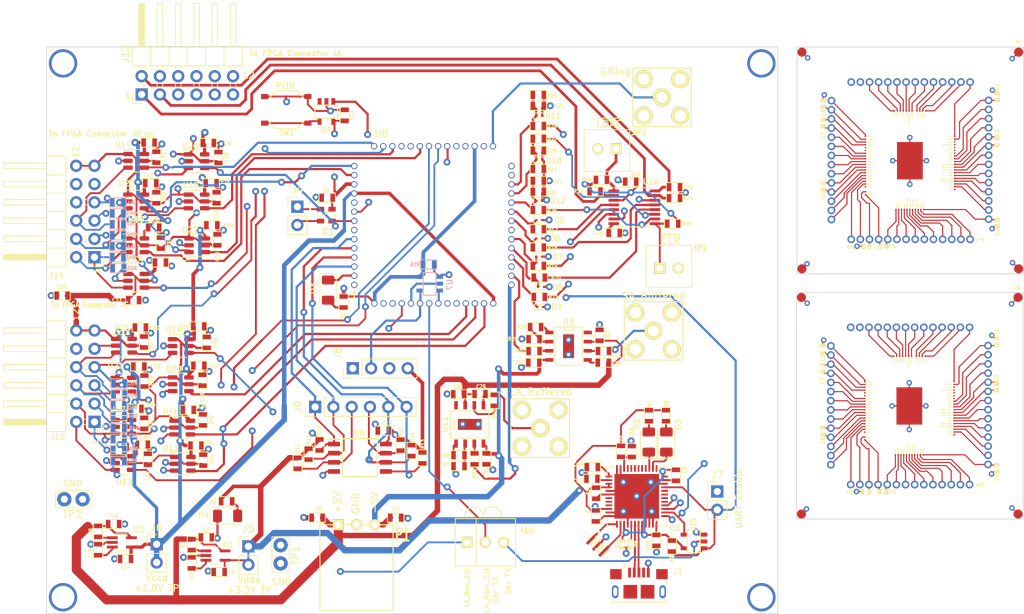
<source format=kicad_pcb>
(kicad_pcb (version 20211014) (generator pcbnew)
  (layers (0 "F.Cu" signal) (1 "In1.Cu" signal) (2 "In2.Cu" signal) (31 "B.Cu" signal) (34 "B.Paste" user) (35 "F.Paste" user) (36 "B.SilkS" user "B.Silkscreen") (37 "F.SilkS" user "F.Silkscreen") (38 "B.Mask" user) (39 "F.Mask" user) (44 "Edge.Cuts" user))
  (net 0 "")
  (net 1 "vdda")
  (net 2 "GND")
  (net 3 "+5V")
  (net 4 "Net-(C3-Pad1)")
  (net 5 "-5V")
  (net 6 "Net-(C13-Pad1)")
  (net 7 "vccd")
  (net 8 "Net-(C15-Pad2)")
  (net 9 "Net-(C16-Pad2)")
  (net 10 "Net-(C18-Pad2)")
  (net 11 "VREF")
  (net 12 "CSA_VREF")
  (net 13 "VBIAS")
  (net 14 "Net-(C26-Pad1)")
  (net 15 "Net-(C29-Pad1)")
  (net 16 "vcc_fpga")
  (net 17 "gpio")
  (net 18 "Net-(D1-Pad2)")
  (net 19 "Net-(D2-Pad1)")
  (net 20 "Net-(D2-Pad2)")
  (net 21 "Net-(D3-Pad1)")
  (net 22 "Net-(D3-Pad2)")
  (net 23 "Net-(D4-Pad2)")
  (net 24 "SF_IB")
  (net 25 "NB1")
  (net 26 "NB2")
  (net 27 "OUT_IB")
  (net 28 "AMP_IB")
  (net 30 "FTDI_D-")
  (net 31 "FTDI_D+")
  (net 34 "Net-(J4-Pad1)")
  (net 35 "UART_EN")
  (net 36 "mprj_io[5]_ser_rx")
  (net 37 "Caravel_CSB")
  (net 38 "Caravel_D1")
  (net 39 "~{MEM_WP}")
  (net 40 "~{MEM_HOLD}")
  (net 41 "Caravel_SCK")
  (net 42 "Caravel_D0")
  (net 43 "LA_row_clk")
  (net 44 "LA_row_clk__ser_tx")
  (net 45 "ser_tx")
  (net 46 "SYNC-")
  (net 47 "SCLK")
  (net 48 "Din")
  (net 49 "SA_Buffered")
  (net 50 "LA_Buffered")
  (net 51 "SA_row_sel0_fpga")
  (net 52 "SA_col_sel0_fpga")
  (net 53 "SA_row_sel1_fpga")
  (net 54 "SA_col_sel1_fpga")
  (net 55 "SA_row_sel2_fpga")
  (net 56 "SA_col_sel2_fpga")
  (net 57 "xclk_fpga")
  (net 59 "LA_row_rst_fpga")
  (net 60 "LA_col_rst_fpga")
  (net 61 "LA_row_data_in_fpga")
  (net 62 "LA__col_data_in_fpga")
  (net 63 "LA_row_ena_fpga")
  (net 64 "LA_col_ena_fpga")
  (net 65 "LA_row_clk_fpga")
  (net 66 "LA_col_clk_fpga")
  (net 67 "Net-(JP1-Pad1)")
  (net 68 "Net-(JP2-Pad1)")
  (net 69 "Gring")
  (net 70 "Net-(R1-Pad1)")
  (net 71 "Net-(R2-Pad1)")
  (net 72 "Net-(R5-Pad2)")
  (net 73 "SF_IB_DAC")
  (net 74 "NB1_DAC")
  (net 75 "NB2_DAC")
  (net 76 "OUT_IB_DAC")
  (net 77 "AMP_IB_DAC")
  (net 78 "VREF_DAC")
  (net 79 "CSA_VREF_DAC")
  (net 80 "VBIAS_DAC")
  (net 81 "SA_output")
  (net 82 "LA_output")
  (net 83 "~{MR}")
  (net 84 "Net-(U3-Pad1)")
  (net 85 "Net-(U3-Pad2)")
  (net 86 "USB_SCK_TXD")
  (net 87 "USB_SO_RXD")
  (net 88 "USB_SI")
  (net 89 "USB_CS1")
  (net 104 "~{RST}")
  (net 106 "xclk")
  (net 107 "SA_col_sel0")
  (net 108 "SA_col_sel1")
  (net 109 "SA_col_sel2")
  (net 110 "SA_row_sel0")
  (net 111 "SA_row_sel1")
  (net 112 "Net-(C25-Pad1)")
  (net 113 "SA_row_sel2")
  (net 114 "LA__col_data_in")
  (net 115 "LA_col_rst")
  (net 116 "LA_col_ena")
  (net 117 "LA_col_clk")
  (net 121 "LA_row_data_in")
  (net 122 "LA_row_rst")
  (net 123 "LA_row_ena")
  (net 131 "Net-(R37-Pad2)")
  (net 132 "Net-(R38-Pad2)")
  (net 133 "vdda2")
  (net 134 "vccd2")
  (net 135 "vdda1")
  (net 136 "Net-(R28-Pad2)")
  (net 137 "Net-(R29-Pad2)")
  (net 138 "Net-(R30-Pad2)")
  (net 139 "Net-(R31-Pad1)")
  (net 140 "Net-(R39-Pad2)")
  (net 141 "Net-(R40-Pad1)")
  (net 145 "Net-(U1-Pad2)_1")
  (net 146 "Net-(U1-Pad3)_1")
  (net 147 "Net-(U1-Pad4)_1")
  (net 148 "Net-(U1-Pad5)_1")
  (net 149 "Net-(U1-Pad6)_1")
  (net 150 "Net-(U1-Pad8)_1")
  (net 151 "Net-(U1-Pad9)_1")
  (net 152 "/Vccd1")
  (net 153 "/Vdda1")
  (net 154 "Net-(U1-Pad13)_1")
  (net 155 "Net-(U1-Pad14)_1")
  (net 156 "Net-(U1-Pad15)_1")
  (net 157 "Net-(U1-Pad16)_1")
  (net 158 "Net-(U1-Pad17)_1")
  (net 159 "/Vdda")
  (net 160 "Net-(U1-Pad20)_1")
  (net 161 "Net-(U1-Pad21)_1")
  (net 162 "Net-(U1-Pad22)_1")
  (net 163 "Net-(U1-Pad23)_1")
  (net 164 "Net-(U1-Pad24)_1")
  (net 165 "/Vccd")
  (net 166 "/VddIO")
  (net 167 "Net-(U1-Pad28)_1")
  (net 168 "Net-(U1-Pad31)_1")
  (net 169 "Net-(U1-Pad32)_1")
  (net 170 "Net-(U1-Pad33)_1")
  (net 171 "Net-(U1-Pad34)_1")
  (net 172 "Net-(U1-Pad35)_1")
  (net 173 "Net-(U1-Pad37)_1")
  (net 174 "Net-(U1-Pad38)_1")
  (net 175 "Net-(U1-Pad39)_1")
  (net 176 "Net-(U1-Pad41)_1")
  (net 177 "Net-(U1-Pad42)_1")
  (net 178 "/Vdda2")
  (net 179 "Net-(U1-Pad44)_1")
  (net 180 "Net-(U1-Pad45)_1")
  (net 181 "Net-(U1-Pad46)_1")
  (net 182 "/VddIO_2")
  (net 183 "Net-(U1-Pad50)_1")
  (net 184 "Net-(U1-Pad51)_1")
  (net 185 "Net-(U1-Pad52)_1")
  (net 186 "Net-(U1-Pad53)_1")
  (net 187 "Net-(U1-Pad54)_1")
  (net 188 "Net-(U1-Pad55)_1")
  (net 189 "/Vccd2")
  (net 199 "Net-(U1-Pad1)")
  (net 200 "Net-(U1-Pad36)")
  (net 201 "Net-(U1-Pad10)")
  (net 202 "Net-(U1-Pad40)")
  (net 203 "Net-(U1-Pad49)")
  (net 204 "Net-(U1-Pad25)")
  (net 205 "Net-(U1-Pad7)")
  (net 206 "Net-(U1-Pad48)")
  (net 207 "Net-(U1-Pad18)")
  (net 208 "Net-(U1-Pad11)")
  (net 209 "Net-(U1-Pad43)")
  (net 210 "Net-(U1-Pad27)")
  (net 211 "Net-(U1-Pad12)")
  (net 212 "Net-(U1-Pad26)")
  (net 213 "Net-(U1-Pad56)")
  (net 214 "Net-(U1-Pad47)")
  (net 215 "Net-(U1-Pad19)")
  (footprint "LED_SMD:LED_1206_3216Metric" (layer "F.Cu") (at 157.48 108.0262 90)
    (fp_text reference "D3")
    (fp_text value "LED - 17-215SURC/S530-A2/TR8" hide)
  )
  (footprint "Connector_PinHeader_2.54mm:PinHeader_2x06_P2.54mm_Horizontal" (layer "F.Cu") (at 78.0387 105.2322 180)
    (fp_text reference "J15")
    (fp_text value "Conn_02x06_Odd_Even" hide)
  )
  (footprint "dave:SIL-3" (layer "F.Cu") (at 132.334 121.9708)
    (fp_text reference "J10")
    (fp_text value "1x3_Jumper" hide)
  )
  (footprint "dave:SM0603" (layer "F.Cu") (at 118.1608 106.4514 180)
    (fp_text reference "C19")
    (fp_text value "0.1uf - CC0805KRX7R9BB104" hide)
  )
  (footprint "Diode_SMD:D_SOD-923" (layer "F.Cu") (at 139.827 82.2706)
    (fp_text reference "D7")
    (fp_text value "ESD106B1W0201" hide)
  )
  (footprint "dave:SM0603" (layer "F.Cu") (at 158.369 77.6986 180)
    (fp_text reference "R35")
    (fp_text value "10K" hide)
  )
  (footprint "dave:4-40_Reduced" (layer "F.Cu") (at 73.66 129.5908)
    (fp_text reference "S3" hide)
    (fp_text value "4-40" hide)
  )
  (footprint "LED_SMD:LED_1206_3216Metric" (layer "F.Cu") (at 110.49 86.9188 -90)
    (fp_text reference "D1")
    (fp_text value "LED - 17-215SURC/S530-A2/TR8" hide)
  )
  (footprint "dave:SM0603" (layer "F.Cu") (at 80.6958 119.4308 180)
    (fp_text reference "C12")
    (fp_text value "1uf - CC0805KKX5R8BB105" hide)
  )
  (footprint "dave:SM0603" (layer "F.Cu") (at 112.649 88.5698 -90)
    (fp_text reference "R3")
    (fp_text value "82 - 0805W8F820JT5E" hide)
  )
  (footprint "dave:SM0402" (layer "F.Cu") (at 185.265065 80.827394 180)
    (fp_text reference "C5")
    (fp_text value "0.1uF" hide)
  )
  (footprint "dave:SM0603" (layer "F.Cu") (at 93.853 66.4718 180)
    (fp_text reference "C61")
    (fp_text value "0.1uF" hide)
  )
  (footprint "dave:SM0603" (layer "F.Cu") (at 158.242 122.4788 -90)
    (fp_text reference "R9")
    (fp_text value "10k" hide)
  )
  (footprint "Diode_SMD:D_SOD-923" (layer "F.Cu") (at 139.827 77.1906)
    (fp_text reference "D5")
    (fp_text value "ESD106B1W0201" hide)
  )
  (footprint "strive_foot_prints:FCI_10118193-0001LF" (layer "F.Cu") (at 153.67 128.8288)
    (fp_text reference "J3")
    (fp_text value "USB_B_Micro - 10118193-0001LF" hide)
  )
  (footprint "dave:SM0603" (layer "F.Cu") (at 139.827 87.8586 180)
    (fp_text reference "R21")
    (fp_text value "2.49K" hide)
  )
  (footprint "dave:SM0603" (layer "F.Cu") (at 109.2962 108.4326 90)
    (fp_text reference "R10")
    (fp_text value "10k - RC0805FR-0710KL" hide)
  )
  (footprint "dave:SOT23-5" (layer "F.Cu") (at 110.2607 62.1284 180)
    (fp_text reference "U4")
    (fp_text value "MCP1319MT-29LE-OT" hide)
  )
  (footprint "dave:SM0603" (layer "F.Cu") (at 132.4864 110.3644 90)
    (fp_text reference "C30")
    (fp_text value "0.1uF" hide)
  )
  (footprint "LED_SMD:LED_1206_3216Metric" (layer "F.Cu") (at 155.0416 108.0262 90)
    (fp_text reference "D2")
    (fp_text value "LED - 17-215SURC/S530-A2/TR8" hide)
  )
  (footprint "Connector_PinHeader_2.54mm:PinHeader_1x04_P2.54mm_Vertical" (layer "F.Cu") (at 113.919 97.783 90)
    (fp_text reference "J8")
    (fp_text value "Conn_01x04_Female" hide)
  )
  (footprint "dave:SM0603" (layer "F.Cu") (at 86.615452 68.453 90)
    (fp_text reference "C51")
    (fp_text value "0.1uF" hide)
  )
  (footprint "Diode_SMD:D_SOD-923" (layer "F.Cu") (at 139.827 62.7126)
    (fp_text reference "D11")
    (fp_text value "ESD106B1W0201" hide)
  )
  (footprint "dave:SM0603" (layer "F.Cu") (at 86.2584 78.2066 180)
    (fp_text reference "C38")
    (fp_text value "0.1uF" hide)
  )
  (footprint "dave:SM0603" (layer "F.Cu") (at 84.4097 92.1004 180)
    (fp_text reference "C60")
    (fp_text value "0.1uF" hide)
  )
  (footprint "dave:SM0603" (layer "F.Cu") (at 92.5322 97.409 180)
    (fp_text reference "C52")
    (fp_text value "0.1uF" hide)
  )
  (footprint "dave:SM0603" (layer "F.Cu") (at 147.574 73.2028)
    (fp_text reference "R32")
    (fp_text value "10K" hide)
  )
  (footprint "dave:SM0603" (layer "F.Cu") (at 85.852 72.0598 180)
    (fp_text reference "C47")
    (fp_text value "0.1uF" hide)
  )
  (footprint "dave:SM0603" (layer "F.Cu") (at 139.7 61.3156)
    (fp_text reference "C21")
    (fp_text value "0.1uF" hide)
  )
  (footprint "strive_foot_prints:CSTNE12M0GH5L000R0" (layer "F.Cu") (at 147.955 122.3518 135)
    (fp_text reference "Y1")
    (fp_text value "CSTNE12M0GH5L000R0" hide)
  )
  (footprint "dave:SM0402" (layer "F.Cu") (at 203.296085 100.372414 -90)
    (fp_text reference "C2")
    (fp_text value "0.1uF" hide)
  )
  (footprint "Package_TO_SOT_SMD:SOT-23-6" (layer "F.Cu") (at 83.82 74.5998)
    (fp_text reference "U19")
    (fp_text value "SN74LVC1T45DBV" hide)
  )
  (footprint "dave:SM0402" (layer "F.Cu") (at 179.321465 72.470794 -90)
    (fp_text reference "C6")
    (fp_text value "0.1uF" hide)
  )
  (footprint "dave:SM0603" (layer "F.Cu") (at 93.0402 99.441 90)
    (fp_text reference "C48")
    (fp_text value "0.1uF" hide)
  )
  (footprint "dave:SOT23-5" (layer "F.Cu") (at 161.29 121.8438 90)
    (fp_text reference "U5")
    (fp_text value "SN74LVC1G125DCKR" hide)
  )
  (footprint "dave:SM0603" (layer "F.Cu") (at 93.6299 94.1832 90)
    (fp_text reference "C56")
    (fp_text value "0.1uF" hide)
  )
  (footprint "dave:SM0603" (layer "F.Cu") (at 82.3468 124.2568)
    (fp_text reference "C14")
    (fp_text value "10uf - CC0805KKX5R8BB106" hide)
  )
  (footprint "dave:SM0603" (layer "F.Cu") (at 139.319 92.0496)
    (fp_text reference "R29")
    (fp_text value "100" hide)
  )
  (footprint "dave:SM0603" (layer "F.Cu") (at 128.6411 101.3855)
    (fp_text reference "C28")
    (fp_text value "0.1uF" hide)
  )
  (footprint "dave:SM0603" (layer "F.Cu") (at 83.7946 103.4034 180)
    (fp_text reference "C45")
    (fp_text value "0.1uF" hide)
  )
  (footprint "dave:SM0402" (layer "F.Cu") (at 179.191485 97.781614 -90)
    (fp_text reference "C7")
    (fp_text value "0.1uF" hide)
  )
  (footprint "dave:SM0603" (layer "F.Cu") (at 122.0724 109.22 90)
    (fp_text reference "R14")
    (fp_text value "10k - RC0805FR-0710KL" hide)
  )
  (footprint "dave:SM0603" (layer "F.Cu") (at 139.7 83.5406 180)
    (fp_text reference "R19")
    (fp_text value "24.9Meg" hide)
  )
  (footprint "dave:SMA" (layer "F.Cu") (at 155.702 92.583)
    (fp_text reference "J11" hide)
    (fp_text value "Conn_Coaxial" hide)
  )
  (footprint "dave:.050_Pad_TP" (layer "F.Cu") (at 206.42318 83.95918)
    (fp_text reference "J2" hide)
    (fp_text value "Shield_Pad" hide)
  )
  (footprint "dave:SM0603" (layer "F.Cu") (at 84.9575 99.5528 90)
    (fp_text reference "C49")
    (fp_text value "0.1uF" hide)
  )
  (footprint "Connector_PinHeader_2.54mm:PinHeader_1x02_P2.54mm_Vertical" (layer "F.Cu") (at 99.4156 122.5296)
    (fp_text reference "J5")
    (fp_text value "Conn_01x02_Male" hide)
  )
  (footprint "dave:SM0603" (layer "F.Cu") (at 131.5974 101.3474 180)
    (fp_text reference "C29")
    (fp_text value "0.1uF" hide)
  )
  (footprint "dave:SM0603" (layer "F.Cu") (at 152.6794 109.347 -90)
    (fp_text reference "C18")
    (fp_text value "0.01uf - CC0805JRX7R9BB103" hide)
  )
  (footprint "dave:SM0402" (layer "F.Cu") (at 203.346885 94.106234 90)
    (fp_text reference "C1")
    (fp_text value "0.1uF" hide)
  )
  (footprint "Package_TO_SOT_SMD:SOT-23-6" (layer "F.Cu") (at 90.0176 99.9998)
    (fp_text reference "U20")
    (fp_text value "SN74LVC1T45DBV" hide)
  )
  (footprint "dave:SM0603" (layer "F.Cu") (at 123.5964 110.236 90)
    (fp_text reference "R13")
    (fp_text value "10k - RC0805FR-0710KL" hide)
  )
  (footprint "dave:SM0603" (layer "F.Cu") (at 92.1258 108.5088 180)
    (fp_text reference "C35")
    (fp_text value "0.1uF" hide)
  )
  (footprint "dave:SM0603" (layer "F.Cu") (at 139.7 70.0786)
    (fp_text reference "R23")
    (fp_text value "2.74K" hide)
  )
  (footprint "dave:SM0603" (layer "F.Cu") (at 86.614 74.0918 90)
    (fp_text reference "C43")
    (fp_text value "0.1uF" hide)
  )
  (footprint "dave:SM0603" (layer "F.Cu") (at 148.209 93.1926 -90)
    (fp_text reference "C23")
    (fp_text value "0.1uF" hide)
  )
  (footprint "dave:4-40_Reduced" (layer "F.Cu") (at 170.688 55.4228)
    (fp_text reference "S2" hide)
    (fp_text value "4-40" hide)
  )
  (footprint "dave:SM0603" (layer "F.Cu") (at 84.9177 94.1324 90)
    (fp_text reference "C57")
    (fp_text value "0.1uF" hide)
  )
  (footprint "Package_DFN_QFN:QFN-48-1EP_8x8mm_P0.5mm_EP6.2x6.2mm" (layer "F.Cu") (at 153.3652 115.57 90)
    (fp_text reference "U3")
    (fp_text value "FT232H" hide)
  )
  (footprint "dave:SM0402" (layer "F.Cu") (at 179.270665 63.707794 -90)
    (fp_text reference "C7")
    (fp_text value "0.1uF" hide)
  )
  (footprint "dave:SIL-3_RA" (layer "F.Cu") (at 114.4397 119.51395)
    (fp_text reference "P1")
    (fp_text value "CONN_3" hide)
  )
  (footprint "dave:SM0603" (layer "F.Cu") (at 93.5736 121.2596 180)
    (fp_text reference "C2")
    (fp_text value "1uf - CC0805KKX5R8BB105" hide)
  )
  (footprint "dave:SM0603" (layer "F.Cu") (at 157.4292 104.3686 90)
    (fp_text reference "R8")
    (fp_text value "150 - 0805W8J0151T5E" hide)
  )
  (footprint "dave:SM0603" (layer "F.Cu") (at 150.241 78.9686)
    (fp_text reference "C25")
    (fp_text value "1uF" hide)
  )
  (footprint "dave:SM0603" (layer "F.Cu") (at 84.6836 108.3818 180)
    (fp_text reference "C36")
    (fp_text value "0.1uF" hide)
  )
  (footprint "Package_TO_SOT_SMD:SOT-23-6" (layer "F.Cu") (at 82.042 110.9472)
    (fp_text reference "U13")
    (fp_text value "SN74LVC1T45DBV" hide)
  )
  (footprint "dave:SM0402" (layer "F.Cu") (at 151.384 122.2248 90)
    (fp_text reference "C9")
    (fp_text value "0.1uf - CC0805KRX7R9BB104" hide)
  )
  (footprint "dave:SM0603" (layer "F.Cu") (at 94.3356 77.9018 180)
    (fp_text reference "C54")
    (fp_text value "0.1uF" hide)
  )
  (footprint "TestPoint:TestPoint_Bridge_Pitch2.54mm_Drill1.0mm" (layer "F.Cu") (at 73.8378 115.9764)
    (fp_text reference "TP2")
    (fp_text value "TestPoint" hide)
  )
  (footprint "dave:SM0603" (layer "F.Cu") (at 95.25 68.5038 90)
    (fp_text reference "C58")
    (fp_text value "0.1uF" hide)
  )
  (footprint "dave:SM0603" (layer "F.Cu") (at 112.8007 62.6364 -90)
    (fp_text reference "C17")
    (fp_text value "0.1uf - CC0805KRX7R9BB104" hide)
  )
  (footprint "dave:SM0603" (layer "F.Cu") (at 93.1418 110.5408 90)
    (fp_text reference "C31")
    (fp_text value "0.1uF" hide)
  )
  (footprint "Package_TO_SOT_SMD:SOT-23-6" (layer "F.Cu") (at 83.82 85.6234)
    (fp_text reference "U14")
    (fp_text value "SN74LVC1T45DBV" hide)
  )
  (footprint "dave:SM0603" (layer "F.Cu") (at 85.619352 66.421 180)
    (fp_text reference "C55")
    (fp_text value "0.1uF" hide)
  )
  (footprint "dave:SM0603" (layer "F.Cu") (at 139.7 64.1096 180)
    (fp_text reference "R24")
    (fp_text value "1.07K" hide)
  )
  (footprint "Package_TO_SOT_SMD:SOT-353_SC-70-5_Handsoldering" (layer "F.Cu") (at 81.8388 121.9708)
    (fp_text reference "U2")
    (fp_text value "TAR5SxxU_SOT353F" hide)
  )
  (footprint "dave:SM0603" (layer "F.Cu") (at 139.827 85.1916 180)
    (fp_text reference "R20")
    (fp_text value "249K" hide)
  )
  (footprint "dave:SM0603" (layer "F.Cu") (at 95.0976 79.9338 90)
    (fp_text reference "C50")
    (fp_text value "0.1uF" hide)
  )
  (footprint "dave:SM0402" (layer "F.Cu") (at 187.522685 114.926614)
    (fp_text reference "C4")
    (fp_text value "0.1uF" hide)
  )
  (footprint "dave:SM0603" (layer "F.Cu") (at 85.4456 110.4138 90)
    (fp_text reference "C32")
    (fp_text value "0.1uF" hide)
  )
  (footprint "dave:SM0603" (layer "F.Cu") (at 91.5416 124.8156 90)
    (fp_text reference "C3")
    (fp_text value "0.01uf - CC0805KRX7R9BB103" hide)
  )
  (footprint "dave:Caravel_Carrier" (layer "F.Cu") (at 191.335665 69.448194)
    (fp_text reference "U1" hide)
    (fp_text value "Caravel_Carrier" hide)
  )
  (footprint "dave:SM0603" (layer "F.Cu") (at 84.1955 97.5208 180)
    (fp_text reference "C53")
    (fp_text value "0.1uF" hide)
  )
  (footprint "Connector_PinHeader_2.54mm:PinHeader_2x06_P2.54mm_Horizontal" (layer "F.Cu") (at 84.582 59.7408 90)
    (fp_text reference "J12")
    (fp_text value "Conn_02x06_Odd_Even" hide)
  )
  (footprint "dave:SM0603" (layer "F.Cu") (at 147.1422 113.1316)
    (fp_text reference "C15")
    (fp_text value "0.1uf - CC0805KRX7R9BB104" hide)
  )
  (footprint "Diode_SMD:D_SOD-923" (layer "F.Cu") (at 139.827 79.7306)
    (fp_text reference "D6")
    (fp_text value "ESD106B1W0201" hide)
  )
  (footprint "dave:.050_Pad_TP" (layer "F.Cu") (at 206.344 118.033)
    (fp_text reference "J2" hide)
    (fp_text value "Shield_Pad" hide)
  )
  (footprint "Package_SO:TSSOP-16_4.4x5mm_P0.65mm" (layer "F.Cu") (at 153.035 75.4126)
    (fp_text reference "U10")
    (fp_text value "DAC8568" hide)
  )
  (footprint "dave:SM0603" (layer "F.Cu") (at 108.966 118.5418 180)
    (fp_text reference "C6")
    (fp_text value "10uF" hide)
  )
  (footprint "dave:SM0603" (layer "F.Cu") (at 91.059 103.5558 180)
    (fp_text reference "C44")
    (fp_text value "0.1uF" hide)
  )
  (footprint "dave:SM0603" (layer "F.Cu") (at 133.6294 102.2364 90)
    (fp_text reference "R40")
    (fp_text value "49.9" hide)
  )
  (footprint "dave:SM0603" (layer "F.Cu") (at 139.065 97.0026)
    (fp_text reference "C27")
    (fp_text value "0.1uF" hide)
  )
  (footprint "dave:SM0603" (layer "F.Cu") (at 84.9376 105.4354 90)
    (fp_text reference "C41")
    (fp_text value "0.1uF" hide)
  )
  (footprint "dave:SM0603" (layer "F.Cu") (at 139.7 67.5386)
    (fp_text reference "C20")
    (fp_text value "0.1uF" hide)
  )
  (footprint "dave:SM0603" (layer "F.Cu") (at 139.1031 93.7359)
    (fp_text reference "R28")
    (fp_text value "100" hide)
  )
  (footprint "Package_TO_SOT_SMD:SOT-23-6" (layer "F.Cu") (at 82.042 105.918)
    (fp_text reference "U17")
    (fp_text value "SN74LVC1T45DBV" hide)
  )
  (footprint "dave:SM0603" (layer "F.Cu") (at 139.7 65.8876 180)
    (fp_text reference "R22")
    (fp_text value "1.07K" hide)
  )
  (footprint "dave:.050_Pad_TP" (layer "F.Cu") (at 176.244 118.033)
    (fp_text reference "J3" hide)
    (fp_text value "Shield_Pad" hide)
  )
  (footprint "Connector_PinHeader_2.54mm:PinHeader_1x02_P2.54mm_Vertical" (layer "F.Cu") (at 86.6648 122.2248)
    (fp_text reference "J6")
    (fp_text value "Conn_01x02_Male" hide)
  )
  (footprint "dave:SM0402" (layer "F.Cu") (at 203.372285 111.675414 -90)
    (fp_text reference "C3")
    (fp_text value "0.1uF" hide)
  )
  (footprint "dave:SM0603" (layer "F.Cu") (at 139.7 78.4606 180)
    (fp_text reference "R17")
    (fp_text value "10Meg" hide)
  )
  (footprint "Package_TO_SOT_SMD:SOT-23-6" (layer "F.Cu") (at 92.202 74.5998)
    (fp_text reference "U18")
    (fp_text value "SN74LVC1T45DBV" hide)
  )
  (footprint "dave:SO-8_EP" (layer "F.Cu") (at 130.1651 105.5765)
    (fp_text reference "U11")
    (fp_text value "ADA4899" hide)
  )
  (footprint "dave:SM0402" (layer "F.Cu") (at 203.451465 77.601594 -90)
    (fp_text reference "C3")
    (fp_text value "0.1uF" hide)
  )
  (footprint "dave:SM0603" (layer "F.Cu") (at 151.1808 109.3216 90)
    (fp_text reference "R4")
    (fp_text value "10k - RC0805FR-0710KL" hide)
  )
  (footprint "dave:SM0603" (layer "F.Cu") (at 87.1982 83.0834 180)
    (fp_text reference "C37")
    (fp_text value "0.1uF" hide)
  )
  (footprint "dave:SIL-2" (layer "F.Cu") (at 157.8356 83.8708)
    (fp_text reference "JP1")
    (fp_text value "Jumper_2_Open" hide)
  )
  (footprint "dave:SM0402" (layer "F.Cu") (at 179.242285 106.544614 -90)
    (fp_text reference "C6")
    (fp_text value "0.1uF" hide)
  )
  (footprint "Package_TO_SOT_SMD:SOT-23-6" (layer "F.Cu") (at 92.3036 80.6958)
    (fp_text reference "U22")
    (fp_text value "SN74LVC1T45DBV" hide)
  )
  (footprint "dave:SM0603" (layer "F.Cu") (at 78.5368 120.4468 90)
    (fp_text reference "R2")
    (fp_text value "10k" hide)
  )
  (footprint "dave:SM0402" (layer "F.Cu") (at 152.4 122.2248 90)
    (fp_text reference "R5")
    (fp_text value "12K 1% - 0805W8F1202T5E" hide)
  )
  (footprint "dave:4-40_Reduced" (layer "F.Cu") (at 73.66 55.4228)
    (fp_text reference "S1" hide)
    (fp_text value "4-40" hide)
  )
  (footprint "dave:SM0603" (layer "F.Cu") (at 73.533 87.6808 180)
    (fp_text reference "C39")
    (fp_text value "2.2uF" hide)
  )
  (footprint "dave:.050_Pad_TP" (layer "F.Cu") (at 176.32318 83.95918)
    (fp_text reference "J3" hide)
    (fp_text value "Shield_Pad" hide)
  )
  (footprint "dave:.050_Pad_TP" (layer "F.Cu") (at 206.344 87.933)
    (fp_text reference "J1")
    (fp_text value "Shield_Pad" hide)
  )
  (footprint "dave:SM0603" (layer "F.Cu") (at 87.249 80.391 90)
    (fp_text reference "C34")
    (fp_text value "0.1uF" hide)
  )
  (footprint "dave:SMA" (layer "F.Cu") (at 156.8704 60.1472)
    (fp_text reference "P2" hide)
    (fp_text value "SMA" hide)
  )
  (footprint "dave:SM0603" (layer "F.Cu") (at 147.7264 115.1382 90)
    (fp_text reference "C11")
    (fp_text value "0.1uf - CC0805KRX7R9BB104" hide)
  )
  (footprint "dave:SM0603" (layer "F.Cu") (at 83.4644 88.3158)
    (fp_text reference "C33")
    (fp_text value "0.1uF" hide)
  )
  (footprint "dave:SM0603" (layer "F.Cu") (at 106.2482 110.9726 90)
    (fp_text reference "R12")
    (fp_text value "10k - RC0805FR-0710KL" hide)
  )
  (footprint "dave:SM0603" (layer "F.Cu") (at 158.623 72.6186 180)
    (fp_text reference "R33")
    (fp_text value "10K" hide)
  )
  (footprint "Connector_PinHeader_2.54mm:PinHeader_1x02_P2.54mm_Vertical" (layer "F.Cu") (at 106.2228 75.3314)
    (fp_text reference "J4")
    (fp_text value "Conn_01x02_Male" hide)
  )
  (footprint "dave:.050_Pad_TP" (layer "F.Cu") (at 206.42318 53.85918)
    (fp_text reference "J1")
    (fp_text value "Shield_Pad" hide)
  )
  (footprint "dave:SM0402" (layer "F.Cu") (at 185.185885 114.901214 180)
    (fp_text reference "C5")
    (fp_text value "0.1uF" hide)
  )
  (footprint "dave:SM0603" (layer "F.Cu") (at 139.1031 95.3869)
    (fp_text reference "R30")
    (fp_text value "49.9" hide)
  )
  (footprint "dave:SM0603" (layer "F.Cu") (at 152.527 71.8566 180)
    (fp_text reference "C24")
    (fp_text value "1uF" hide)
  )
  (footprint "dave:SM0402" (layer "F.Cu") (at 179.270665 60.989994 90)
    (fp_text reference "C8")
    (fp_text value "0.1uF" hide)
  )
  (footprint "Package_TO_SOT_SMD:SOT-23-6" (layer "F.Cu") (at 83.82 68.961)
    (fp_text reference "U23")
    (fp_text value "SN74LVC1T45DBV" hide)
  )
  (footprint "strive_foot_prints:SOIC127P790X216-8N" (layer "F.Cu") (at 114.9096 110.2106)
    (fp_text reference "U6")
    (fp_text value "W25Q32FVSS" hide)
  )
  (footprint "Package_TO_SOT_SMD:SOT-23-6" (layer "F.Cu") (at 83.82 80.6958)
    (fp_text reference "U15")
    (fp_text value "SN74LVC1T45DBV" hide)
  )
  (footprint "Package_TO_SOT_SMD:SOT-23-6" (layer "F.Cu") (at 90.2208 106.0196)
    (fp_text reference "U16")
    (fp_text value "SN74LVC1T45DBV" hide)
  )
  (footprint "TestPoint:TestPoint_Bridge_Pitch2.54mm_Drill1.0mm" (layer "F.Cu") (at 103.886 124.8918 90)
    (fp_text reference "TP1")
    (fp_text value "TestPoint" hide)
  )
  (footprint "Package_TO_SOT_SMD:SOT-23-6" (layer "F.Cu") (at 90.297 111.0488)
    (fp_text reference "U12")
    (fp_text value "SN74LVC1T45DBV" hide)
  )
  (footprint "dave:SMA" (layer "F.Cu") (at 139.954 106.0958)
    (fp_text reference "J13" hide)
    (fp_text value "Conn_Coaxial" hide)
  )
  (footprint "dave:SM0603" (layer "F.Cu") (at 128.6764 109.8564 180)
    (fp_text reference "R38")
    (fp_text value "100" hide)
  )
  (footprint "dave:SIL-2" (layer "F.Cu") (at 149.225 67.2846 180)
    (fp_text reference "JP2")
    (fp_text value "Jumper_2_Open" hide)
  )
  (footprint "dave:SM0603" (layer "F.Cu") (at 107.7722 109.7026 90)
    (fp_text reference "R11")
    (fp_text value "10k - RC0805FR-0710KL" hide)
  )
  (footprint "dave:4-40_Reduced" (layer "F.Cu") (at 170.688 129.5908)
    (fp_text reference "S4" hide)
    (fp_text value "4-40" hide)
  )
  (footprint "dave:SM0603" (layer "F.Cu") (at 148.7551 95.3869)
    (fp_text reference "R31")
    (fp_text value "49.9" hide)
  )
  (footprint "Package_TO_SOT_SMD:SOT-23-6" (layer "F.Cu") (at 82.042 100.0608)
    (fp_text reference "U21")
    (fp_text value "SN74LVC1T45DBV" hide)
  )
  (footprint "dave:SM0603" (layer "F.Cu") (at 130.8354 110.3644 90)
    (fp_text reference "R39")
    (fp_text value "49.9" hide)
  )
  (footprint "dave:SM0603" (layer "F.Cu") (at 94.996 74.0918 90)
    (fp_text reference "C42")
    (fp_text value "0.1uF" hide)
  )
  (footprint "strive_foot_prints:DSC6001JE1A-010.0000" (layer "F.Cu") (at 110.236 76.5048)
    (fp_text reference "X1")
    (fp_text value "DSC6001_10MHZ" hide)
  )
  (footprint "dave:SM0603" (layer "F.Cu") (at 78.5368 122.9868 90)
    (fp_text reference "C13")
    (fp_text value "0.01uf - CC0805KRX7R9BB103" hide)
  )
  (footprint "dave:SM0603" (layer "F.Cu") (at 147.193 111.506)
    (fp_text reference "C16")
    (fp_text value "0.1uf - CC0805KRX7R9BB104" hide)
  )
  (footprint "dave:SM0603" (layer "F.Cu") (at 92.5123 91.948 180)
    (fp_text reference "C59")
    (fp_text value "0.1uF" hide)
  )
  (footprint "Connector_PinHeader_2.54mm:PinHeader_1x06_P2.54mm_Vertical" (layer "F.Cu") (at 108.6866 103.1494 90)
    (fp_text reference "J9")
    (fp_text value "Conn_01x06_Female" hide)
  )
  (footprint "dave:.050_Pad_TP" (layer "F.Cu") (at 176.244 87.933)
    (fp_text reference "J4" hide)
    (fp_text value "Shield_Pad" hide)
  )
  (footprint "Connector_PinHeader_2.54mm:PinHeader_1x02_P2.54mm_Vertical" (layer "F.Cu") (at 164.5567 114.9019)
    (fp_text reference "J7")
    (fp_text value "Conn_01x02_Female" hide)
  )
  (footprint "dave:SM0603" (layer "F.Cu") (at 110.363 74.0918)
    (fp_text reference "C1")
    (fp_text value "0.1uf - CC0805KRX7R9BB104" hide)
  )
  (footprint "dave:SM0402" (layer "F.Cu") (at 203.375265 66.298594 -90)
    (fp_text reference "C2")
    (fp_text value "0.1uF" hide)
  )
  (footprint "dave:SM0603" (layer "F.Cu") (at 139.7 75.7936 180)
    (fp_text reference "R26")
    (fp_text value "1.07K" hide)
  )
  (footprint "Package_TO_SOT_SMD:SOT-353_SC-70-5_Handsoldering" (layer "F.Cu") (at 94.8436 123.7996)
    (fp_text reference "U1")
    (fp_text value "TAR5SxxU_SOT353F" hide)
  )
  (footprint "dave:SM0603" (layer "F.Cu") (at 158.8008 112.649 90)
    (fp_text reference "C8")
    (fp_text value "0.1uf - CC0805KRX7R9BB104" hide)
  )
  (footprint "dave:SM0603" (layer "F.Cu") (at 95.3516 126.0856)
    (fp_text reference "C4")
    (fp_text value "10uf - CC0805KKX5R8BB106" hide)
  )
  (footprint "dave:SM0603" (layer "F.Cu") (at 139.7 81.0006 180)
    (fp_text reference "R18")
    (fp_text value "2.49Meg" hide)
  )
  (footprint "Diode_SMD:D_SOD-923" (layer "F.Cu") (at 139.827 74.5236)
    (fp_text reference "D12")
    (fp_text value "ESD106B1W0201" hide)
  )
  (footprint "dave:SM0603" (layer "F.Cu") (at 139.7 59.7916)
    (fp_text reference "R25")
    (fp_text value "2.74K" hide)
  )
  (footprint "Package_TO_SOT_SMD:SOT-23-6" (layer "F.Cu") (at 82.1237 94.6404)
    (fp_text reference "U25")
    (fp_text value "SN74LVC1T45DBV" hide)
  )
  (footprint "dave:SM0402" (layer "F.Cu") (at 187.601865 80.852794)
    (fp_text reference "C4")
    (fp_text value "0.1uF" hide)
  )
  (footprint "dave:SM0603" (layer "F.Cu") (at 120.5484 108.458 90)
    (fp_text reference "R15")
    (fp_text value "10k - RC0805FR-0710KL" hide)
  )
  (footprint "dave:SM0603" (layer "F.Cu") (at 155.067 104.3686 90)
    (fp_text reference "R7")
    (fp_text value "150 - 0805W8J0151T5E" hide)
  )
  (footprint "Diode_SMD:D_SOD-923" (layer "F.Cu") (at 139.827 68.8086)
    (fp_text reference "D10")
    (fp_text value "ESD106B1W0201" hide)
  )
  (footprint "LED_SMD:LED_1206_3216Metric" (layer "F.Cu") (at 96.52 118.2878)
    (fp_text reference "D4")
    (fp_text value "LED - 17-215SURC/S530-A2/TR8" hide)
  )
  (footprint "Diode_SMD:D_SOD-923" (layer "F.Cu") (at 139.954 89.2556)
    (fp_text reference "D9")
    (fp_text value "ESD106B1W0201" hide)
  )
  (footprint "dave:SM0603" (layer "F.Cu") (at 91.5416 122.2756 90)
    (fp_text reference "R1")
    (fp_text value "10k" hide)
  )
  (footprint "dave:Caravel_Carrier" (layer "F.Cu") (at 191.256485 103.522014)
    (fp_text reference "U1" hide)
    (fp_text value "Caravel_Carrier" hide)
  )
  (footprint "Package_TO_SOT_SMD:SOT-23-6" (layer "F.Cu") (at 90.0176 94.6912)
    (fp_text reference "U24")
    (fp_text value "SN74LVC1T45DBV" hide)
  )
  (footprint "dave:SM0603" (layer "F.Cu") (at 93.091 104.9528 90)
    (fp_text reference "C40")
    (fp_text value "0.1uF" hide)
  )
  (footprint "dave:SM0603" (layer "F.Cu") (at 94.234 72.0598 180)
    (fp_text reference "C46")
    (fp_text value "0.1uF" hide)
  )
  (footprint "dave:SO-8_EP" (layer "F.Cu") (at 143.891 94.7166 -90)
    (fp_text reference "U9")
    (fp_text value "ADA4899" hide)
  )
  (footprint "dave:SM0603" (layer "F.Cu") (at 158.623 74.1426 180)
    (fp_text reference "R34")
    (fp_text value "10K" hide)
  )
  (footprint "Diode_SMD:D_SOD-923" (layer "F.Cu") (at 140.081 86.4616)
    (fp_text reference "D8")
    (fp_text value "ESD106B1W0201" hide)
  )
  (footprint "dave:SM0402" (layer "F.Cu") (at 179.191485 95.063814 90)
    (fp_text reference "C8")
    (fp_text value "0.1uF" hide)
  )
  (footprint "dave:SM0603" (layer "F.Cu") (at 139.7 71.7296)
    (fp_text reference "R27")
    (fp_text value "2.74K" hide)
  )
  (footprint "strive_foot_prints:SW4-SMD-5.2X5.2X1.5MM" (layer "F.Cu") (at 104.6727 61.8744)
    (fp_text reference "SW1")
    (fp_text value "SW_Push - SKQGADE010" hide)
  )
  (footprint "dave:SM0603" (layer "F.Cu") (at 128.6764 111.3804)
    (fp_text reference "R37")
    (fp_text value "100" hide)
  )
  (footprint "dave:SM0603" (layer "F.Cu") (at 148.463 71.6026)
    (fp_text reference "R36")
    (fp_text value "10K" hide)
  )
  (footprint "dave:Caravel_Carrier_Footprint" (layer "F.Cu") (at 124.5362 77.851 -90)
    (fp_text reference "U8")
    (fp_text value "Caravel_Footprint" hide)
  )
  (footprint "dave:SM0603" (layer "F.Cu") (at 147.6756 118.2878 90)
    (fp_text reference "C7")
    (fp_text value "0.1uf - CC0805KRX7R9BB104" hide)
  )
  (footprint "dave:SM0603" (layer "F.Cu") (at 148.717 97.0026)
    (fp_text reference "C26")
    (fp_text value "0.1uF" hide)
  )
  (footprint "dave:SM0402" (layer "F.Cu") (at 203.426065 60.032414 90)
    (fp_text reference "C1")
    (fp_text value "0.1uF" hide)
  )
  (footprint "Connector_PinHeader_2.54mm:PinHeader_2x06_P2.54mm_Horizontal" (layer "F.Cu") (at 78.0288 82.3468 180)
    (fp_text reference "J14")
    (fp_text value "Conn_02x06_Odd_Even" hide)
  )
  (footprint "dave:SM0603" (layer "F.Cu") (at 139.7 73.2536)
    (fp_text reference "C22")
    (fp_text value "0.1uF" hide)
  )
  (footprint "dave:SM0603" (layer "F.Cu") (at 119.888 118.5418)
    (fp_text reference "C5")
    (fp_text value "10uF" hide)
  )
  (footprint "Package_TO_SOT_SMD:SOT-23-6" (layer "F.Cu") (at 92.202 69.0118)
    (fp_text reference "U26")
    (fp_text value "SN74LVC1T45DBV" hide)
  )
  (footprint "dave:SM0603" (layer "F.Cu") (at 156.083 121.6914 90)
    (fp_text reference "C10")
    (fp_text value "0.1uf - CC0805KRX7R9BB104" hide)
  )
  (footprint "dave:.050_Pad_TP" (layer "F.Cu") (at 176.32318 53.85918)
    (fp_text reference "J4" hide)
    (fp_text value "Shield_Pad" hide)
  )
  (footprint "dave:SM0603" (layer "F.Cu") (at 96.393 116.2558)
    (fp_text reference "R6")
    (fp_text value "82 - 0805W8F820JT5E" hide)
  )
  (footprint "dave:SM0603" (layer "B.Cu") (at 81.407 102.8954)
    (fp_text reference "R50")
    (fp_text value "10.0k" hide)
  )
  (footprint "dave:SM0603" (layer "B.Cu") (at 81.407 106.0704)
    (fp_text reference "R49")
    (fp_text value "10.0k" hide)
  )
  (footprint "dave:SM0603" (layer "B.Cu") (at 81.28 74.7268)
    (fp_text reference "R44")
    (fp_text value "10.0k" hide)
  )
  (footprint "dave:SM0603" (layer "B.Cu") (at 81.407 107.5944)
    (fp_text reference "R53")
    (fp_text value "10.0k" hide)
  )
  (footprint "dave:SM0603" (layer "B.Cu") (at 81.407 104.4194)
    (fp_text reference "R54")
    (fp_text value "10.0k" hide)
  )
  (footprint "dave:SM0603" (layer "B.Cu") (at 81.28 82.3468)
    (fp_text reference "R41")
    (fp_text value "10.0k" hide)
  )
  (footprint "dave:SM0603" (layer "B.Cu") (at 81.28 79.2988)
    (fp_text reference "R42")
    (fp_text value "10.0k" hide)
  )
  (footprint "dave:SM0603" (layer "B.Cu") (at 81.407 109.1438)
    (fp_text reference "R48")
    (fp_text value "10.0k" hide)
  )
  (footprint "dave:SM0603" (layer "B.Cu") (at 81.28 80.8228)
    (fp_text reference "R46")
    (fp_text value "10.0k" hide)
  )
  (footprint "dave:SM0603" (layer "B.Cu") (at 81.3308 83.8708)
    (fp_text reference "R45")
    (fp_text value "10.0k" hide)
  )
  (footprint "dave:SM0603" (layer "B.Cu") (at 81.4523 101.407)
    (fp_text reference "R55")
    (fp_text value "10.0k" hide)
  )
  (footprint "dave:SOT23-5" (layer "B.Cu") (at 124.587 86.0298 -90)
    (fp_text reference "U7")
    (fp_text value "SN74LVC1G125DCKR" hide)
  )
  (footprint "dave:SM0603" (layer "B.Cu") (at 124.46 83.3628)
    (fp_text reference "R16")
    (fp_text value "10k" hide)
  )
  (footprint "dave:SM0603" (layer "B.Cu") (at 81.407 110.6678)
    (fp_text reference "R52")
    (fp_text value "10.0k" hide)
  )
  (footprint "dave:SM0603" (layer "B.Cu") (at 81.28 76.2508)
    (fp_text reference "R43")
    (fp_text value "10.0k" hide)
  )
  (footprint "dave:SM0603" (layer "B.Cu") (at 81.4523 99.883)
    (fp_text reference "R51")
    (fp_text value "10.0k" hide)
  )
  (footprint "dave:SM0603" (layer "B.Cu") (at 81.28 77.7748)
    (fp_text reference "R47")
    (fp_text value "10.0k" hide)
  )
  (gr_arc (start 129.499354 118.3132) (mid 130.776977 117.048214) (end 132.0546 118.3132) (layer "F.SilkS") (width 0.15))
  (gr_arc (start 132.039354 118.3132) (mid 133.316977 117.048214) (end 134.5946 118.3132) (layer "F.SilkS") (width 0.15))
  (gr_rect (start 175.62318 53.15918) (end 207.12318 84.65918) (layer "Edge.Cuts") (width 0.1) (fill none))
  (gr_rect (start 175.544 87.233) (end 207.044 118.733) (layer "Edge.Cuts") (width 0.1) (fill none))
  (gr_line (start 71.374 53.1368) (end 172.974 53.1368) (layer "Edge.Cuts") (width 0.1))
  (gr_line (start 172.974 131.8768) (end 71.374 131.8768) (layer "Edge.Cuts") (width 0.1))
  (gr_line (start 172.974 53.1368) (end 172.974 131.8768) (layer "Edge.Cuts") (width 0.1))
  (gr_line (start 71.374 131.8768) (end 71.374 53.1368) (layer "Edge.Cuts") (width 0.1))
  (gr_text "12" (at 99.441 57.0738) (layer "F.SilkS") (effects (font (size 0.889 0.889))))
  (gr_text "~{LDAC}" (at 149.5806 63.8556) (layer "F.SilkS") (effects (font (size 1 1))))
  (gr_text "GND" (at 75.0062 113.792) (layer "F.SilkS") (effects (font (size 0.889 0.889))))
  (gr_text "+5V" (at 111.7953 116.4209 90) (layer "F.SilkS") (effects (font (size 1 1))))
  (gr_text "POR" (at 104.544 58.558) (layer "F.SilkS") (effects (font (size 0.889 0.889))))
  (gr_text "To FPGA Connector JC" (at 77.3938 88.9508) (layer "F.SilkS") (effects (font (size 0.762 0.635))))
  (gr_text "UART Enable" (at 167.513 115.8748 90) (layer "F.SilkS") (effects (font (size 0.889 0.889))))
  (gr_text "Ser TX" (at 135.4836 127.3556 90) (layer "F.SilkS") (effects (font (size 0.762 0.762) (thickness 0.127))))
  (gr_text "1" (at 201.01138 79.84832 90) (layer "F.SilkS") (effects (font (size 1 1) (thickness 0.1524))))
  (gr_text "GND" (at 114.3099 116.5479 90) (layer "F.SilkS") (effects (font (size 1 1))))
  (gr_text "LA_Row_Clk\nSer TX" (at 133.1214 128.5748 90) (layer "F.SilkS") (effects (font (size 0.762 0.762) (thickness 0.127))))
  (gr_text "1" (at 78.105 108.0008 90) (layer "F.SilkS") (effects (font (size 0.889 0.889))))
  (gr_text "-5V" (at 116.9515 116.4463 90) (layer "F.SilkS") (effects (font (size 1 1))))
  (gr_text "Vccd\n+1.8V TP" (at 86.6902 127.6096) (layer "F.SilkS") (effects (font (size 0.889 0.889))))
  (gr_text "Vdda\n+3.3V TP" (at 99.5426 127.8636) (layer "F.SilkS") (effects (font (size 0.889 0.889))))
  (gr_text "GND" (at 104.013 127.4318) (layer "F.SilkS") (effects (font (size 0.889 0.889))))
  (gr_text "1" (at 114.119 87.583) (layer "F.SilkS") (effects (font (size 1 1) (thickness 0.2))))
  (gr_text "To FPGA Connector JA" (at 105.918 54.0258) (layer "F.SilkS") (effects (font (size 0.762 0.762))))
  (gr_text "12" (at 75.438 67.7418 90) (layer "F.SilkS") (effects (font (size 0.889 0.889))))
  (gr_text "1" (at 78.486 84.2518 90) (layer "F.SilkS") (effects (font (size 0.889 0.889))))
  (gr_text "1" (at 82.677 59.8678) (layer "F.SilkS") (effects (font (size 0.889 0.889))))
  (gr_text "LA_Row_Clk" (at 129.7432 128.27 90) (layer "F.SilkS") (effects (font (size 0.635 0.635))))
  (gr_text "SA_Buffered" (at 155.7274 87.7316) (layer "F.SilkS") (effects (font (size 1 1))))
  (gr_text "1" (at 200.9322 113.92214 90) (layer "F.SilkS") (effects (font (size 1 1) (thickness 0.1524))))
  (gr_text "~{CLR}" (at 158.0388 80.01) (layer "F.SilkS") (effects (font (size 1 1))))
  (gr_text "To FPGA Connector JB" (at 78.105 65.2018) (layer "F.SilkS") (effects (font (size 0.762 0.762))))
  (gr_text "GRing" (at 150.4442 56.5404) (layer "F.SilkS") (effects (font (size 1 1))))
  (gr_text "12" (at 75.438 90.3478 90) (layer "F.SilkS") (effects (font (size 0.889 0.889))))
  (gr_text "LA_Buffered" (at 140.1064 101.0412) (layer "F.SilkS") (effects (font (size 1 1))))
  (segment (start 109.2962 107.6706) (end 109.1946 107.6706) (width 0.3048) (layer "F.Cu") (net 1))
  (segment (start 100.0506 121.8946) (end 99.4156 122.5296) (width 0.254) (layer "F.Cu") (net 1))
  (segment (start 105.1052 110.2106) (end 106.2482 110.2106) (width 0.762) (layer "F.Cu") (net 1))
  (segment (start 147.066 114.3762) (end 147.7264 114.3762) (width 0.254) (layer "F.Cu") (net 1))
  (segment (start 111.379 73.152) (end 111.379 71.1962) (width 0.3048) (layer "F.Cu") (net 1))
  (segment (start 156.979755 112.098753) (end 156.979755 112.559555) (width 0.3048) (layer "F.Cu") (net 1))
  (segment (start 149.4902 114.32) (end 149.4902 113.82) (width 0.254) (layer "F.Cu") (net 1))
  (segment (start 150.1725 74.4376) (end 151.47 74.4376) (width 0.3048) (layer "F.Cu") (net 1))
  (segment (start 96.1736 124.4496) (end 98.7956 124.4496) (width 0.254) (layer "F.Cu") (net 1))
  (segment (start 116.0272 87.8078) (end 116.967 88.7476) (width 0.3048) (layer "F.Cu") (net 1))
  (segment (start 158.888 121.7168) (end 159.965 122.7938) (width 0.3048) (layer "F.Cu") (net 1))
  (segment (start 151.384 121.2088) (end 151.6126 120.9802) (width 0.254) (layer "F.Cu") (net 1))
  (segment (start 156.083 119.4772) (end 156.1152 119.445) (width 0.254) (layer "F.Cu") (net 1))
  (segment (start 151.384 121.77522) (end 151.384 121.2088) (width 0.254) (layer "F.Cu") (net 1))
  (segment (start 112.649 87.8078) (end 112.649 86.6902) (width 0.508) (layer "F.Cu") (net 1))
  (segment (start 144.8562 110.9726) (end 147.2692 108.5596) (width 0.254) (layer "F.Cu") (net 1))
  (segment (start 151.6126 119.4476) (end 151.6152 119.445) (width 0.254) (layer "F.Cu") (net 1))
  (segment (start 106.2482 110.2106) (end 106.5022 110.2106) (width 0.508) (layer "F.Cu") (net 1))
  (segment (start 146.4056 116.8908) (end 146.4056 115.2906) (width 0.254) (layer "F.Cu") (net 1))
  (segment (start 106.5022 110.2106) (end 107.7722 108.9406) (width 0.508) (layer "F.Cu") (net 1))
  (segment (start 147.1549 72.1487) (end 147.701 71.6026) (width 0.3048) (layer "F.Cu") (net 1))
  (segment (start 151.6126 120.9802) (end 151.6126 120.4976) (width 0.254) (layer "F.Cu") (net 1))
  (segment (start 101.1268 120.8184) (end 101.1268 114.189) (width 0.762) (layer "F.Cu") (net 1))
  (segment (start 147.5994 117.4496) (end 147.6756 117.5258) (width 0.254) (layer "F.Cu") (net 1))
  (segment (start 147.1168 72.1868) (end 146.177 72.1868) (width 0.254) (layer "F.Cu") (net 1))
  (segment (start 157.191508 111.887) (end 156.979755 112.098753) (width 0.254) (layer "F.Cu") (net 1))
  (segment (start 146.4056 115.062) (end 145.7833 114.4397) (width 0.254) (layer "F.Cu") (net 1))
  (segment (start 149.4902 114.32) (end 147.7826 114.32) (width 0.254) (layer "F.Cu") (net 1))
  (segment (start 144.8562 113.5126) (end 144.8562 110.9726) (width 0.254) (layer "F.Cu") (net 1))
  (segment (start 111.7219 73.4949) (end 111.379 73.152) (width 0.3048) (layer "F.Cu") (net 1))
  (segment (start 147.7826 114.32) (end 147.7264 114.3762) (width 0.254) (layer "F.Cu") (net 1))
  (segment (start 151.1808 105.7402) (end 153.3144 103.6066) (width 0.254) (layer "F.Cu") (net 1))
  (segment (start 118.5096 108.1092) (end 118.9228 107.696) (width 0.254) (layer "F.Cu") (net 1))
  (segment (start 145.7833 114.4397) (end 144.8562 113.5126) (width 0.254) (layer "F.Cu") (net 1))
  (segment (start 158.242 121.7168) (end 158.888 121.7168) (width 0.3048) (layer "F.Cu") (net 1))
  (segment (start 146.4056 115.2906) (end 146.4056 115.0366) (width 0.254) (layer "F.Cu") (net 1))
  (segment (start 154.1152 119.445) (end 154.1152 120.6126) (width 0.254) (layer "F.Cu") (net 1))
  (segment (start 146.4056 115.2906) (end 146.4056 115.062) (width 0.254) (layer "F.Cu") (net 1))
  (segment (start 147.0406 117.5258) (end 146.4056 116.8908) (width 0.254) (layer "F.Cu") (net 1))
  (segment (start 146.4056 115.0366) (end 147.066 114.3762) (width 0.254) (layer "F.Cu") (net 1))
  (segment (start 101.1268 114.189) (end 105.1052 110.2106) (width 0.762) (layer "F.Cu") (net 1))
  (segment (start 108.0262 108.9406) (end 109.2962 107.6706) (width 0.508) (layer "F.Cu") (net 1))
  (segment (start 145.3896 114.7572) (end 145.7071 114.4397) (width 0.3048) (layer "F.Cu") (net 1))
  (segment (start 151.7775 120.4976) (end 151.8791 120.5992) (width 0.254) (layer "F.Cu") (net 1))
  (segment (start 121.3104 107.696) (end 122.0724 108.458) (width 0.508) (layer "F.Cu") (net 1))
  (segment (start 156.083 120.9294) (end 157.3276 120.9294) (width 0.3048) (layer "F.Cu") (net 1))
  (segment (start 111.379 65.2018) (end 111.379 63.6217) (width 0.3048) (layer "F.Cu") (net 1))
  (segment (start 120.5484 107.696) (end 121.3104 107.696) (width 0.508) (layer "F.Cu") (net 1))
  (segment (start 152.5524 73.3552) (end 153.289 72.6186) (width 0.3048) (layer "F.Cu") (net 1))
  (segment (start 112.649 86.6902) (end 112.6744 86.6648) (width 0.508) (layer "F.Cu") (net 1))
  (segment (start 112.8007 63.3984) (end 111.2657 63.3984) (width 0.254) (layer "F.Cu") (net 1))
  (segment (start 111.379 63.6217) (end 111.2107 63.4534) (width 0.3048) (layer "F.Cu") (net 1))
  (segment (start 123.5964 99.8404) (end 123.5964 109.474) (width 0.508) (layer "F.Cu") (net 1))
  (segment (start 111.125 74.0918) (end 111.7219 73.4949) (width 0.508) (layer "F.Cu") (net 1))
  (segment (start 119.3038 106.4514) (end 118.9228 106.4514) (width 0.508) (layer "F.Cu") (net 1))
  (segment (start 145.7071 114.4397) (end 145.7833 114.4397) (width 0.3048) (layer "F.Cu") (net 1))
  (segment (start 157.3276 120.9294) (end 157.4546 120.9294) (width 0.3048) (layer "F.Cu") (net 1))
  (segment (start 112.649 87.8078) (end 116.0272 87.8078) (width 0.3048) (layer "F.Cu") (net 1))
  (segment (start 151.6126 120.4976) (end 151.6126 119.4476) (width 0.254) (layer "F.Cu") (net 1))
  (segment (start 111.7219 73.4949) (end 113.0183 72.1985) (width 0.508) (layer "F.Cu") (net 1))
  (segment (start 111.2657 63.3984) (end 111.2107 63.4534) (width 0.254) (layer "F.Cu") (net 1))
  (segment (start 109.1946 107.6706) (end 108.3056 106.7816) (width 0.3048) (layer "F.Cu") (net 1))
  (segment (start 95.631 115.9002) (end 97.3422 114.189) (width 0.508) (layer "F.Cu") (net 1))
  (segment (start 122.0724 108.458) (end 122.5804 108.458) (width 0.508) (layer "F.Cu") (net 1))
  (segment (start 151.6126 120.4976) (end 151.7775 120.4976) (width 0.254) (layer "F.Cu") (net 1))
  (segment (start 147.8814 117.32) (end 147.6756 117.5258) (width 0.254) (layer "F.Cu") (net 1))
  (segment (start 156.979755 112.559555) (end 157.2402 112.82) (width 0.254) (layer "F.Cu") (net 1))
  (segment (start 159.131 77.6986) (end 159.131 77.2668) (width 0.254) (layer "F.Cu") (net 1))
  (segment (start 147.1549 72.1487) (end 147.1168 72.1868) (width 0.254) (layer "F.Cu") (net 1))
  (segment (start 113.0183 72.1985) (end 114.173 72.1985) (width 0.508) (layer "F.Cu") (net 1))
  (segment (start 96.1136 126.0856) (end 96.1136 124.5096) (width 0.254) (layer "F.Cu") (net 1))
  (segment (start 147.5994 116.967) (end 147.5994 117.4496) (width 0.254) (layer "F.Cu") (net 1))
  (segment (start 151.47 74.4376) (end 152.5524 73.3552) (width 0.3048) (layer "F.Cu") (net 1))
  (segment (start 146.812 73.2028) (end 146.812 72.4916) (width 0.3048) (layer "F.Cu") (net 1))
  (segment (start 97.3422 114.189) (end 101.1268 114.189) (width 0.508) (layer "F.Cu") (net 1))
  (segment (start 147.2692 108.5596) (end 151.1808 108.5596) (width 0.254) (layer "F.Cu") (net 1))
  (segment (start 146.812 72.4916) (end 147.1549 72.1487) (width 0.3048) (layer "F.Cu") (net 1))
  (segment (start 153.289 72.6186) (end 153.289 71.8566) (width 0.3048) (layer "F.Cu") (net 1))
  (segment (start 155.067 103.6066) (end 157.4292 103.6066) (width 0.254) (layer "F.Cu") (net 1))
  (segment (start 111.0361 75.6793) (end 111.0361 74.1807) (width 0.254) (layer "F.Cu") (net 1))
  (segment (start 119.3038 106.4514) (end 120.5484 107.696) (width 0.508) (layer "F.Cu") (net 1))
  (segment (start 100.0506 121.8946) (end 101.1268 120.8184) (width 0.762) (layer "F.Cu") (net 1))
  (segment (start 151.1808 108.5596) (end 151.1808 105.7402) (width 0.254) (layer "F.Cu") (net 1))
  (segment (start 98.7956 124.4496) (end 99.4156 125.0696) (width 0.254) (layer "F.Cu") (net 1))
  (segment (start 154.1152 120.6126) (end 154.432 120.9294) (width 0.254) (layer "F.Cu") (net 1))
  (segment (start 156.083 120.9294) (end 156.083 119.4772) (width 0.254) (layer "F.Cu") (net 1))
  (segment (start 122.5804 108.458) (end 123.5964 109.474) (width 0.508) (layer "F.Cu") (net 1))
  (segment (start 149.4902 117.32) (end 147.8814 117.32) (width 0.254) (layer "F.Cu") (net 1))
  (segment (start 107.7722 108.9406) (end 108.0262 108.9406) (width 0.508) (layer "F.Cu") (net 1))
  (segment (start 158.8008 111.887) (end 157.191508 111.887) (width 0.254) (layer "F.Cu") (net 1))
  (segment (start 154.432 120.9294) (end 156.083 120.9294) (width 0.254) (layer "F.Cu") (net 1))
  (segment (start 153.3144 103.6066) (end 155.067 103.6066) (width 0.254) (layer "F.Cu") (net 1))
  (segment (start 147.6756 117.5258) (end 147.0406 117.5258) (width 0.254) (layer "F.Cu") (net 1))
  (segment (start 159.131 77.2668) (end 158.115 76.2508) (width 0.254) (layer "F.Cu") (net 1))
  (segment (start 96.1136 124.5096) (end 96.1736 124.4496) (width 0.254) (layer "F.Cu") (net 1))
  (segment (start 118.5096 108.3056) (end 118.5096 108.1092) (width 0.254) (layer "F.Cu") (net 1))
  (segment (start 111.0361 74.1807) (end 111.125 74.0918) (width 0.254) (layer "F.Cu") (net 1))
  (segment (start 118.9228 107.696) (end 118.9228 106.4514) (width 0.254) (layer "F.Cu") (net 1))
  (segment (start 157.4546 120.9294) (end 158.242 121.7168) (width 0.3048) (layer "F.Cu") (net 1))
  (segment (start 95.631 116.2558) (end 95.631 115.9002) (width 0.508) (layer "F.Cu") (net 1))
  (segment (start 121.539 97.783) (end 123.5964 99.8404) (width 0.508) (layer "F.Cu") (net 1))
  (via (at 151.8791 120.5992) (size 0.9652) (drill 0.4572) (layers "F.Cu" "B.Cu") (net 1))
  (via (at 147.5994 116.967) (size 0.9652) (drill 0.4572) (layers "F.Cu" "B.Cu") (net 1))
  (via (at 146.177 72.1868) (size 0.9652) (drill 0.4572) (layers "F.Cu" "B.Cu") (net 1))
  (via (at 152.5524 73.3552) (size 0.9652) (drill 0.4572) (layers "F.Cu" "B.Cu") (net 1))
  (via (at 154.432 120.9294) (size 0.9652) (drill 0.4572) (layers "F.Cu" "B.Cu") (net 1))
  (via (at 111.379 71.1962) (size 0.9652) (drill 0.4572) (layers "F.Cu" "B.Cu") (net 1))
  (via (at 111.379 65.2018) (size 0.9652) (drill 0.4572) (layers "F.Cu" "B.Cu") (net 1))
  (via (at 119.8118 107.0102) (size 0.9652) (drill 0.4572) (layers "F.Cu" "B.Cu") (net 1))
  (via (at 145.3896 114.7572) (size 0.9652) (drill 0.4572) (layers "F.Cu" "B.Cu") (net 1))
  (via (at 158.115 76.2508) (size 0.9652) (drill 0.4572) (layers "F.Cu" "B.Cu") (net 1))
  (via (at 112.6744 86.6648) (size 0.9652) (drill 0.4572) (layers "F.Cu" "B.Cu") (net 1))
  (via (at 108.3056 106.7816) (size 0.9652) (drill 0.4572) (layers "F.Cu" "B.Cu") (net 1))
  (via (at 156.979755 112.098753) (size 0.9652) (drill 0.4572) (layers "F.Cu" "B.Cu") (net 1))
  (segment (start 157.988 76.2508) (end 155.0924 73.3552) (width 0.254) (layer "B.Cu") (net 1))
  (segment (start 154.432 120.9294) (end 154.432 115.591352) (width 0.3048) (layer "B.Cu") (net 1))
  (segment (start 101.1174 122.5296) (end 99.4156 122.5296) (width 0.889) (layer "B.Cu") (net 1))
  (segment (start 120.396 123.063) (end 112.8014 123.063) (width 0.889) (layer "B.Cu") (net 1))
  (segment (start 123.262 85.0798) (end 123.698 84.6438) (width 0.635) (layer "B.Cu") (net 1))
  (segment (start 99.4156 125.0696) (end 99.4156 122.5296) (width 0.254) (layer "B.Cu") (net 1))
  (segment (start 156.979755 113.043597) (end 156.979755 112.098753) (width 0.3048) (layer "B.Cu") (net 1))
  (segment (start 124.5362 118.9228) (end 120.396 123.063) (width 0.889) (layer "B.Cu") (net 1))
  (segment (start 154.1018 120.5992) (end 154.432 120.9294) (width 0.254) (layer "B.Cu") (net 1))
  (segment (start 123.698 84.6438) (end 123.698 83.3628) (width 0.508) (layer "B.Cu") (net 1))
  (segment (start 156.4132 113.610152) (end 156.979755 113.043597) (width 0.3048) (layer "B.Cu") (net 1))
  (segment (start 102.9716 120.6754) (end 101.1174 122.5296) (width 0.889) (layer "B.Cu") (net 1))
  (segment (start 147.3454 73.3552) (end 152.5524 73.3552) (width 0.254) (layer "B.Cu") (net 1))
  (segment (start 155.0924 73.3552) (end 152.5524 73.3552) (width 0.254) (layer "B.Cu") (net 1))
  (segment (start 141.224 118.9228) (end 124.5362 118.9228) (width 0.889) (layer "B.Cu") (net 1))
  (segment (start 130.8469 74.5551) (end 130.8469 66.929) (width 0.508) (layer "B.Cu") (net 1))
  (segment (start 123.698 83.3628) (end 123.698 81.704) (width 0.508) (layer "B.Cu") (net 1))
  (segment (start 116.967 87.2998) (end 119.187 85.0798) (width 0.508) (layer "B.Cu") (net 1))
  (segment (start 112.8014 123.063) (end 110.4138 120.6754) (width 0.889) (layer "B.Cu") (net 1))
  (segment (start 116.967 88.7476) (end 116.967 87.2998) (width 0.508) (layer "B.Cu") (net 1))
  (segment (start 146.177 72.1868) (end 147.3454 73.3552) (width 0.254) (layer "B.Cu") (net 1))
  (segment (start 158.115 76.2508) (end 157.988 76.2508) (width 0.254) (layer "B.Cu") (net 1))
  (segment (start 145.3896 114.7572) (end 141.224 118.9228) (width 0.889) (layer "B.Cu") (net 1))
  (segment (start 119.187 85.0798) (end 123.262 85.0798) (width 0.508) (layer "B.Cu") (net 1))
  (segment (start 154.432 115.591352) (end 156.4132 113.610152) (width 0.3048) (layer "B.Cu") (net 1))
  (segment (start 110.4138 120.6754) (end 102.9716 120.6754) (width 0.889) (layer "B.Cu") (net 1))
  (segment (start 151.8791 120.5992) (end 154.1018 120.5992) (width 0.254) (layer "B.Cu") (net 1))
  (segment (start 123.698 81.704) (end 130.8469 74.5551) (width 0.508) (layer "B.Cu") (net 1))
  (segment (start 109.4359 77.3303) (end 106.7639 77.3303) (width 0.254) (layer "F.Cu") (net 2))
  (segment (start 152.4 122.67438) (end 151.96058 122.67438) (width 0.254) (layer "F.Cu") (net 2))
  (segment (start 140.374 89.2556) (end 140.97 89.2556) (width 0.3048) (layer "F.Cu") (net 2))
  (segment (start 94.615 66.4718) (end 95.504 66.4718) (width 0.254) (layer "F.Cu") (net 2))
  (segment (start 87.249 78.994) (end 87.249 78.359) (width 0.254) (layer "F.Cu") (net 2))
  (segment (start 85.4456 109.6518) (end 85.4456 109.1184) (width 0.254) (layer "F.Cu") (net 2))
  (segment (start 85.1861 98.4606) (end 85.6433 98.0034) (width 0.3048) (layer "F.Cu") (net 2))
  (segment (start 156.083 122.4534) (end 156.083 123.2916) (width 0.254) (layer "F.Cu") (net 2))
  (segment (start 93.2942 98.0694) (end 93.2942 97.409) (width 0.3048) (layer "F.Cu") (net 2))
  (segment (start 92.8878 108.5088) (end 92.8878 109.3216) (width 0.254) (layer "F.Cu") (net 2))
  (segment (start 95.631 72.8472) (end 95.8342 72.644) (width 0.254) (layer "F.Cu") (net 2))
  (segment (start 148.082 119.0498) (end 148.8118 118.32) (width 0.254) (layer "F.Cu") (net 2))
  (segment (start 94.9706 121.2596) (end 95.0976 121.3866) (width 0.254) (layer "F.Cu") (net 2))
  (segment (start 101.6727 60.0244) (end 104.6184 60.0244) (width 0.254) (layer "F.Cu") (net 2))
  (segment (start 188.248565 79.862194) (end 188.248565 78.529694) (width 0.1524) (layer "F.Cu") (net 2))
  (segment (start 93.2942 98.425) (end 93.2942 98.0694) (width 0.3048) (layer "F.Cu") (net 2))
  (segment (start 138.3411 93.7359) (end 137.4493 93.7359) (width 0.3048) (layer "F.Cu") (net 2))
  (segment (start 127.0635 101.3855) (end 127.0254 101.3474) (width 0.254) (layer "F.Cu") (net 2))
  (segment (start 107.6727 60.0244) (end 107.6727 61.1222) (width 0.254) (layer "F.Cu") (net 2))
  (segment (start 85.4456 109.1184) (end 85.471 109.1438) (width 0.254) (layer "F.Cu") (net 2))
  (segment (start 117.3988 105.8926) (end 117.0432 105.537) (width 0.254) (layer "F.Cu") (net 2))
  (segment (start 187.972265 114.926614) (end 187.972265 114.169946) (width 0.1524) (layer "F.Cu") (net 2))
  (segment (start 88.4428 83.566) (end 87.9602 83.0834) (width 0.3048) (layer "F.Cu") (net 2))
  (segment (start 177.044 88.733) (end 176.244 87.933) (width 0.1524) (layer "F.Cu") (net 2))
  (segment (start 84.2264 88.3158) (end 85.1154 88.3158) (width 0.254) (layer "F.Cu") (net 2))
  (segment (start 93.6299 92.4814) (end 94.1379 92.4814) (width 0.254) (layer "F.Cu") (net 2))
  (segment (start 148.209 92.4306) (end 148.209 91.7194) (width 0.254) (layer "F.Cu") (net 2))
  (segment (start 81.809352 68.961) (end 82.683952 68.961) (width 0.254) (layer "F.Cu") (net 2))
  (segment (start 81.4578 119.4308) (end 82.2148 119.4308) (width 0.254) (layer "F.Cu") (net 2))
  (segment (start 159.385 73.3806) (end 159.385 72.6186) (width 0.3048) (layer "F.Cu") (net 2))
  (segment (start 189.384605 77.393654) (end 189.384605 75.728194) (width 0.1524) (layer "F.Cu") (net 2))
  (segment (start 108.204 118.5418) (end 107.1344 118.5418) (width 0.762) (layer "F.Cu") (net 2))
  (segment (start 143.891 94.7166) (end 143.891 95.8596) (width 0.254) (layer "F.Cu") (net 2))
  (segment (start 91.7956 123.7996) (end 93.5136 123.7996) (width 0.254) (layer "F.Cu") (net 2))
  (segment (start 157.2402 113.32) (end 158.7098 113.32) (width 0.254) (layer "F.Cu") (net 2))
  (segment (start 140.247 73.4686) (end 140.462 73.2536) (width 0.3048) (layer "F.Cu") (net 2))
  (segment (start 82.2148 119.4308) (end 82.2198 119.4258) (width 0.254) (layer "F.Cu") (net 2))
  (segment (start 89.0833 106.0196) (end 87.8332 106.0196) (width 0.254) (layer "F.Cu") (net 2))
  (segment (start 153.3652 115.7986) (end 151.511 117.6528) (width 0.762) (layer "F.Cu") (net 2))
  (segment (start 137.3378 97.6635) (end 137.6421 97.6635) (width 0.254) (layer "F.Cu") (net 2))
  (segment (start 203.451465 78.051174) (end 203.078085 78.051174) (width 0.1524) (layer "F.Cu") (net 2))
  (segment (start 155.6152 119.445) (end 155.6152 117.82) (width 0.254) (layer "F.Cu") (net 2))
  (segment (start 87.9348 78.994) (end 88.011 78.9178) (width 0.254) (layer "F.Cu") (net 2))
  (segment (start 198.745577 69.836082) (end 201.673465 66.908194) (width 0.1524) (layer "F.Cu") (net 2))
  (segment (start 132.4864 111.1264) (end 132.6134 111.1264) (width 0.254) (layer "F.Cu") (net 2))
  (segment (start 188.169385 113.936014) (end 188.169385 112.603514) (width 0.1524) (layer "F.Cu") (net 2))
  (segment (start 191.317885 72.209174) (end 191.310265 72.216794) (width 0.1524) (layer "F.Cu") (net 2))
  (segment (start 85.1717 93.0601) (end 85.344 92.8878) (width 0.3048) (layer "F.Cu") (net 2))
  (segment (start 153.3652 115.57) (end 155.448 117.6528) (width 0.762) (layer "F.Cu") (net 2))
  (segment (start 162.665 120.8938) (end 161.991 120.8938) (width 0.254) (layer "F.Cu") (net 2))
  (segment (start 95.0976 78.6638) (end 95.8596 78.6638) (width 0.254) (layer "F.Cu") (net 2))
  (segment (start 153.1152 115.32) (end 153.3652 115.57) (width 0.254) (layer "F.Cu") (net 2))
  (segment (start 159.385 74.1426) (end 159.385 73.3806) (width 0.3048) (layer "F.Cu") (net 2))
  (segment (start 140.462 70.0786) (end 140.462 71.7296) (width 0.3048) (layer "F.Cu") (net 2))
  (segment (start 86.615452 67.1521) (end 86.869452 67.1521) (width 0.254) (layer "F.Cu") (net 2))
  (segment (start 88.8801 99.9998) (end 87.503 99.9998) (width 0.254) (layer "F.Cu") (net 2))
  (segment (start 187.972265 114.169946) (end 187.953859 114.15154) (width 0.1524) (layer "F.Cu") (net 2))
  (segment (start 150.6152 111.695) (end 150.6152 112.693) (width 0.254) (layer "F.Cu") (net 2))
  (segment (start 189.305425 111.467474) (end 189.305425 109.802014) (width 0.1524) (layer "F.Cu") (net 2))
  (segment (start 88.7476 83.566) (end 88.4936 83.82) (width 0.254) (layer "F.Cu") (net 2))
  (segment (start 95.0976 78.6638) (end 95.0976 79.1718) (width 0.254) (layer "F.Cu") (net 2))
  (segment (start 93.8022 98.0694) (end 93.9546 98.2218) (width 0.3048) (layer "F.Cu") (net 2))
  (segment (start 148.3066 115.32) (end 149.4902 115.32) (width 0.254) (layer "F.Cu") (net 2))
  (segment (start 88.7476 83.566) (end 88.4428 83.566) (width 0.3048) (layer "F.Cu") (net 2))
  (segment (start 191.238705 99.795834) (end 191.238705 103.014014) (width 0.1524) (layer "F.Cu") (net 2))
  (segment (start 127.8791 101.3855) (end 127.0635 101.3855) (width 0.254) (layer "F.Cu") (net 2))
  (segment (start 183.313825 66.734954) (end 185.13631 66.734954) (width 0.1524) (layer "F.Cu") (net 2))
  (segment (start 95.12 121.3642) (end 95.0976 121.3866) (width 0.3048) (layer "F.Cu") (net 2))
  (segment (start 140.247 79.7306) (end 141.0208 79.7306) (width 0.254) (layer "F.Cu") (net 2))
  (segment (start 93.6299 92.4814) (end 93.6299 92.3036) (width 0.254) (layer "F.Cu") (net 2))
  (segment (start 91.3185 69.0118) (end 90.17 69.0118) (width 0.254) (layer "F.Cu") (net 2))
  (segment (start 87.8332 106.0196) (end 87.63 106.2228) (width 0.254) (layer "F.Cu") (net 2))
  (segment (start 146.3802 111.5568) (end 146.431 111.506) (width 0.254) (layer "F.Cu") (net 2))
  (segment (start 151.96058 123.42622) (end 151.96058 122.67438) (width 0.254) (layer "F.Cu") (net 2))
  (segment (start 146.3802 112.2934) (end 145.7706 112.2934) (width 0.254) (layer "F.Cu") (net 2))
  (segment (start 89.858853 80.319688) (end 90.234965 80.6958) (width 0.254) (layer "F.Cu") (net 2))
  (segment (start 94.996 73.3298) (end 94.996 72.8472) (width 0.254) (layer "F.Cu") (net 2))
  (segment (start 86.615452 66.6551) (end 86.381352 66.421) (width 0.254) (layer "F.Cu") (net 2))
  (segment (start 156.083 123.2916) (end 156.1084 123.317) (width 0.254) (layer "F.Cu") (net 2))
  (segment (start 131.3053 105.5765) (end 131.3434 105.5384) (width 0.254) (layer "F.Cu") (net 2))
  (segment (start 130.1651 105.5765) (end 129.2225 105.5765) (width 0.254) (layer "F.Cu") (net 2))
  (segment (start 107.1344 118.5418) (end 107.0963 118.5037) (width 0.762) (layer "F.Cu") (net 2))
  (segment (start 108.5815 62.031) (end 110.8167 62.031) (width 0.254) (layer "F.Cu") (net 2))
  (segment (start 92.8878 109.3216) (end 92.8878 109.5248) (width 0.254) (layer "F.Cu") (net 2))
  (segment (start 81.026 100.0608) (end 81.761854 100.0608) (width 0.254) (layer "F.Cu") (net 2))
  (segment (start 203.158925 93.656654) (end 202.711885 93.209614) (width 0.1524) (layer "F.Cu") (net 2))
  (segment (start 179.423065 59.796194) (end 179.270665 59.948594) (width 0.1524) (layer "F.Cu") (net 2))
  (segment (start 128.244 112.483) (end 127.9144 112.1534) (width 0.254) (layer "F.Cu") (net 2))
  (segment (start 93.5482 109.3216) (end 93.853 109.0168) (width 0.254) (layer "F.Cu") (net 2))
  (segment (start 140.247 74.5236) (end 140.247 73.9766) (width 0.3048) (layer "F.Cu") (net 2))
  (segment (start 180.853985 107.371314) (end 183.915399 104.3099) (width 0.1524) (layer "F.Cu") (net 2))
  (segment (start 146.3802 112.2934) (end 146.3802 111.5568) (width 0.254) (layer "F.Cu") (net 2))
  (segment (start 94.1379 92.4814) (end 94.1633 92.5068) (width 0.254) (layer "F.Cu") (net 2))
  (segment (start 85.598 103.6828) (end 85.598 104.013) (width 0.254) (layer "F.Cu") (net 2))
  (segment (start 206.12318 54.15918) (end 205.52318 54.75918) (width 0.1524) (layer "F.Cu") (net 2))
  (segment (start 140.247 77.1906) (end 141.1732 77.1906) (width 0.254) (layer "F.Cu") (net 2))
  (segment (start 120.65 118.5418) (end 121.4854 118.5418) (width 0.762) (layer "F.Cu") (net 2))
  (segment (start 179.270665 59.948594) (end 179.270665 60.540414) (width 0.1524) (layer "F.Cu") (net 2))
  (segment (start 140.462 61.3156) (end 141.351 61.3156) (width 0.3048) (layer "F.Cu") (net 2))
  (segment (start 84.9177 93.3704) (end 85.1717 93.1164) (width 0.254) (layer "F.Cu") (net 2))
  (segment (start 149.4902 118.32) (end 150.8438 118.32) (width 0.254) (layer "F.Cu") (net 2))
  (segment (start 206.344 118.033) (end 205.494 117.183) (width 0.1524) (layer "F.Cu") (net 2))
  (segment (start 179.321465 72.920374) (end 179.605493 72.920374) (width 0.1524) (layer "F.Cu") (net 2))
  (segment (start 188.169385 112.603514) (end 189.305425 111.467474) (width 0.1524) (layer "F.Cu") (net 2))
  (segment (start 145.7706 112.2934) (end 145.7452 112.268) (width 0.254) (layer "F.Cu") (net 2))
  (segment (start 79.692998 110.6043) (end 79.8195 110.6043) (width 0.254) (layer "F.Cu") (net 2))
  (segment (start 85.3186 103.4034) (end 85.598 103.6828) (width 0.3048) (layer "F.Cu") (net 2))
  (segment (start 104.6184 60.0244) (end 107.6727 60.0244) (width 0.254) (layer "F.Cu") (net 2))
  (segment (start 92.8878 109.5248) (end 93.1418 109.7788) (width 0.254) (layer "F.Cu") (net 2))
  (segment (start 179.441605 98.481314) (end 179.191485 98.231194) (width 0.1524) (layer "F.Cu") (net 2))
  (segment (start 140.423 73.9766) (end 140.843 74.3966) (width 0.3048) (layer "F.Cu") (net 2))
  (segment (start 140.247 68.8086) (end 140.247 67.7536) (width 0.3048) (layer "F.Cu") (net 2))
  (segment (start 88.095686 111.0488) (end 87.900937 110.854051) (width 0.254) (layer "F.Cu") (net 2))
  (segment (start 191.238705 103.014014) (end 188.843485 103.014014) (width 0.1524) (layer "F.Cu") (net 2))
  (segment (start 180.986365 64.407494) (end 183.313825 66.734954) (width 0.1524) (layer "F.Cu") (net 2))
  (segment (start 91.0645 74.5998) (end 89.789 74.5998) (width 0.254) (layer "F.Cu") (net 2))
  (segment (start 180.413665 64.407494) (end 179.520785 64.407494) (width 0.1524) (layer "F.Cu") (net 2))
  (segment (start 132.6134 111.1264) (end 133.3754 111.8884) (width 0.254) (layer "F.Cu") (net 2))
  (segment (start 154.6152 118.4856) (end 155.448 117.6528) (width 0.254) (layer "F.Cu") (net 2))
  (segment (start 140.462 70.0786) (end 140.462 69.0236) (width 0.3048) (layer "F.Cu") (net 2))
  (segment (start 93.9546 126.0856) (end 93.8276 125.9586) (width 0.254) (layer "F.Cu") (net 2))
  (segment (start 87.249 72.6948) (end 87.376 72.5678) (width 0.254) (layer "F.Cu") (net 2))
  (segment (start 180.933165 73.297494) (end 183.994579 70.23608) (width 0.1524) (layer "F.Cu") (net 2))
  (segment (start 203.372285 112.124994) (end 202.998905 112.124994) (width 0.1524) (layer "F.Cu") (net 2))
  (segment (start 127.9144 112.1534) (end 127.9144 111.3804) (width 0.254) (layer "F.Cu") (net 2))
  (segment (start 91.5416 124.0536) (end 91.7956 123.7996) (width 0.254) (layer "F.Cu") (net 2))
  (segment (start 188.051445 80.096126) (end 188.033039 80.07772) (width 0.1524) (layer "F.Cu") (net 2))
  (segment (start 180.334485 98.481314) (end 179.441605 98.481314) (width 0.1524) (layer "F.Cu") (net 2))
  (segment (start 109.601 74.0918) (end 108.8898 74.0918) (width 0.254) (layer "F.Cu") (net 2))
  (segment (start 203.346885 93.656654) (end 203.158925 93.656654) (width 0.1524) (layer "F.Cu") (net 2))
  (segment (start 93.6299 93.4212) (end 93.6299 92.4814) (width 0.254) (layer "F.Cu") (net 2))
  (segment (start 140.247 67.7536) (end 140.462 67.5386) (width 0.3048) (layer "F.Cu") (net 2))
  (segment (start 81.5086 74.7522) (end 81.661 74.5998) (width 0.254) (layer "F.Cu") (net 2))
  (segment (start 155.6152 113.32) (end 153.3652 115.57) (width 0.254) (layer "F.Cu") (net 2))
  (segment (start 203.375265 66.748174) (end 202.528697 66.748174) (width 0.1524) (layer "F.Cu") (net 2))
  (segment (start 191.317885 65.722014) (end 191.317885 68.940194) (width 0.1524) (layer "F.Cu") (net 2))
  (segment (start 137.4493 93.7359) (end 137.414 93.7006) (width 0.3048) (layer "F.Cu") (net 2))
  (segment (start 191.238705 103.014014) (end 191.238705 106.282994) (width 0.1524) (layer "F.Cu") (net 2))
  (segment (start 81.2038 85.6234) (end 80.899 85.3186) (width 0.254) (layer "F.Cu") (net 2))
  (segment (start 151.003 71.8566) (end 150.749 71.6026) (width 0.3048) (layer "F.Cu") (net 2))
  (segment (start 151.96058 122.67438) (end 151.384 122.67438) (width 0.254) (layer "F.Cu") (net 2))
  (segment (start 140.247 73.9766) (end 140.423 73.9766) (width 0.3048) (layer "F.Cu") (net 2))
  (segment (start 85.1717 93.1164) (end 85.1717 93.0601) (width 0.254) (layer "F.Cu") (net 2))
  (segment (start 154.6152 119.445) (end 154.6152 118.4856) (width 0.254) (layer "F.Cu") (net 2))
  (segment (start 94.996 72.8472) (end 95.631 72.8472) (width 0.254) (layer "F.Cu") (net 2))
  (segment (start 78.5368 122.2248) (end 77.5208 122.2248) (width 0.254) (layer "F.Cu") (net 2))
  (segment (start 202.998905 112.124994) (end 202.661085 112.462814) (width 0.1524) (layer "F.Cu") (net 2))
  (segment (start 91.821 103.5558) (end 92.456 103.5558) (width 0.254) (layer "F.Cu") (net 2))
  (segment (start 176.244 118.033) (end 176.944 117.333) (width 0.1524) (layer "F.Cu") (net 2))
  (segment (start 191.238705 103.014014) (end 193.542485 103.014014) (width 0.1524) (layer "F.Cu") (net 2))
  (segment (start 84.9575 98.7908) (end 84.9575 98.4606) (width 0.3048) (layer "F.Cu") (net 2))
  (segment (start 95.12 118.2878) (end 95.12 121.3642) (width 0.3048) (layer "F.Cu") (net 2))
  (segment (start 201.673465 66.908194) (end 202.257665 66.908194) (width 0.1524) (layer "F.Cu") (net 2))
  (segment (start 191.317885 68.940194) (end 193.621665 68.940194) (width 0.1524) (layer "F.Cu") (net 2))
  (segment (start 191.231085 99.788214) (end 191.238705 99.795834) (width 0.1524) (layer "F.Cu") (net 2))
  (segment (start 201.594285 100.982014) (end 202.178485 100.982014) (width 0.1524) (layer "F.Cu") (net 2))
  (segment (start 151.3438 117.82) (end 151.511 117.6528) (width 0.254) (layer "F.Cu") (net 2))
  (segment (start 95.8596 78.6638) (end 95.9358 78.5876) (width 0.254) (layer "F.Cu") (net 2))
  (segment (start 104.6184 60.0244) (end 104.6184 60.651) (width 0.3048) (layer "F.Cu") (net 2))
  (segment (start 92.71 103.5558) (end 92.964 103.3018) (width 0.254) (layer "F.Cu") (net 2))
  (segment (start 184.736305 114.901214) (end 183.890485 114.901214) (width 0.1524) (layer "F.Cu") (net 2))
  (segment (start 157.2402 113.32) (end 155.6152 113.32) (width 0.254) (layer "F.Cu") (net 2))
  (segment (start 110.2607 61.5258) (end 110.2607 60.7534) (width 0.254) (layer "F.Cu") (net 2))
  (segment (start 85.4456 109.1184) (end 85.4456 108.3818) (width 0.254) (layer "F.Cu") (net 2))
  (segment (start 93.0402 98.679) (end 93.2942 98.425) (width 0.3048) (layer "F.Cu") (net 2))
  (segment (start 147.7264 115.9002) (end 148.3066 115.32) (width 0.254) (layer "F.Cu") (net 2))
  (segment (start 83.1905 80.6958) (end 81.5594 80.6958) (width 0.254) (layer "F.Cu") (net 2))
  (segment (start 202.449517 100.821994) (end 202.394011 100.766488) (width 0.1524) (layer "F.Cu") (net 2))
  (segment (start 149.4902 117.82) (end 151.3438 117.82) (width 0.254) (layer "F.Cu") (net 2))
  (segment (start 191.317885 68.940194) (end 188.922665 68.940194) (width 0.1524) (layer "F.Cu") (net 2))
  (segment (start 95.0976 77.9018) (end 95.0976 78.6638) (width 0.254) (layer "F.Cu") (net 2))
  (segment (start 179.520785 64.407494) (end 179.270665 64.157374) (width 0.1524) (layer "F.Cu") (net 2))
  (segment (start 188.051445 80.852794) (end 188.051445 80.096126) (width 0.1524) (layer "F.Cu") (net 2))
  (segment (start 87.249 78.359) (end 87.0966 78.2066) (width 0.254) (layer "F.Cu") (net 2))
  (segment (start 180.334485 98.481314) (end 180.907185 98.481314) (width 0.1524) (layer "F.Cu") (net 2))
  (segment (start 110.6093 61.8744) (end 110.2607 61.5258) (width 0.254) (layer "F.Cu") (net 2))
  (segment (start 121.4854 118.5418) (end 121.5743 118.6307) (width 0.762) (layer "F.Cu") (net 2))
  (segment (start 161.991 120.8938) (end 161.6456 120.5484) (width 0.254) (layer "F.Cu") (net 2))
  (segment (start 140.247 82.2706) (end 141.097 82.2706) (width 0.3048) (layer "F.Cu") (net 2))
  (segment (start 92.456 103.5558) (end 93.091 104.1908) (width 0.254) (layer "F.Cu") (net 2))
  (segment (start 78.4705 94.6404) (end 78.0387 95.0722) (width 0.254) (layer "F.Cu") (net 2))
  (segment (start 140.462 73.2536) (end 140.462 72.4916) (width 0.3048) (layer "F.Cu") (net 2))
  (segment (start 93.2942 98.0694) (end 93.8022 98.0694) (width 0.3048) (layer "F.Cu") (net 2))
  (segment (start 150.8438 118.32) (end 151.511 117.6528) (width 0.254) (layer "F.Cu") (net 2))
  (segment (start 80.5088 121.9708) (end 79.5528 121.9708) (width 0.254) (layer "F.Cu") (net 2))
  (segment (start 180.907185 98.481314) (end 183.234645 100.808774) (width 0.1524) (layer "F.Cu") (net 2))
  (segment (start 110.9733 61.8744) (end 110.8167 62.031) (width 0.254) (layer "F.Cu") (net 2))
  (segment (start 72.771 87.6808) (end 72.009 87.6808) (width 0.762) (layer "F.Cu") (net 2))
  (segment (start 153.3652 115.5446) (end 155.321 113.5888) (width 0.762) (layer "F.Cu") (net 2))
  (segment (start 129.2225 105.5765) (end 129.1844 105.5384) (width 0.254) (layer "F.Cu") (net 2))
  (segment (start 140.247 73.9766) (end 140.247 73.4686) (width 0.3048) (layer "F.Cu") (net 2))
  (segment (start 183.234645 100.808774) (end 185.05713 100.808774) (width 0.1524) (layer "F.Cu") (net 2))
  (segment (start 92.456 103.5558) (end 92.71 103.5558) (width 0.254) (layer "F.Cu") (net 2))
  (segment (start 183.915399 104.3099) (end 185.056829 104.3099) (width 0.1524) (layer "F.Cu") (net 2))
  (segment (start 180.413665 64.407494) (end 180.986365 64.407494) (width 0.1524) (layer "F.Cu") (net 2))
  (segment (start 148.8118 118.32) (end 149.4902 118.32) (width 0.254) (layer "F.Cu") (net 2))
  (segment (start 85.471 109.1438) (end 86.233 109.1438) (width 0.254) (layer "F.Cu") (net 2))
  (segment (start 79.2988 122.2248) (end 78.5368 122.2248) (width 0.254) (layer "F.Cu") (net 2))
  (segment (start 176.32318 83.95918) (end 177.02318 83.25918) (width 0.1524) (layer "F.Cu") (net 2))
  (segment (start 84.9575 98.4606) (end 85.1861 98.4606) (width 0.3048) (layer "F.Cu") (net 2))
  (segment (start 130.1651 105.5765) (end 131.3053 105.5765) (width 0.254) (layer "F.Cu") (net 2))
  (segment (start 153.688895 74.3007) (end 153.825795 74.4376) (width 0.3048) (layer "F.Cu") (net 2))
  (segment (start 79.5528 121.9708) (end 79.2988 122.2248) (width 0.254) (layer "F.Cu") (net 2))
  (segment (start 137.6421 97.6635) (end 138.303 97.0026) (width 0.254) (layer "F.Cu") (net 2))
  (segment (start 191.310265 65.714394) (end 191.317885 65.722014) (width 0.1524) (layer "F.Cu") (net 2))
  (segment (start 179.242285 106.994194) (end 179.526313 106.994194) (width 0.1524) (layer "F.Cu") (net 2))
  (segment (start 112.8007 61.8744) (end 111.1765 61.8744) (width 0.254) (layer "F.Cu") (net 2))
  (segment (start 88.8801 94.6912) (end 87.6554 94.6912) (width 0.3048) (layer "F.Cu") (net 2))
  (segment (start 206.044 88.233) (end 205.444 88.833) (width 0.1524) (layer "F.Cu") (net 2))
  (segment (start 158.7098 113.32) (end 158.8008 113.411) (width 0.254) (layer "F.Cu") (net 2))
  (segment (start 151.1152 111.695) (end 151.1152 113.32) (width 0.254) (layer "F.Cu") (net 2))
  (segment (start 86.614 73.3298) (end 86.614 72.6948) (width 0.254) (layer "F.Cu") (net 2))
  (segment (start 179.191485 94.022414) (end 179.191485 94.614234) (width 0.1524) (layer "F.Cu") (net 2))
  (segment (start 152.6152 114.82) (end 153.3652 115.57) (width 0.254) (layer "F.Cu") (net 2))
  (segment (start 87.249 78.994) (end 87.9348 78.994) (width 0.254) (layer "F.Cu") (net 2))
  (segment (start 140.462 71.7296) (end 141.224 71.7296) (width 0.3048) (layer "F.Cu") (net 2))
  (segment (start 152.1152 119.445) (end 152.1152 118.257) (width 0.254) (layer "F.Cu") (net 2))
  (segment (start 81.5594 80.6958) (end 81.4832 80.772) (width 0.254) (layer "F.Cu") (net 2))
  (segment (start 140.247 62.7126) (end 140.247 61.5306) (width 0.3048) (layer "F.Cu") (net 2))
  (segment (start 95.25 67.7418) (end 95.25 66.9798) (width 0.254) (layer "F.Cu") (net 2))
  (segment (start 191.238705 106.282994) (end 191.231085 106.290614) (width 0.1524) (layer "F.Cu") (net 2))
  (segment (start 191.317885 68.940194) (end 191.317885 72.209174) (width 0.1524) (layer "F.Cu") (net 2))
  (segment (start 152.6794 108.585) (end 152.6794 107.9754) (width 0.254) (layer "F.Cu") (net 2))
  (segment (start 151.1152 113.32) (end 153.3652 115.57) (width 0.254) (layer "F.Cu") (net 2))
  (segment (start 159.385 73.3806) (end 160.147 73.3806) (width 0.3048) (layer "F.Cu") (net 2))
  (segment (start 153.3652 115.443) (end 151.511 113.5888) (width 0.762) (layer "F.Cu") (net 2))
  (segment (start 149.4902 114.82) (end 152.6152 114.82) (width 0.254) (layer "F.Cu") (net 2))
  (segment (start 81.407 68.961) (end 81.3816 68.9864) (width 0.3048) (layer "F.Cu") (net 2))
  (segment (start 149.4902 115.32) (end 153.1152 115.32) (width 0.254) (layer "F.Cu") (net 2))
  (segment (start 179.526313 106.994194) (end 180.118959 107.58684) (width 0.1524) (layer "F.Cu") (net 2))
  (segment (start 86.615452 67.1521) (end 86.615452 66.6551) (width 0.254) (layer "F.Cu") (net 2))
  (segment (start 111.1765 61.8744) (end 110.6093 61.8744) (width 0.254) (layer "F.Cu") (net 2))
  (segment (start 89.1595 111.0488) (end 88.095686 111.0488) (width 0.254) (layer "F.Cu") (net 2))
  (segment (start 86.615452 67.691) (end 86.615452 67.1521) (width 0.254) (layer "F.Cu") (net 2))
  (segment (start 197.536396 69.836082) (end 198.745577 69.836082) (width 0.1524) (layer "F.Cu") (net 2))
  (segment (start 153.3652 115.57) (end 153.3652 115.5446) (width 0.762) (layer "F.Cu") (net 2))
  (segment (start 177.12318 54.65918) (end 176.32318 53.85918) (width 0.1524) (layer "F.Cu") (net 2))
  (segment (start 198.666397 103.909902) (end 201.594285 100.982014) (width 0.1524) (layer "F.Cu") (net 2))
  (segment (start 155.1152 119.445) (end 155.1152 117.9856) (width 0.254) (layer "F.Cu") (net 2))
  (segment (start 85.598 104.013) (end 84.9376 104.6734) (width 0.254) (layer "F.Cu") (net 2))
  (segment (start 95.504 66.4718) (end 95.631 66.5988) (width 0.254) (layer "F.Cu") (net 2))
  (segment (start 94.996 72.8472) (end 94.996 72.0598) (width 0.254) (layer "F.Cu") (net 2))
  (segment (start 188.248565 78.529694) (end 189.384605 77.393654) (width 0.1524) (layer "F.Cu") (net 2))
  (segment (start 91.5416 124.0536) (end 90.3986 124.0536) (width 0.254) (layer "F.Cu") (net 2))
  (segment (start 81.5848 124.2568) (end 80.8228 124.2568) (width 0.254) (layer "F.Cu") (net 2))
  (segment (start 203.296085 100.821994) (end 202.449517 100.821994) (width 0.1524) (layer "F.Cu") (net 2))
  (segment (start 147.6756 119.0498) (end 148.082 119.0498) (width 0.254) (layer "F.Cu") (net 2))
  (segment (start 95.25 66.9798) (end 95.631 66.5988) (width 0.254) (layer "F.Cu") (net 2))
  (segment (start 84.9575 98.4606) (end 84.9575 97.5208) (width 0.3048) (layer "F.Cu") (net 2))
  (segment (start 81.809352 68.961) (end 81.407 68.961) (width 0.3048) (layer "F.Cu") (net 2))
  (segment (start 84.5566 103.4034) (end 85.3186 103.4034) (width 0.3048) (layer "F.Cu") (net 2))
  (segment (start 110.2868 112.1156) (end 109.7534 112.649) (width 0.254) (layer "F.Cu") (net 2))
  (segment (start 86.614 72.6948) (end 87.249 72.6948) (width 0.254) (layer "F.Cu") (net 2))
  (segment (start 80.9862 94.6404) (end 78.4705 94.6404) (width 0.254) (layer "F.Cu") (net 2))
  (segment (start 146.3802 113.1316) (end 146.3802 112.2934) (width 0.254) (layer "F.Cu") (net 2))
  (segment (start 141.1732 77.1906) (end 141.1986 77.1652) (width 0.254) (layer "F.Cu") (net 2))
  (segment (start 184.815485 80.827394) (end 183.969665 80.827394) (width 0.1524) (layer "F.Cu") (net 2))
  (segment (start 150.6152 112.693) (end 151.511 113.5888) (width 0.254) (layer "F.Cu") (net 2))
  (segment (start 79.7052 105.918) (end 79.629 105.8418) (width 0.254) (layer "F.Cu") (net 2))
  (segment (start 183.994579 70.23608) (end 185.136009 70.23608) (width 0.1524) (layer "F.Cu") (net 2))
  (segment (start 108.8898 74.0918) (end 108.8136 74.0156) (width 0.254) (layer "F.Cu") (net 2))
  (segment (start 94.3356 121.2596) (end 94.9706 121.2596) (width 0.254) (layer "F.Cu") (net 2))
  (segment (start 86.614 72.6948) (end 86.614 72.0598) (width 0.254) (layer "F.Cu") (net 2))
  (segment (start 152.1152 118.257) (end 151.511 117.6528) (width 0.254) (layer "F.Cu") (net 2))
  (segment (start 206.42318 83.95918) (end 205.57318 83.10918) (width 0.1524) (layer "F.Cu") (net 2))
  (segment (start 155.1152 117.9856) (end 155.448 117.6528) (width 0.254) (layer "F.Cu") (net 2))
  (segment (start 94.5896 126.0856) (end 93.9546 126.0856) (width 0.254) (layer "F.Cu") (net 2))
  (segment (start 82.6825 85.6234) (end 81.2038 85.6234) (width 0.254) (layer "F.Cu") (net 2))
  (segment (start 153.825795 74.4376) (end 155.8975 74.4376) (width 0.3048) (layer "F.Cu") (net 2))
  (segment (start 104.6184 60.651) (end 104.7242 60.7568) (width 0.3048) (layer "F.Cu") (net 2))
  (segment (start 140.501 86.4616) (end 141.224 86.4616) (width 0.3048) (layer "F.Cu") (net 2))
  (segment (start 147.955 122.3518) (end 149.098 121.2088) (width 0.254) (layer "F.Cu") (net 2))
  (segment (start 111.1765 61.8744) (end 110.9733 61.8744) (width 0.254) (layer "F.Cu") (net 2))
  (segment (start 85.1717 93.0601) (end 85.1717 92.1004) (width 0.254) (layer "F.Cu") (net 2))
  (segment (start 111.3096 112.1156) (end 110.2868 112.1156) (width 0.254) (layer "F.Cu") (net 2))
  (segment (start 155.5522 113.82) (end 155.321 113.5888) (width 0.254) (layer "F.Cu") (net 2))
  (segment (start 153.3652 115.57) (end 153.3652 115.443) (width 0.762) (layer "F.Cu") (net 2))
  (segment (start 107.6727 61.1222) (end 108.5815 62.031) (width 0.254) (layer "F.Cu") (net 2))
  (segment (start 151.892 123.4948) (end 151.96058 123.42622) (width 0.254) (layer "F.Cu") (net 2))
  (segment (start 203.238105 59.582834) (end 202.791065 59.135794) (width 0.1524) (layer "F.Cu") (net 2))
  (segment (start 152.6794 107.9754) (end 152.5778 107.8738) (width 0.254) (layer "F.Cu") (net 2))
  (segment (start 86.869452 67.1521) (end 87.397352 66.6242) (width 0.254) (layer "F.Cu") (net 2))
  (segment (start 180.334485 107.371314) (end 180.853985 107.371314) (width 0.1524) (layer "F.Cu") (net 2))
  (segment (start 87.249 79.629) (end 87.249 78.994) (width 0.254) (layer "F.Cu") (net 2))
  (segment (start 203.078085 78.051174) (end 202.740265 78.388994) (width 0.1524) (layer "F.Cu") (net 2))
  (segment (start 151.003 78.9686) (end 151.7401 78.9686) (width 0.3048) (layer "F.Cu") (net 2))
  (segment (start 117.3988 106.4514) (end 117.3988 105.8926) (width 0.254) (layer "F.Cu") (net 2))
  (segment (start 140.462 69.0236) (end 140.247 68.8086) (width 0.3048) (layer "F.Cu") (net 2))
  (segment (start 153.3652 115.57) (end 153.3652 115.7986) (width 0.762) (layer "F.Cu") (net 2))
  (segment (start 155.6152 117.82) (end 155.448 117.6528) (width 0.254) (layer "F.Cu") (net 2))
  (segment (start 143.891 94.7166) (end 143.891 93.8276) (width 0.254) (layer "F.Cu") (net 2))
  (segment (start 80.1624 110.9472) (end 81.4125 110.9472) (width 0.254) (layer "F.Cu") (net 2))
  (segment (start 92.8878 109.3216) (end 93.5482 109.3216) (width 0.254) (layer "F.Cu") (net 2))
  (segment (start 140.247 61.5306) (end 140.462 61.3156) (width 0.3048) (layer "F.Cu") (net 2))
  (segment (start 179.343885 93.870014) (end 179.191485 94.022414) (width 0.1524) (layer "F.Cu") (net 2))
  (segment (start 151.765 71.8566) (end 151.003 71.8566) (width 0.3048) (layer "F.Cu") (net 2))
  (segment (start 157.2402 113.82) (end 155.5522 113.82) (width 0.254) (layer "F.Cu") (net 2))
  (segment (start 179.605493 72.920374) (end 180.198139 73.51302) (width 0.1524) (layer "F.Cu") (net 2))
  (segment (start 85.344 92.8878) (end 85.852 92.8878) (width 0.3048) (layer "F.Cu") (net 2))
  (segment (start 203.426065 59.582834) (end 203.238105 59.582834) (width 0.1524) (layer "F.Cu") (net 2))
  (segment (start 79.8195 110.6043) (end 80.1624 110.9472) (width 0.254) (layer "F.Cu") (net 2))
  (segment (start 90.234965 80.6958) (end 91.1661 80.6958) (width 0.254) (layer "F.Cu") (net 2))
  (segment (start 81.761854 100.0608) (end 81.807927 100.106873) (width 0.254) (layer "F.Cu") (net 2))
  (segment (start 180.413665 73.297494) (end 180.933165 73.297494) (width 0.1524) (layer "F.Cu") (net 2))
  (segment (start 93.6299 92.3036) (end 93.2743 91.948) (width 0.254) (layer "F.Cu") (net 2))
  (segment (start 197.457216 103.909902) (end 198.666397 103.909902) (width 0.1524) (layer "F.Cu") (net 2))
  (segment (start 140.462 59.7916) (end 140.462 61.3156) (width 0.3048) (layer "F.Cu") (net 2))
  (segment (start 154.97 124.844495) (end 154.97 126.1538) (width 0.254) (layer "F.Cu") (net 2))
  (segment (start 140.462 72.4916) (end 140.462 71.7296) (width 0.3048) (layer "F.Cu") (net 2))
  (segment (start 80.9045 105.918) (end 79.7052 105.918) (width 0.254) (layer "F.Cu") (net 2))
  (segment (start 81.661 74.5998) (end 82.6825 74.5998) (width 0.254) (layer "F.Cu") (net 2))
  (segment (start 202.528697 66.748174) (end 202.473191 66.692668) (width 0.1524) (layer "F.Cu") (net 2))
  (segment (start 87.6554 94.6912) (end 87.63 94.6658) (width 0.3048) (layer "F.Cu") (net 2))
  (segment (start 106.7639 77.3303) (end 106.2228 77.8714) (width 0.254) (layer "F.Cu") (net 2))
  (via (at 108.8136 74.0156) (size 0.9652) (drill 0.4572) (layers "F.Cu" "B.Cu") (net 2))
  (via (at 80.899 85.3186) (size 0.9652) (drill 0.4572) (layers "F.Cu" "B.Cu") (net 2))
  (via (at 141.097 82.2706) (size 0.9652) (drill 0.4572) (layers "F.Cu" "B.Cu") (net 2))
  (via (at 141.0208 79.7306) (size 0.9652) (drill 0.4572) (layers "F.Cu" "B.Cu") (net 2))
  (via (at 143.891 93.8276) (size 0.9652) (drill 0.4572) (layers "F.Cu" "B.Cu") (net 2))
  (via (at 81.4832 80.772) (size 0.9652) (drill 0.4572) (layers "F.Cu" "B.Cu") (net 2))
  (via (at 110.8167 62.031) (size 0.9652) (drill 0.4572) (layers "F.Cu" "B.Cu") (net 2))
  (via (at 95.631 66.5988) (size 0.9652) (drill 0.4572) (layers "F.Cu" "B.Cu") (net 2))
  (via (at 140.843 74.3966) (size 0.9652) (drill 0.4572) (layers "F.Cu" "B.Cu") (net 2))
  (via (at 205.57318 83.10918) (size 0.762) (drill 0.381) (layers "F.Cu" "B.Cu") (net 2))
  (via (at 160.147 73.3806) (size 0.9652) (drill 0.4572) (layers "F.Cu" "B.Cu") (net 2))
  (via (at 92.964 103.3018) (size 0.9652) (drill 0.4572) (layers "F.Cu" "B.Cu") (net 2))
  (via (at 188.843485 103.014014) (size 0.762) (drill 0.381) (layers "F.Cu" "B.Cu") (net 2))
  (via (at 202.791065 59.135794) (size 0.762) (drill 0.381) (layers "F.Cu" "B.Cu") (net 2))
  (via (at 176.944 117.333) (size 0.762) (drill 0.381) (layers "F.Cu" "B.Cu") (net 2))
  (via (at 87.503 99.9998) (size 0.9652) (drill 0.4572) (layers "F.Cu" "B.Cu") (net 2))
  (via (at 191.310265 65.714394) (size 0.762) (drill 0.381) (layers "F.Cu" "B.Cu") (net 2))
  (via (at 151.511 113.5888) (size 0.9652) (drill 0.4572) (layers "F.Cu" "B.Cu") (net 2))
  (via (at 151.892 123.4948) (size 0.9652) (drill 0.4572) (layers "F.Cu" "B.Cu") (net 2))
  (via (at 143.891 95.8596) (size 0.9652) (drill 0.4572) (layers "F.Cu" "B.Cu") (net 2))
  (via (at 79.629 105.8418) (size 0.9652) (drill 0.4572) (layers "F.Cu" "B.Cu") (net 2))
  (via (at 93.853 109.0168) (size 0.9652) (drill 0.4572) (layers "F.Cu" "B.Cu") (net 2))
  (via (at 81.807927 100.106873) (size 0.9652) (drill 0.4572) (layers "F.Cu" "B.Cu") (net 2))
  (via (at 202.661085 112.462814) (size 0.762) (drill 0.381) (layers "F.Cu" "B.Cu") (net 2))
  (via (at 154.97 124.844495) (size 0.9652) (drill 0.4572) (layers "F.Cu" "B.Cu") (net 2))
  (via (at 128.244 112.483) (size 0.9652) (drill 0.4572) (layers "F.Cu" "B.Cu") (net 2))
  (via (at 104.7242 60.7568) (size 0.9652) (drill 0.4572) (layers "F.Cu" "B.Cu") (net 2))
  (via (at 89.789 74.5998) (size 0.9652) (drill 0.4572) (layers "F.Cu" "B.Cu") (net 2))
  (via (at 86.233 109.1438) (size 0.9652) (drill 0.4572) (layers "F.Cu" "B.Cu") (net 2))
  (via (at 161.6456 120.5484) (size 0.9652) (drill 0.4572) (layers "F.Cu" "B.Cu") (net 2))
  (via (at 141.351 61.3156) (size 0.9652) (drill 0.4572) (layers "F.Cu" "B.Cu") (net 2))
  (via (at 155.321 113.5888) (size 0.9652) (drill 0.4572) (layers "F.Cu" "B.Cu") (net 2))
  (via (at 94.1633 92.5068) (size 0.9652) (drill 0.4572) (layers "F.Cu" "B.Cu") (net 2))
  (via (at 89.858853 80.319688) (size 0.9652) (drill 0.4572) (layers "F.Cu" "B.Cu") (net 2))
  (via (at 193.621665 68.940194) (size 0.762) (drill 0.381) (layers "F.Cu" "B.Cu") (net 2))
  (via (at 87.63 106.2228) (size 0.9652) (drill 0.4572) (layers "F.Cu" "B.Cu") (net 2))
  (via (at 85.852 92.8878) (size 0.9652) (drill 0.4572) (layers "F.Cu" "B.Cu") (net 2))
  (via (at 77.5208 122.2248) (size 0.9652) (drill 0.4572) (layers "F.Cu" "B.Cu") (net 2))
  (via (at 202.711885 93.209614) (size 0.762) (drill 0.381) (layers "F.Cu" "B.Cu") (net 2))
  (via (at 88.011 78.9178) (size 0.9652) (drill 0.4572) (layers "F.Cu" "B.Cu") (net 2))
  (via (at 148.209 91.7194) (size 0.9652) (drill 0.4572) (layers "F.Cu" "B.Cu") (net 2))
  (via (at 80.8228 124.2568) (size 0.9652) (drill 0.4572) (layers "F.Cu" "B.Cu") (net 2))
  (via (at 93.9546 98.2218) (size 0.9652) (drill 0.4572) (layers "F.Cu" "B.Cu") (net 2))
  (via (at 137.3378 97.6635) (size 0.9652) (drill 0.4572) (layers "F.Cu" "B.Cu") (net 2))
  (via (at 87.63 94.6658) (size 0.9652) (drill 0.4572) (layers "F.Cu" "B.Cu") (net 2))
  (via (at 156.1084 123.317) (size 0.9652) (drill 0.4572) (layers "F.Cu" "B.Cu") (net 2))
  (via (at 79.692998 110.6043) (size 0.9652) (drill 0.4572) (layers "F.Cu" "B.Cu") (net 2))
  (via (at 81.5086 74.7522) (size 0.9652) (drill 0.4572) (layers "F.Cu" "B.Cu") (net 2))
  (via (at 141.224 86.4616) (size 0.9652) (drill 0.4572) (layers "F.Cu" "B.Cu") (net 2))
  (via (at 177.12318 54.65918) (size 0.762) (drill 0.381) (layers "F.Cu" "B.Cu") (net 2))
  (via (at 205.444 88.833) (size 0.762) (drill 0.381) (layers "F.Cu" "B.Cu") (net 2))
  (via (at 85.1154 88.3158) (size 0.9652) (drill 0.4572) (layers "F.Cu" "B.Cu") (net 2))
  (via (at 93.8276 125.9586) (size 0.9652) (drill 0.4572) (layers "F.Cu" "B.Cu") (net 2))
  (via (at 137.414 93.7006) (size 0.9652) (drill 0.4572) (layers "F.Cu" "B.Cu") (net 2))
  (via (at 183.890485 114.901214) (size 0.762) (drill 0.381) (layers "F.Cu" "B.Cu") (net 2))
  (via (at 87.376 72.5678) (size 0.9652) (drill 0.4572) (layers "F.Cu" "B.Cu") (net 2))
  (via (at 109.7534 112.649) (size 0.9652) (drill 0.4572) (layers "F.Cu" "B.Cu") (net 2))
  (via (at 191.231085 106.290614) (size 0.762) (drill 0.381) (layers "F.Cu" "B.Cu") (net 2))
  (via (at 155.448 117.6528) (size 0.9652) (drill 0.4572) (layers "F.Cu" "B.Cu") (net 2))
  (via (at 127.0254 101.3474) (size 0.9652) (drill 0.4572) (layers "F.Cu" "B.Cu") (net 2))
  (via (at 149.098 121.2088) (size 0.9652) (drill 0.4572) (layers "F.Cu" "B.Cu") (net 2))
  (via (at 90.17 69.0118) (size 0.9652) (drill 0.4572) (layers "F.Cu" "B.Cu") (net 2))
  (via (at 183.969665 80.827394) (size 0.762) (drill 0.381) (layers "F.Cu" "B.Cu") (net 2))
  (via (at 121.5743 118.6307) (size 0.9652) (drill 0.4572) (layers "F.Cu" "B.Cu") (net 2))
  (via (at 202.740265 78.388994) (size 0.762) (drill 0.381) (layers "F.Cu" "B.Cu") (net 2))
  (via (at 140.97 89.2556) (size 0.9652) (drill 0.4572) (layers "F.Cu" "B.Cu") (net 2))
  (via (at 151.7401 78.9686) (size 0.9652) (drill 0.4572) (layers "F.Cu" "B.Cu") (net 2))
  (via (at 85.6433 98.0034) (size 0.9652) (drill 0.4572) (layers "F.Cu" "B.Cu") (net 2))
  (via (at 145.7452 112.268) (size 0.9652) (drill 0.4572) (layers "F.Cu" "B.Cu") (net 2))
  (via (at 141.224 71.7296) (size 0.9652) (drill 0.4572) (layers "F.Cu" "B.Cu") (net 2))
  (via (at 152.5778 107.8738) (size 0.9652) (drill 0.4572) (layers "F.Cu" "B.Cu") (net 2))
  (via (at 205.494 117.183) (size 0.762) (drill 0.381) (layers "F.Cu" "B.Cu") (net 2))
  (via (at 191.231085 99.788214) (size 0.762) (drill 0.381) (layers "F.Cu" "B.Cu") (net 2))
  (via (at 72.009 87.6808) (size 0.9652) (drill 0.4572) (layers "F.Cu" "B.Cu") (net 2))
  (via (at 107.0963 118.5037) (size 0.9652) (drill 0.4572) (layers "F.Cu" "B.Cu") (net 2))
  (via (at 87.397352 66.6242) (size 0.9652) (drill 0.4572) (layers "F.Cu" "B.Cu") (net 2))
  (via (at 193.542485 103.014014) (size 0.762) (drill 0.381) (layers "F.Cu" "B.Cu") (net 2))
  (via (at 82.5047 102.2041) (size 0.9652) (drill 0.4572) (layers "F.Cu" "B.Cu") (net 2))
  (via (at 117.0432 105.537) (size 0.9652) (drill 0.4572) (layers "F.Cu" "B.Cu") (net 2))
  (via (at 81.569077 108.386137) (size 0.9652) (drill 0.4572) (layers "F.Cu" "B.Cu") (net 2))
  (via (at 177.02318 83.25918) (size 0.762) (drill 0.381) (layers "F.Cu" "B.Cu") (net 2))
  (via (at 129.1844 105.5384) (size 0.9652) (drill 0.4572) (layers "F.Cu" "B.Cu") (net 2))
  (via (at 179.343885 93.870014) (size 0.762) (drill 0.381) (layers "F.Cu" "B.Cu") (net 2))
  (via (at 153.688895 74.3007) (size 0.9652) (drill 0.4572) (layers "F.Cu" "B.Cu") (net 2))
  (via (at 82.2198 119.4258) (size 0.9652) (drill 0.4572) (layers "F.Cu" "B.Cu") (net 2))
  (via (at 188.922665 68.940194) (size 0.762) (drill 0.381) (layers "F.Cu" "B.Cu") (net 2))
  (via (at 177.044 88.733) (size 0.762) (drill 0.381) (layers "F.Cu" "B.Cu") (net 2))
  (via (at 179.423065 59.796194) (size 0.762) (drill 0.381) (layers "F.Cu" "B.Cu") (net 2))
  (via (at 88.7476 83.566) (size 0.9652) (drill 0.4572) (layers "F.Cu" "B.Cu") (net 2))
  (via (at 87.900937 110.854051) (size 0.9652) (drill 0.4572) (layers "F.Cu" "B.Cu") (net 2))
  (via (at 81.3816 68.9864) (size 0.9652) (drill 0.4572) (layers "F.Cu" "B.Cu") (net 2))
  (via (at 85.598 103.6828) (size 0.9652) (drill 0.4572) (layers "F.Cu" "B.Cu") (net 2))
  (via (at 151.511 117.6528) (size 0.9652) (drill 0.4572) (layers "F.Cu" "B.Cu") (net 2))
  (via (at 133.3754 111.8884) (size 0.9652) (drill 0.4572) (layers "F.Cu" "B.Cu") (net 2))
  (via (at 150.749 71.6026) (size 0.9652) (drill 0.4572) (layers "F.Cu" "B.Cu") (net 2))
  (via (at 95.9358 78.5876) (size 0.9652) (drill 0.4572) (layers "F.Cu" "B.Cu") (net 2))
  (via (at 131.3434 105.5384) (size 0.9652) (drill 0.4572) (layers "F.Cu" "B.Cu") (net 2))
  (via (at 95.8342 72.644) (size 0.9652) (drill 0.4572) (layers "F.Cu" "B.Cu") (net 2))
  (via (at 141.1986 77.1652) (size 0.9652) (drill 0.4572) (layers "F.Cu" "B.Cu") (net 2))
  (via (at 153.3652 115.5446) (size 0.9652) (drill 0.4572) (layers "F.Cu" "B.Cu") (net 2))
  (via (at 191.310265 72.216794) (size 0.762) (drill 0.381) (layers "F.Cu" "B.Cu") (net 2))
  (via (at 90.3986 124.0536) (size 0.9652) (drill 0.4572) (layers "F.Cu" "B.Cu") (net 2))
  (via (at 95.0976 121.3866) (size 0.9652) (drill 0.4572) (layers "F.Cu" "B.Cu") (net 2))
  (via (at 205.52318 54.75918) (size 0.762) (drill 0.381) (layers "F.Cu" "B.Cu") (net 2))
  (segment (start 82.0318 99.883) (end 81.807927 100.106873) (width 0.254) (layer "B.Cu") (net 2))
  (segment (start 80.899 85.0646) (end 82.0928 83.8708) (width 0.254) (layer "B.Cu") (net 2))
  (segment (start 82.0928 74.7268) (end 82.0928 83.8708) (width 0.3048) (layer "B.Cu") (net 2))
  (segment (start 82.2143 99.883) (end 82.0318 99.883) (width 0.254) (layer "B.Cu") (net 2))
  (segment (start 82.5047 102.2041) (end 82.2143 102.2041) (width 0.254) (layer "B.Cu") (net 2))
  (segment (start 81.5086 74.7522) (end 81.534 74.7268) (width 0.254) (layer "B.Cu") (net 2))
  (segment (start 82.169 108.98606) (end 82.169 109.1184) (width 0.254) (layer "B.Cu") (net 2))
  (segment (start 82.2143 110.5209) (end 82.1182 110.617) (width 0.254) (layer "B.Cu") (net 2))
  (segment (start 80.899 85.3186) (end 80.899 85.0646) (width 0.254) (layer "B.Cu") (net 2))
  (segment (start 81.569077 108.386137) (end 82.169 108.98606) (width 0.254) (layer "B.Cu") (net 2))
  (segment (start 81.4832 80.772) (end 81.9912 80.772) (width 0.254) (layer "B.Cu") (net 2))
  (segment (start 82.2143 102.2041) (end 82.2143 110.5209) (width 0.254) (layer "B.Cu") (net 2))
  (segment (start 125.857 88.7476) (end 125.857 87.0848) (width 0.3048) (layer "B.Cu") (net 2))
  (segment (start 81.9912 80.772) (end 82.042 80.8228) (width 0.254) (layer "B.Cu") (net 2))
  (segment (start 82.2143 99.883) (end 82.2143 102.2041) (width 0.254) (layer "B.Cu") (net 2))
  (segment (start 81.534 74.7268) (end 82.042 74.7268) (width 0.254) (layer "B.Cu") (net 2))
  (segment (start 125.857 87.0848) (end 125.962 86.9798) (width 0.3048) (layer "B.Cu") (net 2))
  (segment (start 77.089 119.761) (end 78.4606 119.761) (width 0.3048) (layer "F.Cu") (net 3))
  (segment (start 79.9338 119.4308) (end 79.9338 119.7356) (width 0.3048) (layer "F.Cu") (net 3))
  (segment (start 91.5416 121.5136) (end 89.4842 121.5136) (width 0.762) (layer "F.Cu") (net 3))
  (segment (start 146.558 94.0816) (end 148.082 94.0816) (width 0.254) (layer "F.Cu") (net 3))
  (segment (start 126.619 99.314) (end 125.6792 100.2538) (width 0.762) (layer "F.Cu") (net 3))
  (segment (start 129.4031 101.3855) (end 130.7973 101.3855) (width 0.254) (layer "F.Cu") (net 3))
  (segment (start 75.5142 125.7554) (end 79.7052 129.9464) (width 1.27) (layer "F.Cu") (net 3))
  (segment (start 96.1736 123.1496) (end 95.7176 123.1496) (width 0.254) (layer "F.Cu") (net 3))
  (segment (start 94.8436 122.2756) (end 93.1926 122.2756) (width 0.254) (layer "F.Cu") (net 3))
  (segment (start 111.8997 121.9581) (end 103.9114 129.9464) (width 1.27) (layer "F.Cu") (net 3))
  (segment (start 79.9338 119.7356) (end 80.9498 120.7516) (width 0.3048) (layer "F.Cu") (net 3))
  (segment (start 78.5368 119.6848) (end 79.6798 119.6848) (width 0.3048) (layer "F.Cu") (net 3))
  (segment (start 93.1926 122.2756) (end 92.8116 121.8946) (width 0.254) (layer "F.Cu") (net 3))
  (segment (start 125.6792 117.5766) (end 122.2375 121.0183) (width 0.762) (layer "F.Cu") (net 3))
  (segment (start 80.9498 120.7516) (end 82.5996 120.7516) (width 0.3048) (layer "F.Cu") (net 3))
  (segment (start 150.5204 93.9546) (end 151.257 94.6912) (width 0.254) (layer "F.Cu") (net 3))
  (segment (start 149.479 98.7298) (end 149.479 97.0026) (width 0.762) (layer "F.Cu") (net 3))
  (segment (start 111.8997 119.51395) (end 111.8997 121.0183) (width 1.27) (layer "F.Cu") (net 3))
  (segment (start 91.5416 121.5136) (end 92.5576 121.5136) (width 0.254) (layer "F.Cu") (net 3))
  (segment (start 129.4031 99.6597) (end 129.0574 99.314) (width 0.762) (layer "F.Cu") (net 3))
  (segment (start 75.5142 121.3358) (end 75.5142 125.7554) (width 1.27) (layer "F.Cu") (net 3))
  (segment (start 148.082 94.0816) (end 148.209 93.9546) (width 0.254) (layer "F.Cu") (net 3))
  (segment (start 89.4842 121.5136) (end 89.3826 121.6152) (width 0.762) (layer "F.Cu") (net 3))
  (segment (start 78.4606 119.761) (end 78.5368 119.6848) (width 0.3048) (layer "F.Cu") (net 3))
  (segment (start 125.6792 100.2538) (end 125.6792 117.5766) (width 0.762) (layer "F.Cu") (net 3))
  (segment (start 103.9114 129.9464) (end 89.3826 129.9464) (width 1.27) (layer "F.Cu") (net 3))
  (segment (start 92.5576 121.5136) (end 92.8116 121.2596) (width 0.254) (layer "F.Cu") (net 3))
  (segment (start 150.368 97.0026) (end 149.479 97.0026) (width 0.254) (layer "F.Cu") (net 3))
  (segment (start 129.0574 99.314) (end 126.619 99.314) (width 0.762) (layer "F.Cu") (net 3))
  (segment (start 89.3826 121.6152) (end 89.3826 129.9464) (width 0.762) (layer "F.Cu") (net 3))
  (segment (start 122.2375 121.0183) (end 111.8997 121.0183) (width 0.762) (layer "F.Cu") (net 3))
  (segment (start 77.089 119.761) (end 75.5142 121.3358) (width 1.27) (layer "F.Cu") (net 3))
  (segment (start 129.8702 100.1268) (end 148.082 100.1268) (width 0.762) (layer "F.Cu") (net 3))
  (segment (start 79.6798 119.6848) (end 79.9338 119.4308) (width 0.3048) (layer "F.Cu") (net 3))
  (segment (start 148.082 100.1268) (end 149.479 98.7298) (width 0.762) (layer "F.Cu") (net 3))
  (segment (start 95.7176 123.1496) (end 94.8436 122.2756) (width 0.254) (layer "F.Cu") (net 3))
  (segment (start 111.8997 119.51395) (end 110.70015 119.51395) (width 0.762) (layer "F.Cu") (net 3))
  (segment (start 82.5996 120.7516) (end 83.1688 121.3208) (width 0.3048) (layer "F.Cu") (net 3))
  (segment (start 130.7973 101.3855) (end 130.8354 101.3474) (width 0.254) (layer "F.Cu") (net 3))
  (segment (start 129.4031 101.3855) (end 129.4031 99.6597) (width 0.762) (layer "F.Cu") (net 3))
  (segment (start 151.257 94.6912) (end 151.257 96.1136) (width 0.254) (layer "F.Cu") (net 3))
  (segment (start 151.257 96.1136) (end 150.368 97.0026) (width 0.254) (layer "F.Cu") (net 3))
  (segment (start 129.0574 99.314) (end 129.8702 100.1268) (width 0.762) (layer "F.Cu") (net 3))
  (segment (start 129.5301 102.9095) (end 129.5301 101.5125) (width 0.254) (layer "F.Cu") (net 3))
  (segment (start 129.5301 101.5125) (end 129.4031 101.3855) (width 0.254) (layer "F.Cu") (net 3))
  (segment (start 148.209 93.9546) (end 150.5204 93.9546) (width 0.254) (layer "F.Cu") (net 3))
  (segment (start 92.8116 121.8946) (end 92.8116 121.2596) (width 0.254) (layer "F.Cu") (net 3))
  (segment (start 79.7052 129.9464) (end 89.3826 129.9464) (width 1.27) (layer "F.Cu") (net 3))
  (segment (start 110.70015 119.51395) (end 109.728 118.5418) (width 0.762) (layer "F.Cu") (net 3))
  (segment (start 111.8997 121.0183) (end 111.8997 121.9581) (width 1.27) (layer "F.Cu") (net 3))
  (segment (start 93.5136 124.8756) (end 93.5136 124.4496) (width 0.254) (layer "F.Cu") (net 4))
  (segment (start 91.5416 125.5776) (end 92.8116 125.5776) (width 0.254) (layer "F.Cu") (net 4))
  (segment (start 92.8116 125.5776) (end 93.5136 124.8756) (width 0.254) (layer "F.Cu") (net 4))
  (segment (start 116.9797 119.51395) (end 118.15385 119.51395) (width 0.762) (layer "F.Cu") (net 5))
  (segment (start 132.4864 108.6598) (end 132.0701 108.2435) (width 0.254) (layer "F.Cu") (net 5))
  (segment (start 133.9342 109.6772) (end 132.5612 109.6772) (width 0.508) (layer "F.Cu") (net 5))
  (segment (start 134.8486 98.552) (end 139.4968 98.552) (width 0.508) (layer "F.Cu") (net 5))
  (segment (start 139.827 98.2218) (end 139.827 97.0026) (width 0.508) (layer "F.Cu") (net 5))
  (segment (start 141.224 96.6216) (end 140.208 96.6216) (width 0.3048) (layer "F.Cu") (net 5))
  (segment (start 118.15385 119.51395) (end 119.126 118.5418) (width 0.762) (layer "F.Cu") (net 5))
  (segment (start 134.1628 97.8662) (end 134.8486 98.552) (width 0.508) (layer "F.Cu") (net 5))
  (segment (start 139.4968 98.552) (end 139.827 98.2218) (width 0.508) (layer "F.Cu") (net 5))
  (segment (start 140.208 96.6216) (end 139.827 97.0026) (width 0.3048) (layer "F.Cu") (net 5))
  (segment (start 132.5612 109.6772) (end 132.4864 109.6024) (width 0.508) (layer "F.Cu") (net 5))
  (segment (start 134.1882 109.9312) (end 133.9342 109.6772) (width 0.508) (layer "F.Cu") (net 5))
  (segment (start 132.4864 109.6024) (end 132.4864 108.6598) (width 0.254) (layer "F.Cu") (net 5))
  (via (at 134.1628 97.8662) (size 0.9652) (drill 0.4572) (layers "F.Cu" "B.Cu") (net 5))
  (via (at 134.1882 109.9312) (size 0.9652) (drill 0.4572) (layers "F.Cu" "B.Cu") (net 5))
  (segment (start 134.5946 110.3376) (end 134.1882 109.9312) (width 0.762) (layer "B.Cu") (net 5))
  (segment (start 134.5946 113.6904) (end 134.5946 110.3376) (width 0.762) (layer "B.Cu") (net 5))
  (segment (start 134.1882 97.8916) (end 134.1882 109.9312) (width 0.508) (layer "B.Cu") (net 5))
  (segment (start 116.9797 119.51395) (end 116.9797 117.4877) (width 0.762) (layer "B.Cu") (net 5))
  (segment (start 132.6642 115.6208) (end 134.5946 113.6904) (width 0.762) (layer "B.Cu") (net 5))
  (segment (start 118.8466 115.6208) (end 132.6642 115.6208) (width 0.762) (layer "B.Cu") (net 5))
  (segment (start 134.1628 97.8662) (end 134.1882 97.8916) (width 0.508) (layer "B.Cu") (net 5))
  (segment (start 116.9797 117.4877) (end 118.8466 115.6208) (width 0.762) (layer "B.Cu") (net 5))
  (segment (start 80.5088 122.9198) (end 80.5088 122.6208) (width 0.254) (layer "F.Cu") (net 6))
  (segment (start 78.5368 123.7488) (end 79.6798 123.7488) (width 0.254) (layer "F.Cu") (net 6))
  (segment (start 79.6798 123.7488) (end 80.5088 122.9198) (width 0.254) (layer "F.Cu") (net 6))
  (segment (start 83.6676 66.421) (end 84.857352 66.421) (width 0.4572) (layer "F.Cu") (net 7))
  (segment (start 92.6796 78.613) (end 92.8624 78.613) (width 0.3048) (layer "F.Cu") (net 7))
  (segment (start 83.2612 93.6904) (end 83.2612 92.9386) (width 0.4572) (layer "F.Cu") (net 7))
  (segment (start 83.1088 122.6808) (end 83.1688 122.6208) (width 0.4572) (layer "F.Cu") (net 7))
  (segment (start 86.4362 83.0834) (end 85.968184 83.0834) (width 0.3048) (layer "F.Cu") (net 7))
  (segment (start 90.805 97.9678) (end 90.805 97.8408) (width 0.4572) (layer "F.Cu") (net 7))
  (segment (start 83.566 108.2548) (end 83.693 108.3818) (width 0.4572) (layer "F.Cu") (net 7))
  (segment (start 93.3395 72.1923) (end 93.472 72.0598) (width 0.4572) (layer "F.Cu") (net 7))
  (segment (start 93.091 65.3034) (end 93.3704 65.024) (width 0.4572) (layer "F.Cu") (net 7))
  (segment (start 93.3395 73.6498) (end 93.3395 72.1923) (width 0.4572) (layer "F.Cu") (net 7))
  (segment (start 85.968184 83.0834) (end 85.667768 82.782984) (width 0.3048) (layer "F.Cu") (net 7))
  (segment (start 83.0326 103.4034) (end 83.0326 104.8211) (width 0.4572) (layer "F.Cu") (net 7))
  (segment (start 91.1551 99.0498) (end 91.1551 98.6083) (width 0.4572) (layer "F.Cu") (net 7))
  (segment (start 114.173 73.4685) (end 119.0107 73.4685) (width 0.4572) (layer "F.Cu") (net 7))
  (segment (start 90.932 93.0148) (end 91.8464 93.0148) (width 0.4572) (layer "F.Cu") (net 7))
  (segment (start 93.4411 79.7458) (end 93.4411 79.3745) (width 0.3048) (layer "F.Cu") (net 7))
  (segment (start 93.4411 79.3745) (end 92.6796 78.613) (width 0.3048) (layer "F.Cu") (net 7))
  (segment (start 83.301 99.1108) (end 83.301 97.6533) (width 0.4572) (layer "F.Cu") (net 7))
  (segment (start 83.1795 109.9972) (end 83.6524 109.9972) (width 0.254) (layer "F.Cu") (net 7))
  (segment (start 83.2104 92.8878) (end 83.2612 92.9386) (width 0.508) (layer "F.Cu") (net 7))
  (segment (start 119.0107 73.4685) (end 133.477 87.9348) (width 0.4572) (layer "F.Cu") (net 7))
  (segment (start 82.616 97.5208) (end 82.55 97.5868) (width 0.4572) (layer "F.Cu") (net 7))
  (segment (start 90.297 103.5558) (end 90.297 104.0083) (width 0.4572) (layer "F.Cu") (net 7))
  (segment (start 83.6524 109.9972) (end 83.9216 109.728) (width 0.254) (layer "F.Cu") (net 7))
  (segment (start 91.8464 93.0148) (end 91.8972 92.964) (width 0.4572) (layer "F.Cu") (net 7))
  (segment (start 84.201 72.0598) (end 84.074 71.9328) (width 0.4572) (layer "F.Cu") (net 7))
  (segment (start 86.2838 84.2518) (end 86.4108 84.1248) (width 0.4572) (layer "F.Cu") (net 7))
  (segment (start 91.1551 98.6083) (end 91.3003 98.4631) (width 0.4572) (layer "F.Cu") (net 7))
  (segment (start 85.09 72.0598) (end 84.201 72.0598) (width 0.4572) (layer "F.Cu") (net 7))
  (segment (start 91.8972 92.0949) (end 91.7503 91.948) (width 0.4572) (layer "F.Cu") (net 7))
  (segment (start 84.9575 72.1923) (end 85.09 72.0598) (width 0.4572) (layer "F.Cu") (net 7))
  (segment (start 91.8972 92.964) (end 91.8972 92.0949) (width 0.4572) (layer "F.Cu") (net 7))
  (segment (start 90.297 102.0318) (end 90.297 103.5558) (width 0.4572) (layer "F.Cu") (net 7))
  (segment (start 91.7702 97.9932) (end 91.7702 97.409) (width 0.4572) (layer "F.Cu") (net 7))
  (segment (start 84.9575 78.7455) (end 85.4964 78.2066) (width 0.3048) (layer "F.Cu") (net 7))
  (segment (start 93.3395 68.0618) (end 93.3395 66.7203) (width 0.4572) (layer "F.Cu") (net 7))
  (segment (start 85.4964 78.2066) (end 86.4367 77.2663) (width 0.3048) (layer "F.Cu") (net 7))
  (segment (start 83.2612 92.4869) (end 83.6477 92.1004) (width 0.4572) (layer "F.Cu") (net 7))
  (segment (start 91.7503 84.7289) (end 92.6846 83.7946) (width 0.508) (layer "F.Cu") (net 7))
  (segment (start 91.7503 90.9265) (end 91.7503 91.948) (width 0.4572) (layer "F.Cu") (net 7))
  (segment (start 83.0326 104.8211) (end 83.1795 104.968) (width 0.4572) (layer "F.Cu") (net 7))
  (segment (start 84.958952 66.5226) (end 84.857352 66.421) (width 0.4572) (layer "F.Cu") (net 7))
  (segment (start 91.4345 108.5795) (end 91.3638 108.5088) (width 0.4572) (layer "F.Cu") (net 7))
  (segment (start 82.677 92.8878) (end 83.2104 92.8878) (width 0.508) (layer "F.Cu") (net 7))
  (segment (start 84.9575 79.7458) (end 84.9575 78.7455) (width 0.3048) (layer "F.Cu") (net 7))
  (segment (start 93.3395 66.7203) (end 93.091 66.4718) (width 0.4572) (layer "F.Cu") (net 7))
  (segment (start 93.091 66.4718) (end 93.091 65.3034) (width 0.4572) (layer "F.Cu") (net 7))
  (segment (start 83.301 97.6533) (end 83.4335 97.5208) (width 0.4572) (layer "F.Cu") (net 7))
  (segment (start 84.958952 68.011) (end 84.958952 66.5226) (width 0.4572) (layer "F.Cu") (net 7))
  (segment (start 93.472 72.0598) (end 93.472 71.755) (width 0.4572) (layer "F.Cu") (net 7))
  (segment (start 83.4335 97.5208) (end 82.616 97.5208) (width 0.4572) (layer "F.Cu") (net 7))
  (segment (start 86.1695 84.3661) (end 86.2838 84.2518) (width 0.4572) (layer "F.Cu") (net 7))
  (segment (start 91.3638 108.5088) (end 90.551 108.5088) (width 0.4572) (layer "F.Cu") (net 7))
  (segment (start 92.8624 78.613) (end 93.5736 77.9018) (width 0.3048) (layer "F.Cu") (net 7))
  (segment (start 90.297 104.0083) (end 91.3583 105.0696) (width 0.4572) (layer "F.Cu") (net 7))
  (segment (start 83.9216 109.728) (end 83.9216 108.3818) (width 0.254) (layer "F.Cu") (net 7))
  (segment (start 83.658757 102.481402) (end 83.658757 102.777243) (width 0.4572) (layer "F.Cu") (net 7))
  (segment (start 91.7503 89.1341) (end 91.7503 84.7289) (width 0.508) (layer "F.Cu") (net 7))
  (segment (start 84.9575 84.6734) (end 85.8622 84.6734) (width 0.4572) (layer "F.Cu") (net 7))
  (segment (start 85.0392 122.2248) (end 86.6648 122.2248) (width 0.4572) (layer "F.Cu") (net 7))
  (segment (start 91.8972 93.7412) (end 91.8972 92.964) (width 0.4572) (layer "F.Cu") (net 7))
  (segment (start 83.693 108.3818) (end 83.9216 108.3818) (width 0.4572) (layer "F.Cu") (net 7))
  (segment (start 83.2612 92.9386) (end 83.2612 92.4869) (width 0.4572) (layer "F.Cu") (net 7))
  (segment (start 90.551 108.5088) (end 89.916 107.8738) (width 0.4572) (layer "F.Cu") (net 7))
  (segment (start 86.4108 84.1248) (end 86.4108 83.693) (width 0.508) (layer "F.Cu") (net 7))
  (segment (start 133.477 87.9348) (end 133.477 88.7476) (width 0.4572) (layer "F.Cu") (net 7))
  (segment (start 91.7503 90.9265) (end 91.7503 89.1341) (width 0.508) (layer "F.Cu") (net 7))
  (segment (start 83.566 107.8738) (end 83.566 108.2548) (width 0.4572) (layer "F.Cu") (net 7))
  (segment (start 83.1088 124.2568) (end 83.1088 122.6808) (width 0.4572) (layer "F.Cu") (net 7))
  (segment (start 91.3003 98.4631) (end 90.805 97.9678) (width 0.4572) (layer "F.Cu") (net 7))
  (segment (start 85.8622 84.6734) (end 86.1695 84.3661) (width 0.4572) (layer "F.Cu") (net 7))
  (segment (start 84.9575 73.6498) (end 84.9575 72.1923) (width 0.4572) (layer "F.Cu") (net 7))
  (segment (start 91.3003 98.4631) (end 91.7702 97.9932) (width 0.4572) (layer "F.Cu") (net 7))
  (segment (start 83.658757 102.777243) (end 83.0326 103.4034) (width 0.4572) (layer "F.Cu") (net 7))
  (segment (start 91.4345 110.0988) (end 91.4345 108.5795) (width 0.4572) (layer "F.Cu") (net 7))
  (segment (start 93.472 71.755) (end 93.0148 71.2978) (width 0.4572) (layer "F.Cu") (net 7))
  (segment (start 88.233298 77.2663) (end 86.4367 77.2663) (width 0.3048) (layer "F.Cu") (net 7))
  (segment (start 83.1688 122.6208) (end 84.6432 122.6208) (width 0.4572) (layer "F.Cu") (net 7))
  (segment (start 84.6432 122.6208) (end 85.0392 122.2248) (width 0.4572) (layer "F.Cu") (net 7))
  (via (at 83.566 107.8738) (size 1.016) (drill 0.4572) (layers "F.Cu" "B.Cu") (net 7))
  (via (at 82.55 97.5868) (size 1.016) (drill 0.4572) (layers "F.Cu" "B.Cu") (net 7))
  (via (at 82.677 92.8878) (size 1.016) (drill 0.4572) (layers "F.Cu" "B.Cu") (net 7))
  (via (at 83.658757 102.481402) (size 1.016) (drill 0.4572) (layers "F.Cu" "B.Cu") (net 7))
  (via (at 89.916 107.8738) (size 1.016) (drill 0.4572) (layers "F.Cu" "B.Cu") (net 7))
  (via (at 93.3704 65.024) (size 1.016) (drill 0.4572) (layers "F.Cu" "B.Cu") (net 7))
  (via (at 88.233298 77.2663) (size 0.9652) (drill 0.4572) (layers "F.Cu" "B.Cu") (net 7))
  (via (at 92.6846 83.7946) (size 0.9652) (drill 0.4572) (layers "F.Cu" "B.Cu") (net 7))
  (via (at 93.0148 71.2978) (size 1.016) (drill 0.4572) (layers "F.Cu" "B.Cu") (net 7))
  (via (at 90.932 93.0148) (size 1.016) (drill 0.4572) (layers "F.Cu" "B.Cu") (net 7))
  (via (at 90.805 97.8408) (size 1.016) (drill 0.4572) (layers "F.Cu" "B.Cu") (net 7))
  (via (at 90.297 102.0318) (size 1.016) (drill 0.4572) (layers "F.Cu" "B.Cu") (net 7))
  (via (at 92.6796 78.613) (size 0.9652) (drill 0.4572) (layers "F.Cu" "B.Cu") (net 7))
  (via (at 83.6676 66.421) (size 1.016) (drill 0.4572) (layers "F.Cu" "B.Cu") (net 7))
  (via (at 84.074 71.9328) (size 1.016) (drill 0.4572) (layers "F.Cu" "B.Cu") (net 7))
  (via (at 85.667768 82.782984) (size 0.9652) (drill 0.4572) (layers "F.Cu" "B.Cu") (net 7))
  (segment (start 84.162044 101.978115) (end 84.162044 99.198844) (width 0.508) (layer "B.Cu") (net 7))
  (segment (start 88.233298 77.2663) (end 87.7311 77.2663) (width 0.3048) (layer "B.Cu") (net 7))
  (segment (start 90.297 102.0318) (end 89.916 102.4128) (width 0.4572) (layer "B.Cu") (net 7))
  (segment (start 84.162044 99.198844) (end 82.55 97.5868) (width 0.508) (layer "B.Cu") (net 7))
  (segment (start 92.6846 78.613) (end 92.6796 78.613) (width 0.508) (layer "B.Cu") (net 7))
  (segment (start 83.658757 102.481402) (end 84.162044 101.978115) (width 0.4572) (layer "B.Cu") (net 7))
  (segment (start 83.185 107.4928) (end 83.566 107.8738) (width 0.4572) (layer "B.Cu") (net 7))
  (segment (start 83.566 114.0968) (end 83.566 107.8738) (width 0.508) (layer "B.Cu") (net 7))
  (segment (start 84.074 71.9328) (end 84.074 66.8274) (width 0.508) (layer "B.Cu") (net 7))
  (segment (start 111.3028 80.0354) (end 107.823 80.0354) (width 0.635) (layer "B.Cu") (net 7))
  (segment (start 112.7506 74.3458) (end 112.7506 78.7146) (width 0.4572) (layer "B.Cu") (net 7))
  (segment (start 89.916 119.126) (end 90.0684 119.2784) (width 0.508) (layer "B.Cu") (net 7))
  (segment (start 89.916 107.8738) (end 89.916 119.126) (width 0.508) (layer "B.Cu") (net 7))
  (segment (start 83.185 102.955159) (end 83.185 107.4928) (width 0.508) (layer "B.Cu") (net 7))
  (segment (start 104.394 83.4644) (end 104.394 102.997) (width 0.635) (layer "B.Cu") (net 7))
  (segment (start 112.7506 78.7146) (end 112.6236 78.7146) (width 0.4572) (layer "B.Cu") (net 7))
  (segment (start 92.6846 83.7946) (end 92.6846 78.613) (width 0.508) (layer "B.Cu") (net 7))
  (segment (start 90.805 93.1418) (end 90.932 93.0148) (width 0.4572) (layer "B.Cu") (net 7))
  (segment (start 113.6279 73.4685) (end 112.7506 74.3458) (width 0.4572) (layer "B.Cu") (net 7))
  (segment (start 84.074 66.8274) (end 83.6676 66.421) (width 0.4572) (layer "B.Cu") (net 7))
  (segment (start 90.0684 119.2784) (end 87.122 122.2248) (width 0.762) (layer "B.Cu") (net 7))
  (segment (start 90.805 97.8408) (end 90.805 93.1418) (width 0.4572) (layer "B.Cu") (net 7))
  (segment (start 114.173 73.4685) (end 113.6279 73.4685) (width 0.4572) (layer "B.Cu") (net 7))
  (segment (start 87.7311 77.2663) (end 84.074 73.6092) (width 0.508) (layer "B.Cu") (net 7))
  (segment (start 112.6236 78.7146) (end 111.3028 80.0354) (width 0.635) (layer "B.Cu") (net 7))
  (segment (start 89.916 102.4128) (end 89.916 107.8738) (width 0.4572) (layer "B.Cu") (net 7))
  (segment (start 107.823 80.0354) (end 104.394 83.4644) (width 0.635) (layer "B.Cu") (net 7))
  (segment (start 90.043 101.7778) (end 90.043 98.6028) (width 0.4572) (layer "B.Cu") (net 7))
  (segment (start 90.043 98.6028) (end 90.805 97.8408) (width 0.4572) (layer "B.Cu") (net 7))
  (segment (start 86.6648 122.2248) (end 86.6648 117.1956) (width 0.4572) (layer "B.Cu") (net 7))
  (segment (start 83.658757 102.481402) (end 83.185 102.955159) (width 0.4572) (layer "B.Cu") (net 7))
  (segment (start 104.394 104.9528) (end 90.0684 119.2784) (width 0.762) (layer "B.Cu") (net 7))
  (segment (start 87.122 122.2248) (end 86.6648 122.2248) (width 0.762) (layer "B.Cu") (net 7))
  (segment (start 104.394 102.997) (end 104.394 104.9528) (width 0.762) (layer "B.Cu") (net 7))
  (segment (start 90.297 102.0318) (end 90.043 101.7778) (width 0.4572) (layer "B.Cu") (net 7))
  (segment (start 86.6648 124.7648) (end 86.6648 122.2248) (width 0.762) (layer "B.Cu") (net 7))
  (segment (start 86.6648 117.1956) (end 83.566 114.0968) (width 0.4572) (layer "B.Cu") (net 7))
  (segment (start 84.074 73.6092) (end 84.074 71.9328) (width 0.508) (layer "B.Cu") (net 7))
  (segment (start 148.0926 113.32) (end 147.9042 113.1316) (width 0.254) (layer "F.Cu") (net 8))
  (segment (start 149.4902 113.32) (end 148.0926 113.32) (width 0.254) (layer "F.Cu") (net 8))
  (segment (start 148.5392 111.506) (end 147.955 111.506) (width 0.254) (layer "F.Cu") (net 9))
  (segment (start 149.4902 112.457) (end 148.5392 111.506) (width 0.254) (layer "F.Cu") (net 9))
  (segment (start 149.4902 112.82) (end 149.4902 112.457) (width 0.254) (layer "F.Cu") (net 9))
  (segment (start 151.6152 110.518) (end 151.1808 110.0836) (width 0.254) (layer "F.Cu") (net 10))
  (segment (start 152.6794 110.109) (end 151.2062 110.109) (width 0.254) (layer "F.Cu") (net 10))
  (segment (start 151.2062 110.109) (end 151.1808 110.0836) (width 0.254) (layer "F.Cu") (net 10))
  (segment (start 151.6152 111.695) (end 151.6152 110.518) (width 0.254) (layer "F.Cu") (net 10))
  (segment (start 138.938 70.0786) (end 138.938 69.2776) (width 0.3048) (layer "F.Cu") (net 11))
  (segment (start 136.9451 73.4685) (end 136.017 73.4685) (width 0.3048) (layer "F.Cu") (net 11))
  (segment (start 138.938 70.0786) (end 138.811 70.0786) (width 0.3048) (layer "F.Cu") (net 11))
  (segment (start 138.049 70.8406) (end 138.049 72.3646) (width 0.3048) (layer "F.Cu") (net 11))
  (segment (start 138.049 72.3646) (end 136.9451 73.4685) (width 0.3048) (layer "F.Cu") (net 11))
  (segment (start 139.407 68.8086) (end 139.407 68.0076) (width 0.3048) (layer "F.Cu") (net 11))
  (segment (start 138.938 69.2776) (end 139.407 68.8086) (width 0.3048) (layer "F.Cu") (net 11))
  (segment (start 138.938 67.5386) (end 138.938 65.8876) (width 0.3048) (layer "F.Cu") (net 11))
  (segment (start 139.407 68.0076) (end 138.938 67.5386) (width 0.3048) (layer "F.Cu") (net 11))
  (segment (start 138.811 70.0786) (end 138.049 70.8406) (width 0.3048) (layer "F.Cu") (net 11))
  (segment (start 137.2616 65.278) (end 138.43 64.1096) (width 0.3048) (layer "F.Cu") (net 12))
  (segment (start 138.938 61.3156) (end 138.938 59.7916) (width 0.3048) (layer "F.Cu") (net 12))
  (segment (start 137.2616 71.8312) (end 137.2616 65.278) (width 0.3048) (layer "F.Cu") (net 12))
  (segment (start 138.938 63.1816) (end 139.407 62.7126) (width 0.3048) (layer "F.Cu") (net 12))
  (segment (start 139.407 62.7126) (end 139.407 61.7846) (width 0.3048) (layer "F.Cu") (net 12))
  (segment (start 135.9662 72.2239) (end 136.8689 72.2239) (width 0.3048) (layer "F.Cu") (net 12))
  (segment (start 138.43 64.1096) (end 138.938 64.1096) (width 0.3048) (layer "F.Cu") (net 12))
  (segment (start 139.407 61.7846) (end 138.938 61.3156) (width 0.3048) (layer "F.Cu") (net 12))
  (segment (start 138.938 64.1096) (end 138.938 63.1816) (width 0.3048) (layer "F.Cu") (net 12))
  (segment (start 136.8689 72.2239) (end 137.2616 71.8312) (width 0.3048) (layer "F.Cu") (net 12))
  (segment (start 138.938 75.7936) (end 137.8829 74.7385) (width 0.3048) (layer "F.Cu") (net 13))
  (segment (start 138.938 73.2536) (end 138.938 74.0546) (width 0.3048) (layer "F.Cu") (net 13))
  (segment (start 138.938 75.7936) (end 138.938 74.9926) (width 0.3048) (layer "F.Cu") (net 13))
  (segment (start 137.8829 74.7385) (end 136.017 74.7385) (width 0.3048) (layer "F.Cu") (net 13))
  (segment (start 138.938 74.9926) (end 139.407 74.5236) (width 0.3048) (layer "F.Cu") (net 13))
  (segment (start 138.938 74.0546) (end 139.407 74.5236) (width 0.3048) (layer "F.Cu") (net 13))
  (segment (start 138.938 73.2536) (end 138.938 71.7296) (width 0.3048) (layer "F.Cu") (net 13))
  (segment (start 146.939 97.0026) (end 146.558 96.6216) (width 0.254) (layer "F.Cu") (net 14))
  (segment (start 147.955 97.0026) (end 146.939 97.0026) (width 0.254) (layer "F.Cu") (net 14))
  (segment (start 132.0701 101.6367) (end 132.3594 101.3474) (width 0.254) (layer "F.Cu") (net 15))
  (segment (start 132.0701 102.9095) (end 132.0701 101.6367) (width 0.254) (layer "F.Cu") (net 15))
  (segment (start 84.6582 83.2612) (end 83.8708 82.4738) (width 0.3048) (layer "F.Cu") (net 16))
  (segment (start 83.4796 73.6498) (end 82.6825 73.6498) (width 0.254) (layer "F.Cu") (net 16))
  (segment (start 84.9575 100.3148) (end 83.555 100.3148) (width 0.3048) (layer "F.Cu") (net 16))
  (segment (start 84.9177 94.8944) (end 84.6836 94.8944) (width 0.3048) (layer "F.Cu") (net 16))
  (segment (start 86.1314 74.8538) (end 85.8774 74.5998) (width 0.254) (layer "F.Cu") (net 16))
  (segment (start 82.2376 105.2754) (end 82.1055 105.1433) (width 0.254) (layer "F.Cu") (net 16))
  (segment (start 81.5442 109.9972) (end 81.8236 109.9972) (width 0.254) (layer "F.Cu") (net 16))
  (segment (start 90.1827 94.2975) (end 90.5764 94.6912) (width 0.3048) (layer "F.Cu") (net 16))
  (segment (start 82.042 105.2068) (end 82.1055 105.1433) (width 0.254) (layer "F.Cu") (net 16))
  (segment (start 84.5058 80.6958) (end 85.4655 80.6958) (width 0.254) (layer "F.Cu") (net 16))
  (segment (start 92.141 79.7458) (end 91.1661 79.7458) (width 0.254) (layer "F.Cu") (net 16))
  (segment (start 89.7534 73.6498) (end 91.0645 73.6498) (width 0.254) (layer "F.Cu") (net 16))
  (segment (start 81.9302 104.968) (end 80.9045 104.968) (width 0.254) (layer "F.Cu") (net 16))
  (segment (start 85.2424 106.1974) (end 86.487 104.9528) (width 0.254) (layer "F.Cu") (net 16))
  (segment (start 88.8801 93.7412) (end 89.6264 93.7412) (width 0.3048) (layer "F.Cu") (net 16))
  (segment (start 93.091 105.7148) (end 92.964 105.7148) (width 0.254) (layer "F.Cu") (net 16))
  (segment (start 93.3395 69.0118) (end 92.71 69.0118) (width 0.3048) (layer "F.Cu") (net 16))
  (segment (start 89.9668 99.568) (end 89.9668 97.282) (width 0.3048) (layer "F.Cu") (net 16))
  (segment (start 88.707 73.6498) (end 89.7534 73.6498) (width 0.254) (layer "F.Cu") (net 16))
  (segment (start 90.104 68.0618) (end 91.0645 68.0618) (width 0.3048) (layer "F.Cu") (net 16))
  (segment (start 82.859737 105.918) (end 82.2376 105.295863) (width 0.254) (layer "F.Cu") (net 16))
  (segment (start 91.1661 78.87774) (end 91.1661 79.7458) (width 0.3048) (layer "F.Cu") (net 16))
  (segment (start 92.71 69.0118) (end 91.76 68.0618) (width 0.3048) (layer "F.Cu") (net 16))
  (segment (start 83.1795 110.9472) (end 82.3722 110.9472) (width 0.254) (layer "F.Cu") (net 16))
  (segment (start 83.8708 80.0608) (end 83.8708 74.041) (width 0.254) (layer "F.Cu") (net 16))
  (segment (start 82.2376 105.295863) (end 82.2376 105.2754) (width 0.254) (layer "F.Cu") (net 16))
  (segment (start 81.407 92.7608) (end 81.407 93.2696) (width 0.254) (layer "F.Cu") (net 16))
  (segment (start 83.6875 110.9472) (end 85.217 110.9472) (width 0.254) (layer "F.Cu") (net 16))
  (segment (start 92.964 105.7148) (end 92.6592 106.0196) (width 0.254) (layer "F.Cu") (net 16))
  (segment (start 88.8801 99.0498) (end 89.4486 99.0498) (width 0.3048) (layer "F.Cu") (net 16))
  (segment (start 91.0645 73.6498) (end 91.6838 73.6498) (width 0.254) (layer "F.Cu") (net 16))
  (segment (start 91.216728 77.159219) (end 91.216728 78.827112) (width 0.3048) (layer "F.Cu") (net 16))
  (segment (start 85.791 100.3148) (end 87.056 99.0498) (width 0.254) (layer "F.Cu") (net 16))
  (segment (start 93.6299 94.9452) (end 92.1766 94.9452) (width 0.3048) (layer "F.Cu") (net 16))
  (segment (start 83.555 100.3148) (end 83.301 100.0608) (width 0.3048) (layer "F.Cu") (net 16))
  (segment (start 88.971312 79.532288) (end 90.952588 79.532288) (width 0.3048) (layer "F.Cu") (net 16))
  (segment (start 92.837 80.4418) (end 92.141 79.7458) (width 0.254) (layer "F.Cu") (net 16))
  (segment (start 91.1551 99.9998) (end 92.837 99.9998) (width 0.3048) (layer "F.Cu") (net 16))
  (segment (start 80.6704 88.3158) (end 82.7024 88.3158) (width 0.508) (layer "F.Cu") (net 16))
  (segment (start 87.056 99.0498) (end 88.8801 99.0498) (width 0.254) (layer "F.Cu") (net 16))
  (segment (start 82.3722 110.9472) (end 81.5442 110.1192) (width 0.254) (layer "F.Cu") (net 16))
  (segment (start 81.4125 109.9972) (end 81.5442 109.9972) (width 0.254) (layer "F.Cu") (net 16))
  (segment (start 91.76 68.0618) (end 91.0645 68.0618) (width 0.3048) (layer "F.Cu") (net 16))
  (segment (start 90.429263 111.0488) (end 91.4345 111.0488) (width 0.254) (layer "F.Cu") (net 16))
  (segment (start 80.9862 93.6904) (end 80.6856 93.6904) (width 0.3048) (layer "F.Cu") (net 16))
  (segment (start 84.1756 106.1974) (end 83.8962 105.918) (width 0.254) (layer "F.Cu") (net 16))
  (segment (start 83.2612 94.6404) (end 82.5246 94.6404) (width 0.3048) (layer "F.Cu") (net 16))
  (segment (start 88.9762 68.0212) (end 90.0634 68.0212) (width 0.3048) (layer "F.Cu") (net 16))
  (segment (start 91.7702 67.3561) (end 91.0645 68.0618) (width 0.254) (layer "F.Cu") (net 16))
  (segment (start 89.6518 105.0696) (end 90.6018 106.0196) (width 0.254) (layer "F.Cu") (net 16))
  (segment (start 94.996 69.0118) (end 95.25 69.2658) (width 0.3048) (layer "F.Cu") (net 16))
  (segment (start 92.1766 94.9452) (end 91.9226 94.6912) (width 0.3048) (layer "F.Cu") (net 16))
  (segment (start 88.9665 109.9058) (end 89.1595 110.0988) (width 0.254) (layer "F.Cu") (net 16))
  (segment (start 84.4296 94.6404) (end 83.2612 94.6404) (width 0.3048) (layer "F.Cu") (net 16))
  (segment (start 83.5558 79.7458) (end 84.3153 80.5053) (width 0.254) (layer "F.Cu") (net 16))
  (segment (start 85.3034 100.3148) (end 84.9575 100.3148) (width 0.254) (layer "F.Cu") (net 16))
  (segment (start 83.0834 110.9472) (end 83.6875 110.9472) (width 0.254) (layer "F.Cu") (net 16))
  (segment (start 83.8327 85.1535) (end 83.3526 84.6734) (width 0.254) (layer "F.Cu") (net 16))
  (segment (start 86.487 101.4984) (end 85.3034 100.3148) (width 0.254) (layer "F.Cu") (net 16))
  (segment (start 87.3506 81.153) (end 88.971312 79.532288) (width 0.3048) (layer "F.Cu") (net 16))
  (segment (start 84.9575 100.3148) (end 85.791 100.3148) (width 0.254) (layer "F.Cu") (net 16))
  (segment (start 86.614 74.8538) (end 86.1314 74.8538) (width 0.254) (layer "F.Cu") (net 16))
  (segment (start 78.0387 92.5322) (end 75.4987 92.5322) (width 0.3048) (layer "F.Cu") (net 16))
  (segment (start 86.487 104.9528) (end 86.487 101.4984) (width 0.254) (layer "F.Cu") (net 16))
  (segment (start 80.5434 88.1888) (end 80.0354 87.6808) (width 0.762) (layer "F.Cu") (net 16))
  (segment (start 80.0354 87.6808) (end 74.295 87.6808) (width 0.762) (layer "F.Cu") (net 16))
  (segment (start 86.995 104.4448) (end 88.4585 104.4448) (width 0.254) (layer "F.Cu") (net 16))
  (segment (start 79.6646 68.011) (end 82.6825 68.011) (width 0.3048) (layer "F.Cu") (net 16))
  (segment (start 89.4486 99.0498) (end 89.9668 99.568) (width 0.3048) (layer "F.Cu") (net 16))
  (segment (start 87.503 74.8538) (end 88.707 73.6498) (width 0.254) (layer "F.Cu") (net 16))
  (segment (start 81.5746 93.6904) (end 80.9862 93.6904) (width 0.3048) (layer "F.Cu") (net 16))
  (segment (start 83.841352 68.6562) (end 83.333352 68.1482) (width 0.254) (layer "F.Cu") (net 16))
  (segment (start 86.2838 85.6234) (end 86.3854 85.5218) (width 0.3048) (layer "F.Cu") (net 16))
  (segment (start 90.6018 106.0196) (end 91.3583 106.0196) (width 0.254) (layer "F.Cu") (net 16))
  (segment (start 90.0634 68.0212) (end 90.104 68.0618) (width 0.3048) (layer "F.Cu") (net 16))
  (segment (start 95.0976 80.6958) (end 94.361 80.6958) (width 0.254) (layer "F.Cu") (net 16))
  (segment (start 78.0288 69.6468) (end 79.6646 68.011) (width 0.3048) (layer "F.Cu") (net 16))
  (segment (start 82.6825 71.6225) (end 83.841352 70.463648) (width 0.3048) (layer "F.Cu") (net 16))
  (segment (start 89.7534 72.9386) (end 89.6366 72.8218) (width 0.3048) (layer "F.Cu") (net 16))
  (segment (start 92.6592 106.0196) (end 91.3583 106.0196) (width 0.254) (layer "F.Cu") (net 16))
  (segment (start 92.8878 111.0488) (end 93.1418 111.3028) (width 0.254) (layer "F.Cu") (net 16))
  (segment (start 81.026 98.764255) (end 81.439291 98.350964) (width 0.254) (layer "F.Cu") (net 16))
  (segment (start 83.1905 79.7458) (end 83.5558 79.7458) (width 0.254) (layer "F.Cu") (net 16))
  (segment (start 85.8774 74.5998) (end 84.9575 74.5998) (width 0.254) (layer "F.Cu") (net 16))
  (segment (start 84.958952 68.961) (end 86.361452 68.961) (width 0.254) (layer "F.Cu") (net 16))
  (segment (start 94.107 80.4418) (end 92.837 80.4418) (width 0.254) (layer "F.Cu") (net 16))
  (segment (start 81.026 99.1108) (end 81.026 98.764255) (width 0.254) (layer "F.Cu") (net 16))
  (segment (start 93.3395 69.0118) (end 94.996 69.0118) (width 0.3048) (layer "F.Cu") (net 16))
  (segment (start 94.742 74.5998) (end 94.996 74.8538) (width 0.254) (layer "F.Cu") (net 16))
  (segment (start 93.3395 74.5998) (end 94.742 74.5998) (width 0.254) (layer "F.Cu") (net 16))
  (segment (start 89.1595 110.0988) (end 89.479263 110.0988) (width 0.254) (layer "F.Cu") (net 16))
  (segment (start 82.839485 100.0608) (end 81.889485 99.1108) (width 0.254) (layer "F.Cu") (net 16))
  (segment (start 86.7918 80.6958) (end 87.249 81.153) (width 0.254) (layer "F.Cu") (net 16))
  (segment (start 90.5764 94.6912) (end 91.1551 94.6912) (width 0.3048) (layer "F.Cu") (net 16))
  (segment (start 84.958952 68.961) (end 84.146152 68.961) (width 0.254) (layer "F.Cu") (net 16))
  (segment (start 81.889485 99.1108) (end 80.9045 99.1108) (width 0.254) (layer "F.Cu") (net 16))
  (segment (start 86.487 104.9528) (end 86.995 104.4448) (width 0.254) (layer "F.Cu") (net 16))
  (segment (start 85.217 110.9472) (end 85.4456 111.1758) (width 0.254) (layer "F.Cu") (net 16))
  (segment (start 80.5434 88.1888) (end 80.6704 88.3158) (width 0.508) (layer "F.Cu") (net 16))
  (segment (start 89.9668 99.568) (end 90.3986 99.9998) (width 0.3048) (layer "F.Cu") (net 16))
  (segment (start 89.7534 73.6498) (end 89.7534 72.9386) (width 0.3048) (layer "F.Cu") (net 16))
  (segment (start 84.9376 106.1974) (end 85.2424 106.1974) (width 0.254) (layer "F.Cu") (net 16))
  (segment (start 83.841352 70.463648) (end 83.841352 68.6562) (width 0.3048) (layer "F.Cu") (net 16))
  (segment (start 89.9668 97.282) (end 90.0684 97.1804) (width 0.3048) (layer "F.Cu") (net 16))
  (segment (start 91.7702 65.8622) (end 91.7702 67.3561) (width 0.254) (layer "F.Cu") (net 16))
  (segment (start 80.6856 93.6904) (end 79.5274 92.5322) (width 0.3048) (layer "F.Cu") (net 16))
  (segment (start 84.146152 68.961) (end 83.841352 68.6562) (width 0.254) (layer "F.Cu") (net 16))
  (segment (start 82.677 108.2548) (end 82.042 107.6198) (width 0.254) (layer "F.Cu") (net 16))
  (segment (start 92.837 99.9998) (end 93.0402 100.203) (width 0.3048) (layer "F.Cu") (net 16))
  (segment (start 82.7024 88.3158) (end 83.7184 87.2998) (width 0.254) (layer "F.Cu") (net 16))
  (segment (start 83.7184 87.2998) (end 83.7184 85.2678) (width 0.254) (layer "F.Cu") (net 16))
  (segment (start 75.4888 69.6468) (end 78.0288 69.6468) (width 0.254) (layer "F.Cu") (net 16))
  (segment (start 81.8236 109.9972) (end 82.677 109.1438) (width 0.254) (layer "F.Cu") (net 16))
  (segment (start 84.9321 85.6234) (end 84.3026 85.6234) (width 0.254) (layer "F.Cu") (net 16))
  (segment (start 82.6825 73.6498) (end 82.6825 71.6225) (width 0.3048) (layer "F.Cu") (net 16))
  (segment (start 82.042 107.6198) (end 82.042 105.2068) (width 0.254) (layer "F.Cu") (net 16))
  (segment (start 83.8962 105.918) (end 83.1795 105.918) (width 0.254) (layer "F.Cu") (net 16))
  (segment (start 89.0833 105.0696) (end 89.6518 105.0696) (width 0.254) (layer "F.Cu") (net 16))
  (segment (start 83.7184 85.2678) (end 83.8327 85.1535) (width 0.254) (layer "F.Cu") (net 16))
  (segment (start 79.5274 92.5322) (end 78.0387 92.5322) (width 0.3048) (layer "F.Cu") (net 16))
  (segment (start 84.6836 94.8944) (end 84.4296 94.6404) (width 0.3048) (layer "F.Cu") (net 16))
  (segment (start 90.0684 97.1804) (end 90.0684 94.4118) (width 0.3048) (layer "F.Cu") (net 16))
  (segment (start 85.4456 111.1758) (end 85.725 111.1758) (width 0.254) (layer "F.Cu") (net 16))
  (segment (start 89.6264 93.7412) (end 90.1827 94.2975) (width 0.3048) (layer "F.Cu") (net 16))
  (segment (start 91.4345 111.0488) (end 92.8878 111.0488) (width 0.254) (layer "F.Cu") (net 16))
  (segment (start 91.216728 77.159219) (end 92.202 76.173947) (width 0.3048) (layer "F.Cu") (net 16))
  (segment (start 82.1055 105.1433) (end 81.9302 104.968) (width 0.254) (layer "F.Cu") (net 16))
  (segment (start 83.8708 74.041) (end 83.4796 73.6498) (width 0.254) (layer "F.Cu") (net 16))
  (segment (start 91.6838 73.6498) (end 92.6592 74.6252) (width 0.254) (layer "F.Cu") (net 16))
  (segment (start 94.361 80.6958) (end 94.107 80.4418) (width 0.254) (layer "F.Cu") (net 16))
  (segment (start 83.1795 105.918) (end 82.859737 105.918) (width 0.254) (layer "F.Cu") (net 16))
  (segment (start 82.5246 94.6404) (end 81.5746 93.6904) (width 0.3048) (layer "F.Cu") (net 16))
  (segment (start 82.677 109.1438) (end 82.677 108.2548) (width 0.254) (layer "F.Cu") (net 16))
  (segment (start 90.3986 99.9998) (end 91.1551 99.9998) (width 0.3048) (layer "F.Cu") (net 16))
  (segment (start 85.725 111.1758) (end 86.995 109.9058) (width 0.254) (layer "F.Cu") (net 16))
  (segment (start 86.361452 68.961) (end 86.615452 69.215) (width 0.254) (layer "F.Cu") (net 16))
  (segment (start 84.9376 106.1974) (end 84.1756 106.1974) (width 0.254) (layer "F.Cu") (net 16))
  (segment (start 75.4987 92.5322) (end 75.4987 88.8845) (width 0.762) (layer "F.Cu") (net 16))
  (segment (start 86.995 109.9058) (end 88.9665 109.9058) (width 0.254) (layer "F.Cu") (net 16))
  (segment (start 86.614 74.8538) (end 87.503 74.8538) (width 0.254) (layer "F.Cu") (net 16))
  (segment (start 87.249 81.153) (end 87.3506 81.153) (width 0.3048) (layer "F.Cu") (net 16))
  (segment (start 81.5442 110.1192) (end 81.5442 109.9972) (width 0.254) (layer "F.Cu") (net 16))
  (segment (start 75.4987 88.8845) (end 74.295 87.6808) (width 0.762) (layer "F.Cu") (net 16))
  (segment (start 91.216728 78.827112) (end 91.1661 78.87774) (width 0.3048) (layer "F.Cu") (net 16))
  (segment (start 84.3153 80.5053) (end 83.8708 80.0608) (width 0.254) (layer "F.Cu") (net 16))
  (segment (start 83.301 100.0608) (end 82.8747 100.0608) (width 0.3048) (layer "F.Cu") (net 16))
  (segment (start 85.4655 80.6958) (end 86.7156 80.6958) (width 0.254) (layer "F.Cu") (net 16))
  (segment (start 84.9575 85.6234) (end 86.2838 85.6234) (width 0.3048) (layer "F.Cu") (net 16))
  (segment (start 83.1795 100.0608) (end 82.839485 100.0608) (width 0.254) (layer "F.Cu") (net 16))
  (segment (start 90.952588 79.532288) (end 91.1661 79.7458) (width 0.3048) (layer "F.Cu") (net 16))
  (segment (start 81.407 93.2696) (end 80.9862 93.6904) (width 0.254) (layer "F.Cu") (net 16))
  (segment (start 83.8708 82.4738) (end 83.8708 80.0608) (width 0.3048) (layer "F.Cu") (net 16))
  (segment (start 84.9575 74.5998) (end 84.4296 74.5998) (width 0.254) (layer "F.Cu") (net 16))
  (segment (start 83.3526 84.6734) (end 82.6571 84.6734) (width 0.254) (layer "F.Cu") (net 16))
  (segment (start 90.0684 94.4118) (end 90.1827 94.2975) (width 0.3048) (layer "F.Cu") (net 16))
  (segment (start 84.3153 80.5053) (end 84.5058 80.6958) (width 0.254) (layer "F.Cu") (net 16))
  (segment (start 84.3026 85.6234) (end 83.8327 85.1535) (width 0.254) (layer "F.Cu") (net 16))
  (segment (start 88.4585 104.4448) (end 89.0833 105.0696) (width 0.254) (layer "F.Cu") (net 16))
  (segment (start 84.4296 74.5998) (end 83.8708 74.041) (width 0.254) (layer "F.Cu") (net 16))
  (segment (start 91.9226 94.6912) (end 91.1551 94.6912) (width 0.3048) (layer "F.Cu") (net 16))
  (segment (start 89.479263 110.0988) (end 90.429263 111.0488) (width 0.254) (layer "F.Cu") (net 16))
  (via (at 84.6582 83.2612) (size 0.9652) (drill 0.4572) (layers "F.Cu" "B.Cu") (net 16))
  (via (at 81.407 92.7608) (size 0.9652) (drill 0.4572) (layers "F.Cu" "B.Cu") (net 16))
  (via (at 92.202 76.173947) (size 0.9652) (drill 0.4572) (layers "F.Cu" "B.Cu") (net 16))
  (via (at 91.7702 65.8622) (size 0.9652) (drill 0.4572) (layers "F.Cu" "B.Cu") (net 16))
  (via (at 89.6366 72.8218) (size 0.9652) (drill 0.4572) (layers "F.Cu" "B.Cu") (net 16))
  (via (at 88.9762 68.0212) (size 0.9652) (drill 0.4572) (layers "F.Cu" "B.Cu") (net 16))
  (via (at 86.3854 85.5218) (size 0.9652) (drill 0.4572) (layers "F.Cu" "B.Cu") (net 16))
  (via (at 81.439291 98.350964) (size 0.9652) (drill 0.4572) (layers "F.Cu" "B.Cu") (net 16))
  (segment (start 81.661 98.129255) (end 81.661 96.1898) (width 0.254) (layer "B.Cu") (net 16))
  (segment (start 81.661 96.1898) (end 81.661 93.0148) (width 0.254) (layer "B.Cu") (net 16))
  (segment (start 86.3854 85.09) (end 86.3854 85.5218) (width 0.3048) (layer "B.Cu") (net 16))
  (segment (start 84.6582 83.3628) (end 86.3854 85.09) (width 0.3048) (layer "B.Cu") (net 16))
  (segment (start 81.439291 98.350964) (end 81.661 98.129255) (width 0.254) (layer "B.Cu") (net 16))
  (segment (start 81.661 93.0148) (end 81.407 92.7608) (width 0.254) (layer "B.Cu") (net 16))
  (segment (start 84.6582 83.2612) (end 84.6582 83.3628) (width 0.3048) (layer "B.Cu") (net 16))
  (segment (start 110.49 85.5188) (end 111.9017 85.5188) (width 0.3048) (layer "F.Cu") (net 17))
  (segment (start 112.522 84.8985) (end 114.173 84.8985) (width 0.3048) (layer "F.Cu") (net 17))
  (segment (start 111.9017 85.5188) (end 112.522 84.8985) (width 0.3048) (layer "F.Cu") (net 17))
  (segment (start 112.649 89.3318) (end 111.503 89.3318) (width 0.3048) (layer "F.Cu") (net 18))
  (segment (start 111.503 89.3318) (end 110.49 88.3188) (width 0.3048) (layer "F.Cu") (net 18))
  (segment (start 155.1152 109.4998) (end 155.0416 109.4262) (width 0.254) (layer "F.Cu") (net 19))
  (segment (start 155.1152 111.695) (end 155.1152 109.4998) (width 0.254) (layer "F.Cu") (net 19))
  (segment (start 155.067 106.6008) (end 155.0416 106.6262) (width 0.254) (layer "F.Cu") (net 20))
  (segment (start 155.067 105.1306) (end 155.067 106.6008) (width 0.254) (layer "F.Cu") (net 20))
  (segment (start 157.48 110.4138) (end 157.48 109.4262) (width 0.254) (layer "F.Cu") (net 21))
  (segment (start 155.6152 111.695) (end 155.6152 110.8816) (width 0.254) (layer "F.Cu") (net 21))
  (segment (start 157.1752 110.7186) (end 157.48 110.4138) (width 0.254) (layer "F.Cu") (net 21))
  (segment (start 155.6152 110.8816) (end 155.7782 110.7186) (width 0.254) (layer "F.Cu") (net 21))
  (segment (start 155.7782 110.7186) (end 157.1752 110.7186) (width 0.254) (layer "F.Cu") (net 21))
  (segment (start 157.4292 105.1306) (end 157.4292 106.5754) (width 0.254) (layer "F.Cu") (net 22))
  (segment (start 157.4292 106.5754) (end 157.48 106.6262) (width 0.254) (layer "F.Cu") (net 22))
  (segment (start 97.92 117.0208) (end 97.155 116.2558) (width 0.3048) (layer "F.Cu") (net 23))
  (segment (start 97.92 118.2878) (end 97.92 117.0208) (width 0.3048) (layer "F.Cu") (net 23))
  (segment (start 138.938 77.6596) (end 138.264 77.6596) (width 0.3048) (layer "F.Cu") (net 24))
  (segment (start 138.938 78.4606) (end 138.938 77.6596) (width 0.3048) (layer "F.Cu") (net 24))
  (segment (start 138.264 77.6596) (end 136.6129 76.0085) (width 0.3048) (layer "F.Cu") (net 24))
  (segment (start 136.6129 76.0085) (end 136.017 76.0085) (width 0.3048) (layer "F.Cu") (net 24))
  (segment (start 138.938 77.6596) (end 139.407 77.1906) (width 0.3048) (layer "F.Cu") (net 24))
  (segment (start 138.938 81.0006) (end 138.938 80.1996) (width 0.3048) (layer "F.Cu") (net 25))
  (segment (start 137.922 79.3496) (end 137.922 78.7146) (width 0.3048) (layer "F.Cu") (net 25))
  (segment (start 136.4859 77.2785) (end 136.017 77.2785) (width 0.3048) (layer "F.Cu") (net 25))
  (segment (start 138.938 80.1996) (end 138.772 80.1996) (width 0.3048) (layer "F.Cu") (net 25))
  (segment (start 138.938 80.1996) (end 139.407 79.7306) (width 0.3048) (layer "F.Cu") (net 25))
  (segment (start 138.772 80.1996) (end 137.922 79.3496) (width 0.3048) (layer "F.Cu") (net 25))
  (segment (start 137.922 78.7146) (end 136.4859 77.2785) (width 0.3048) (layer "F.Cu") (net 25))
  (segment (start 138.938 83.0326) (end 137.795 81.8896) (width 0.3048) (layer "F.Cu") (net 26))
  (segment (start 137.795 81.8896) (end 137.795 80.4926) (width 0.3048) (layer "F.Cu") (net 26))
  (segment (start 138.938 83.5406) (end 138.938 83.0326) (width 0.3048) (layer "F.Cu") (net 26))
  (segment (start 139.407 83.0716) (end 138.938 83.5406) (width 0.3048) (layer "F.Cu") (net 26))
  (segment (start 137.1209 79.8185) (end 136.017 79.8185) (width 0.3048) (layer "F.Cu") (net 26))
  (segment (start 137.795 80.4926) (end 137.1209 79.8185) (width 0.3048) (layer "F.Cu") (net 26))
  (segment (start 139.407 82.2706) (end 139.407 83.0716) (width 0.3048) (layer "F.Cu") (net 26))
  (segment (start 139.661 86.4616) (end 139.661 85.7876) (width 0.3048) (layer "F.Cu") (net 27))
  (segment (start 139.661 85.7876) (end 139.065 85.1916) (width 0.3048) (layer "F.Cu") (net 27))
  (segment (start 138.938 85.3186) (end 139.065 85.1916) (width 0.3048) (layer "F.Cu") (net 27))
  (segment (start 138.43 85.3186) (end 138.938 85.3186) (width 0.3048) (layer "F.Cu") (net 27))
  (segment (start 138.049 84.9376) (end 138.43 85.3186) (width 0.3048) (layer "F.Cu") (net 27))
  (segment (start 136.017 81.0885) (end 138.049 83.1205) (width 0.3048) (layer "F.Cu") (net 27))
  (segment (start 138.049 83.1205) (end 138.049 84.9376) (width 0.3048) (layer "F.Cu") (net 27))
  (segment (start 137.5918 83.9333) (end 137.5918 86.3854) (width 0.3048) (layer "F.Cu") (net 28))
  (segment (start 136.017 82.3585) (end 137.5918 83.9333) (width 0.3048) (layer "F.Cu") (net 28))
  (segment (start 139.065 87.8586) (end 139.065 88.7866) (width 0.3048) (layer "F.Cu") (net 28))
  (segment (start 137.5918 86.3854) (end 139.065 87.8586) (width 0.3048) (layer "F.Cu") (net 28))
  (segment (start 139.065 88.7866) (end 139.534 89.2556) (width 0.3048) (layer "F.Cu") (net 28))
  (segment (start 153.0858 124.7474) (end 153.0858 126.088) (width 0.254) (layer "F.Cu") (net 30))
  (segment (start 153.0858 126.088) (end 153.02 126.1538) (width 0.254) (layer "F.Cu") (net 30))
  (segment (start 153.1152 119.445) (end 153.1152 124.6378) (width 0.254) (layer "F.Cu") (net 30))
  (segment (start 153.6192 119.449) (end 153.6152 119.445) (width 0.254) (layer "F.Cu") (net 31))
  (segment (start 153.67 126.1538) (end 153.6192 126.103) (width 0.254) (layer "F.Cu") (net 31))
  (segment (start 153.6192 126.103) (end 153.6192 119.449) (width 0.254) (layer "F.Cu") (net 31))
  (segment (start 106.5707 75.6793) (end 106.2228 75.3314) (width 0.254) (layer "F.Cu") (net 34))
  (segment (start 109.4359 75.6793) (end 106.5707 75.6793) (width 0.254) (layer "F.Cu") (net 34))
  (segment (start 162.665 122.7938) (end 163.5404 122.7938) (width 0.254) (layer "F.Cu") (net 35))
  (segment (start 158.75 123.7488) (end 161.71 123.7488) (width 0.3048) (layer "F.Cu") (net 35))
  (segment (start 159.7098 114.32) (end 162.8317 117.4419) (width 0.254) (layer "F.Cu") (net 35))
  (segment (start 162.8317 117.4419) (end 164.5567 117.4419) (width 0.254) (layer "F.Cu") (net 35))
  (segment (start 157.2402 114.32) (end 159.7098 114.32) (width 0.254) (layer "F.Cu") (net 35))
  (segment (start 161.71 123.7488) (end 162.665 122.7938) (width 0.3048) (layer "F.Cu") (net 35))
  (segment (start 164.1602 117.8384) (end 164.5567 117.4419) (width 0.254) (layer "F.Cu") (net 35))
  (segment (start 164.1602 122.174) (end 164.1602 117.8384) (width 0.254) (layer "F.Cu") (net 35))
  (segment (start 158.242 123.2408) (end 158.75 123.7488) (width 0.3048) (layer "F.Cu") (net 35))
  (segment (start 163.5404 122.7938) (end 164.1602 122.174) (width 0.254) (layer "F.Cu") (net 35))
  (via (at 127.2794 84.7852) (size 0.9652) (drill 0.4572) (layers "F.Cu" "B.Cu") (net 35))
  (via (at 143.5354 87.9602) (size 0.9652) (drill 0.4572) (layers "F.Cu" "B.Cu") (net 35))
  (segment (start 125.222 83.3628) (end 125.222 84.3398) (width 0.3048) (layer "B.Cu") (net 35))
  (segment (start 167.1066 96.70878) (end 158.18022 87.7824) (width 0.3048) (layer "B.Cu") (net 35))
  (segment (start 126.2566 84.7852) (end 125.962 85.0798) (width 0.3048) (layer "B.Cu") (net 35))
  (segment (start 125.222 84.3398) (end 125.962 85.0798) (width 0.3048) (layer "B.Cu") (net 35))
  (segment (start 166.5555 117.4419) (end 164.5567 117.4419) (width 0.254) (layer "B.Cu") (net 35))
  (segment (start 127.2794 84.7852) (end 126.2566 84.7852) (width 0.3048) (layer "B.Cu") (net 35))
  (segment (start 158.18022 87.7824) (end 143.7132 87.7824) (width 0.3048) (layer "B.Cu") (net 35))
  (segment (start 167.1066 113.495) (end 167.1066 116.8908) (width 0.254) (layer "B.Cu") (net 35))
  (segment (start 167.1066 113.495) (end 167.1066 96.70878) (width 0.3048) (layer "B.Cu") (net 35))
  (segment (start 143.7132 87.7824) (end 143.5354 87.9602) (width 0.3048) (layer "B.Cu") (net 35))
  (segment (start 167.1066 116.8908) (end 166.5555 117.4419) (width 0.254) (layer "B.Cu") (net 35))
  (segment (start 116.469 93.2334) (end 118.5418 91.1606) (width 0.3048) (layer "B.Cu") (net 36))
  (segment (start 123.317 88.7476) (end 123.317 87.0348) (width 0.3048) (layer "B.Cu") (net 36))
  (segment (start 116.469 97.2058) (end 116.469 93.2334) (width 0.3048) (layer "B.Cu") (net 36))
  (segment (start 123.2662 90.5764) (end 123.2662 88.773) (width 0.3048) (layer "B.Cu") (net 36))
  (segment (start 122.682 91.1606) (end 123.2662 90.5764) (width 0.3048) (layer "B.Cu") (net 36))
  (segment (start 123.317 87.0348) (end 123.262 86.9798) (width 0.3048) (layer "B.Cu") (net 36))
  (segment (start 118.5418 91.1606) (end 122.682 91.1606) (width 0.3048) (layer "B.Cu") (net 36))
  (segment (start 108.6866 104.5972) (end 108.6866 103.1494) (width 0.254) (layer "F.Cu") (net 37))
  (segment (start 109.3978 109.1946) (end 110.2868 108.3056) (width 0.254) (layer "F.Cu") (net 37))
  (segment (start 109.2962 109.1946) (end 109.3978 109.1946) (width 0.254) (layer "F.Cu") (net 37))
  (segment (start 111.3096 108.3056) (end 111.3096 107.2202) (width 0.254) (layer "F.Cu") (net 37))
  (segment (start 111.3096 107.2202) (end 108.6866 104.5972) (width 0.254) (layer "F.Cu") (net 37))
  (segment (start 110.2868 108.3056) (end 111.3096 108.3056) (width 0.254) (layer "F.Cu") (net 37))
  (segment (start 108.6866 101.6762) (end 105.4354 98.425) (width 0.3048) (layer "B.Cu") (net 37))
  (segment (start 105.4354 84.074) (end 108.4326 81.0768) (width 0.3048) (layer "B.Cu") (net 37))
  (segment (start 105.4354 98.425) (end 105.4354 84.074) (width 0.3048) (layer "B.Cu") (net 37))
  (segment (start 108.6866 103.1494) (end 108.6866 101.6762) (width 0.3048) (layer "B.Cu") (net 37))
  (segment (start 111.8362 81.0768) (end 113.0691 79.8439) (width 0.3048) (layer "B.Cu") (net 37))
  (segment (start 113.0691 79.8439) (end 114.1222 79.8439) (width 0.3048) (layer "B.Cu") (net 37))
  (segment (start 108.4326 81.0768) (end 111.8362 81.0768) (width 0.3048) (layer "B.Cu") (net 37))
  (segment (start 111.3096 109.5756) (end 112.268 109.5756) (width 0.254) (layer "F.Cu") (net 38))
  (segment (start 112.649 107.0864) (end 111.2266 105.664) (width 0.254) (layer "F.Cu") (net 38))
  (segment (start 111.2266 105.664) (end 111.2266 103.1494) (width 0.254) (layer "F.Cu") (net 38))
  (segment (start 109.8804 110.3376) (end 107.8992 110.3376) (width 0.254) (layer "F.Cu") (net 38))
  (segment (start 107.8992 110.3376) (end 107.7722 110.4646) (width 0.254) (layer "F.Cu") (net 38))
  (segment (start 110.6424 109.5756) (end 109.8804 110.3376) (width 0.254) (layer "F.Cu") (net 38))
  (segment (start 111.3096 109.5756) (end 110.6424 109.5756) (width 0.254) (layer "F.Cu") (net 38))
  (segment (start 112.268 109.5756) (end 112.649 109.1946) (width 0.254) (layer "F.Cu") (net 38))
  (segment (start 112.649 109.1946) (end 112.649 107.0864) (width 0.254) (layer "F.Cu") (net 38))
  (segment (start 111.2266 103.1494) (end 111.2266 101.7778) (width 0.3048) (layer "B.Cu") (net 38))
  (segment (start 108.9797 83.6539) (end 114.1222 83.6539) (width 0.3048) (layer "B.Cu") (net 38))
  (segment (start 106.1212 96.6724) (end 106.1212 86.5124) (width 0.3048) (layer "B.Cu") (net 38))
  (segment (start 106.1212 86.5124) (end 108.9797 83.6539) (width 0.3048) (layer "B.Cu") (net 38))
  (segment (start 111.2266 101.7778) (end 106.1212 96.6724) (width 0.3048) (layer "B.Cu") (net 38))
  (segment (start 111.3096 110.8456) (end 112.4712 110.8456) (width 0.254) (layer "F.Cu") (net 39))
  (segment (start 106.2482 111.7346) (end 108.9406 111.7346) (width 0.254) (layer "F.Cu") (net 39))
  (segment (start 112.4712 110.8456) (end 113.7666 109.5502) (width 0.254) (layer "F.Cu") (net 39))
  (segment (start 109.8296 110.8456) (end 111.3096 110.8456) (width 0.254) (layer "F.Cu") (net 39))
  (segment (start 113.7666 109.5502) (end 113.7666 103.1494) (width 0.254) (layer "F.Cu") (net 39))
  (segment (start 108.9406 111.7346) (end 109.8296 110.8456) (width 0.254) (layer "F.Cu") (net 39))
  (segment (start 118.5096 109.5756) (end 120.1928 109.5756) (width 0.254) (layer "F.Cu") (net 40))
  (segment (start 116.3066 103.1494) (end 116.1542 103.3018) (width 0.254) (layer "F.Cu") (net 40))
  (segment (start 117.5258 109.5756) (end 118.5096 109.5756) (width 0.254) (layer "F.Cu") (net 40))
  (segment (start 120.1928 109.5756) (end 120.5484 109.22) (width 0.254) (layer "F.Cu") (net 40))
  (segment (start 116.1542 108.204) (end 117.5258 109.5756) (width 0.254) (layer "F.Cu") (net 40))
  (segment (start 116.1542 103.3018) (end 116.1542 108.204) (width 0.254) (layer "F.Cu") (net 40))
  (segment (start 118.5096 110.8456) (end 121.2088 110.8456) (width 0.254) (layer "F.Cu") (net 41))
  (segment (start 116.5352 110.8456) (end 116.1796 110.49) (width 0.3048) (layer "F.Cu") (net 41))
  (segment (start 121.2088 110.8456) (end 122.0724 109.982) (width 0.254) (layer "F.Cu") (net 41))
  (segment (start 118.5096 110.8456) (end 116.5352 110.8456) (width 0.3048) (layer "F.Cu") (net 41))
  (segment (start 109.6401 81.1139) (end 114.1222 81.1139) (width 0.3048) (layer "F.Cu") (net 41))
  (segment (start 107.1118 83.6422) (end 109.6401 81.1139) (width 0.3048) (layer "F.Cu") (net 41))
  (segment (start 107.1118 89.9922) (end 107.1118 83.6422) (width 0.3048) (layer "F.Cu") (net 41))
  (via (at 107.1118 89.9922) (size 0.9652) (drill 0.4572) (layers "F.Cu" "B.Cu") (net 41))
  (via (at 116.1796 110.49) (size 1.016) (drill 0.2032) (layers "F.Cu" "B.Cu") (net 41))
  (segment (start 112.3442 101.3968) (end 107.1118 96.1644) (width 0.3048) (layer "B.Cu") (net 41))
  (segment (start 117.9576 101.3968) (end 112.3442 101.3968) (width 0.3048) (layer "B.Cu") (net 41))
  (segment (start 107.1118 96.1644) (end 107.1118 89.9922) (width 0.3048) (layer "B.Cu") (net 41))
  (segment (start 116.1796 110.49) (end 116.1796 109.347) (width 0.3048) (layer "B.Cu") (net 41))
  (segment (start 118.8466 106.68) (end 118.8466 103.1494) (width 0.3048) (layer "B.Cu") (net 41))
  (segment (start 118.8466 103.1494) (end 118.8466 102.2858) (width 0.3048) (layer "B.Cu") (net 41))
  (segment (start 116.1796 109.347) (end 118.8466 106.68) (width 0.3048) (layer "B.Cu") (net 41))
  (segment (start 118.8466 102.2858) (end 117.9576 101.3968) (width 0.3048) (layer "B.Cu") (net 41))
  (segment (start 121.7422 112.6236) (end 121.7422 112.1664) (width 0.3048) (layer "F.Cu") (net 42))
  (segment (start 108.3056 83.9216) (end 109.8433 82.3839) (width 0.3048) (layer "F.Cu") (net 42))
  (segment (start 108.3056 88.773) (end 108.3056 83.9216) (width 0.3048) (layer "F.Cu") (net 42))
  (segment (start 122.4788 112.1156) (end 123.5964 110.998) (width 0.254) (layer "F.Cu") (net 42))
  (segment (start 118.5096 112.1156) (end 121.793 112.1156) (width 0.254) (layer "F.Cu") (net 42))
  (segment (start 121.7422 112.1664) (end 121.793 112.1156) (width 0.3048) (layer "F.Cu") (net 42))
  (segment (start 121.793 112.1156) (end 122.4788 112.1156) (width 0.254) (layer "F.Cu") (net 42))
  (segment (start 109.8433 82.3839) (end 114.1222 82.3839) (width 0.3048) (layer "F.Cu") (net 42))
  (via (at 108.3056 88.773) (size 0.9652) (drill 0.4572) (layers "F.Cu" "B.Cu") (net 42))
  (via (at 121.7422 112.6236) (size 0.9652) (drill 0.4572) (layers "F.Cu" "B.Cu") (net 42))
  (segment (start 112.4966 100.4824) (end 108.3056 96.2914) (width 0.3048) (layer "B.Cu") (net 42))
  (segment (start 121.3866 103.1494) (end 118.8466 100.6094) (width 0.3048) (layer "B.Cu") (net 42))
  (segment (start 121.3866 103.1494) (end 121.3866 112.268) (width 0.3048) (layer "B.Cu") (net 42))
  (segment (start 118.7196 100.4824) (end 112.4966 100.4824) (width 0.3048) (layer "B.Cu") (net 42))
  (segment (start 118.8466 100.6094) (end 118.7196 100.4824) (width 0.3048) (layer "B.Cu") (net 42))
  (segment (start 108.3056 96.2914) (end 108.3056 88.773) (width 0.3048) (layer "B.Cu") (net 42))
  (segment (start 121.3866 112.268) (end 121.7422 112.6236) (width 0.3048) (layer "B.Cu") (net 42))
  (segment (start 94.7014 95.6412) (end 95.504 96.4438) (width 0.254) (layer "F.Cu") (net 43))
  (segment (start 91.8972 95.6412) (end 94.7014 95.6412) (width 0.254) (layer "F.Cu") (net 43))
  (segment (start 91.8972 95.6412) (end 91.1551 95.6412) (width 0.3048) (layer "F.Cu") (net 43))
  (via (at 112.1918 126.0094) (size 0.9652) (drill 0.4572) (layers "F.Cu" "B.Cu") (net 43))
  (via (at 95.504 96.4438) (size 0.9652) (drill 0.4572) (layers "F.Cu" "B.Cu") (net 43))
  (via (at 102.8192 103.8352) (size 0.9652) (drill 0.4572) (layers "F.Cu" "B.Cu") (net 43))
  (segment (start 112.2172 126.0348) (end 120.269 126.0348) (width 0.254) (layer "B.Cu") (net 43))
  (segment (start 95.504 96.4438) (end 102.8192 103.759) (width 0.254) (layer "B.Cu") (net 43))
  (segment (start 124.333 121.9708) (end 129.794 121.9708) (width 0.254) (layer "B.Cu") (net 43))
  (segment (start 102.8192 103.759) (end 102.8192 103.8352) (width 0.254) (layer "B.Cu") (net 43))
  (segment (start 120.269 126.0348) (end 124.333 121.9708) (width 0.254) (layer "B.Cu") (net 43))
  (segment (start 112.1918 126.0094) (end 112.2172 126.0348) (width 0.254) (layer "B.Cu") (net 43))
  (segment (start 132.334 119.5578) (end 132.334 121.9708) (width 0.254) (layer "F.Cu") (net 44))
  (segment (start 127.0391 114.2629) (end 132.334 119.5578) (width 0.254) (layer "F.Cu") (net 44))
  (via (at 127.0391 114.2629) (size 0.9652) (drill 0.4572) (layers "F.Cu" "B.Cu") (net 44))
  (segment (start 126.6835 114.2629) (end 124.5362 112.1156) (width 0.254) (layer "B.Cu") (net 44))
  (segment (start 124.5362 112.1156) (end 124.5362 88.773) (width 0.254) (layer "B.Cu") (net 44))
  (segment (start 127.0391 114.2629) (end 126.6835 114.2629) (width 0.254) (layer "B.Cu") (net 44))
  (segment (start 162.665 121.8438) (end 161.7218 121.8438) (width 0.254) (layer "F.Cu") (net 45))
  (segment (start 161.7218 121.8438) (end 161.3408 122.2248) (width 0.254) (layer "F.Cu") (net 45))
  (via (at 161.3408 122.2248) (size 0.9652) (drill 0.4572) (layers "F.Cu" "B.Cu") (net 45))
  (segment (start 137.4648 124.5616) (end 134.874 121.9708) (width 0.254) (layer "B.Cu") (net 45))
  (segment (start 155.741969 124.0282) (end 152.781 124.0282) (width 0.254) (layer "B.Cu") (net 45))
  (segment (start 160.8582 124.079) (end 155.792769 124.079) (width 0.254) (layer "B.Cu") (net 45))
  (segment (start 161.3408 122.2248) (end 161.3408 123.5964) (width 0.254) (layer "B.Cu") (net 45))
  (segment (start 152.781 124.0282) (end 152.2476 124.5616) (width 0.254) (layer "B.Cu") (net 45))
  (segment (start 161.3408 123.5964) (end 160.8582 124.079) (width 0.254) (layer "B.Cu") (net 45))
  (segment (start 152.2476 124.5616) (end 137.4648 124.5616) (width 0.254) (layer "B.Cu") (net 45))
  (segment (start 155.792769 124.079) (end 155.741969 124.0282) (width 0.254) (layer "B.Cu") (net 45))
  (segment (start 150.1725 73.7876) (end 148.9208 73.7876) (width 0.381) (layer "F.Cu") (net 46))
  (segment (start 87.2998 62.4586) (end 84.582 59.7408) (width 0.381) (layer "F.Cu") (net 46))
  (segment (start 139.9732 56.458) (end 103.054 56.458) (width 0.381) (layer "F.Cu") (net 46))
  (segment (start 145.923 74.5998) (end 144.907 73.5838) (width 0.381) (layer "F.Cu") (net 46))
  (segment (start 144.907 73.5838) (end 144.907 61.3918) (width 0.381) (layer "F.Cu") (net 46))
  (segment (start 144.907 61.3918) (end 139.9732 56.458) (width 0.381) (layer "F.Cu") (net 46))
  (segment (start 99.8728 61.7474) (end 99.1616 62.4586) (width 0.381) (layer "F.Cu") (net 46))
  (segment (start 147.447 74.5998) (end 145.923 74.5998) (width 0.381) (layer "F.Cu") (net 46))
  (segment (start 103.054 56.458) (end 99.8728 59.6392) (width 0.381) (layer "F.Cu") (net 46))
  (segment (start 99.1616 62.4586) (end 87.2998 62.4586) (width 0.381) (layer "F.Cu") (net 46))
  (segment (start 99.8728 59.6392) (end 99.8728 61.7474) (width 0.381) (layer "F.Cu") (net 46))
  (segment (start 148.336 73.7108) (end 147.447 74.5998) (width 0.381) (layer "F.Cu") (net 46))
  (segment (start 148.9208 73.7876) (end 148.336 73.2028) (width 0.381) (layer "F.Cu") (net 46))
  (segment (start 148.336 73.2028) (end 148.336 73.7108) (width 0.381) (layer "F.Cu") (net 46))
  (segment (start 142.3106 54.8246) (end 157.861 70.375) (width 0.381) (layer "F.Cu") (net 47))
  (segment (start 156.972 72.6186) (end 157.861 72.6186) (width 0.381) (layer "F.Cu") (net 47))
  (segment (start 156.453 73.1376) (end 156.972 72.6186) (width 0.381) (layer "F.Cu") (net 47))
  (segment (start 84.582 57.2008) (end 85.8384 58.4572) (width 0.381) (layer "F.Cu") (net 47))
  (segment (start 102.0774 54.8246) (end 142.3106 54.8246) (width 0.381) (layer "F.Cu") (net 47))
  (segment (start 155.8975 73.1376) (end 156.453 73.1376) (width 0.381) (layer "F.Cu") (net 47))
  (segment (start 85.8384 58.4572) (end 98.4448 58.4572) (width 0.381) (layer "F.Cu") (net 47))
  (segment (start 98.4448 58.4572) (end 102.0774 54.8246) (width 0.381) (layer "F.Cu") (net 47))
  (segment (start 157.861 70.375) (end 157.861 72.6186) (width 0.381) (layer "F.Cu") (net 47))
  (segment (start 99.0346 59.0804) (end 102.457 55.658) (width 0.381) (layer "F.Cu") (net 48))
  (segment (start 102.457 55.658) (end 141.444 55.658) (width 0.381) (layer "F.Cu") (net 48))
  (segment (start 154.432 73.2028) (end 155.0168 73.7876) (width 0.381) (layer "F.Cu") (net 48))
  (segment (start 87.122 59.7408) (end 88.646 61.2648) (width 0.381) (layer "F.Cu") (net 48))
  (segment (start 154.432 68.646) (end 154.432 73.2028) (width 0.381) (layer "F.Cu") (net 48))
  (segment (start 98.2218 61.2648) (end 99.0346 60.452) (width 0.381) (layer "F.Cu") (net 48))
  (segment (start 88.646 61.2648) (end 98.2218 61.2648) (width 0.381) (layer "F.Cu") (net 48))
  (segment (start 157.861 74.1426) (end 156.972 74.1426) (width 0.381) (layer "F.Cu") (net 48))
  (segment (start 155.0168 73.7876) (end 155.8975 73.7876) (width 0.381) (layer "F.Cu") (net 48))
  (segment (start 141.444 55.658) (end 154.432 68.646) (width 0.381) (layer "F.Cu") (net 48))
  (segment (start 156.972 74.1426) (end 156.591 73.7616) (width 0.381) (layer "F.Cu") (net 48))
  (segment (start 99.0346 60.452) (end 99.0346 59.0804) (width 0.381) (layer "F.Cu") (net 48))
  (segment (start 149.5171 95.3869) (end 150.1549 95.3869) (width 0.3048) (layer "F.Cu") (net 49))
  (segment (start 150.1549 95.3869) (end 150.368 95.1738) (width 0.3048) (layer "F.Cu") (net 49))
  (via (at 150.368 95.1738) (size 0.9652) (drill 0.4572) (layers "F.Cu" "B.Cu") (net 49))
  (segment (start 152.9588 92.583) (end 155.702 92.583) (width 0.3048) (layer "B.Cu") (net 49))
  (segment (start 150.368 95.1738) (end 152.9588 92.583) (width 0.3048) (layer "B.Cu") (net 49))
  (segment (start 134.9502 102.0572) (end 134.9502 104.9782) (width 0.3048) (layer "F.Cu") (net 50))
  (segment (start 133.6294 101.4744) (end 134.3674 101.4744) (width 0.3048) (layer "F.Cu") (net 50))
  (segment (start 134.9502 104.9782) (end 136.0678 106.0958) (width 0.3048) (layer "F.Cu") (net 50))
  (segment (start 136.0678 106.0958) (end 139.954 106.0958) (width 0.3048) (layer "F.Cu") (net 50))
  (segment (start 134.3674 101.4744) (end 134.9502 102.0572) (width 0.3048) (layer "F.Cu") (net 50))
  (segment (start 80.452 86.5734) (end 78.0288 84.1502) (width 0.254) (layer "F.Cu") (net 51))
  (segment (start 80.452 86.5734) (end 82.6825 86.5734) (width 0.254) (layer "F.Cu") (net 51))
  (segment (start 78.0288 84.1502) (end 78.0288 82.3468) (width 0.254) (layer "F.Cu") (net 51))
  (segment (start 80.518 82.3468) (end 78.0288 82.3468) (width 0.254) (layer "B.Cu") (net 51))
  (segment (start 83.1905 81.6458) (end 81.727 81.6458) (width 0.3048) (layer "F.Cu") (net 52))
  (segment (start 79.5528 83.82) (end 79.5528 83.8708) (width 0.3048) (layer "F.Cu") (net 52))
  (segment (start 81.727 81.6458) (end 79.5528 83.82) (width 0.3048) (layer "F.Cu") (net 52))
  (via (at 79.5528 83.8708) (size 0.9652) (drill 0.4572) (layers "F.Cu" "B.Cu") (net 52))
  (segment (start 79.5528 83.8708) (end 77.0128 83.8708) (width 0.254) (layer "B.Cu") (net 52))
  (segment (start 77.0128 83.8708) (end 75.4888 82.3468) (width 0.254) (layer "B.Cu") (net 52))
  (segment (start 80.518 83.8708) (end 79.5528 83.8708) (width 0.254) (layer "B.Cu") (net 52))
  (segment (start 89.22 75.5498) (end 91.0645 75.5498) (width 0.254) (layer "F.Cu") (net 53))
  (segment (start 88.265 76.5048) (end 89.22 75.5498) (width 0.254) (layer "F.Cu") (net 53))
  (segment (start 85.051752 76.727419) (end 85.274371 76.5048) (width 0.254) (layer "F.Cu") (net 53))
  (segment (start 85.274371 76.5048) (end 88.265 76.5048) (width 0.254) (layer "F.Cu") (net 53))
  (via (at 85.051752 76.727419) (size 0.9652) (drill 0.4572) (layers "F.Cu" "B.Cu") (net 53))
  (via (at 79.629 79.2988) (size 0.9652) (drill 0.4572) (layers "F.Cu" "B.Cu") (net 53))
  (segment (start 78.5368 79.2988) (end 78.0288 79.8068) (width 0.254) (layer "B.Cu") (net 53))
  (segment (start 79.629 79.2988) (end 78.5368 79.2988) (width 0.254) (layer "B.Cu") (net 53))
  (segment (start 80.518 79.2988) (end 79.629 79.2988) (width 0.254) (layer "B.Cu") (net 53))
  (segment (start 79.6036 80.645) (end 81.3816 78.867) (width 0.254) (layer "F.Cu") (net 54))
  (segment (start 81.3816 78.867) (end 81.3816 76.8507) (width 0.254) (layer "F.Cu") (net 54))
  (segment (start 81.3816 76.8507) (end 82.6825 75.5498) (width 0.254) (layer "F.Cu") (net 54))
  (via (at 79.6036 80.645) (size 0.9652) (drill 0.4572) (layers "F.Cu" "B.Cu") (net 54))
  (segment (start 80.264 81.0768) (end 80.518 80.8228) (width 0.254) (layer "B.Cu") (net 54))
  (segment (start 80.518 80.8228) (end 79.7814 80.8228) (width 0.254) (layer "B.Cu") (net 54))
  (segment (start 79.7814 80.8228) (end 79.6036 80.645) (width 0.254) (layer "B.Cu") (net 54))
  (segment (start 75.4888 79.8068) (end 76.7588 81.0768) (width 0.254) (layer "B.Cu") (net 54))
  (segment (start 76.7588 81.0768) (end 80.264 81.0768) (width 0.254) (layer "B.Cu") (net 54))
  (segment (start 89.319842 81.298148) (end 89.413494 81.3918) (width 0.254) (layer "F.Cu") (net 55))
  (segment (start 89.413494 81.3918) (end 91.1661 81.3918) (width 0.254) (layer "F.Cu") (net 55))
  (via (at 82.986952 77.10898) (size 0.9652) (drill 0.4572) (layers "F.Cu" "B.Cu") (net 55))
  (via (at 79.629 76.2508) (size 0.9652) (drill 0.4572) (layers "F.Cu" "B.Cu") (net 55))
  (via (at 89.319842 81.298148) (size 0.9652) (drill 0.4572) (layers "F.Cu" "B.Cu") (net 55))
  (segment (start 79.0448 76.2508) (end 79.629 76.2508) (width 0.254) (layer "B.Cu") (net 55))
  (segment (start 89.319842 81.298148) (end 89.197548 81.298148) (width 0.254) (layer "B.Cu") (net 55))
  (segment (start 85.388819 77.489419) (end 83.367391 77.489419) (width 0.254) (layer "B.Cu") (net 55))
  (segment (start 78.0288 77.2668) (end 79.0448 76.2508) (width 0.254) (layer "B.Cu") (net 55))
  (segment (start 89.197548 81.298148) (end 85.388819 77.489419) (width 0.254) (layer "B.Cu") (net 55))
  (segment (start 83.367391 77.489419) (end 82.986952 77.10898) (width 0.254) (layer "B.Cu") (net 55))
  (segment (start 80.518 76.2508) (end 79.629 76.2508) (width 0.254) (layer "B.Cu") (net 55))
  (segment (start 75.4888 77.2668) (end 76.8994 75.8562) (width 0.254) (layer "F.Cu") (net 56))
  (segment (start 82.2858 69.911) (end 82.6825 69.911) (width 0.3048) (layer "F.Cu") (net 56))
  (segment (start 81.1386 71.0582) (end 82.2858 69.911) (width 0.254) (layer "F.Cu") (net 56))
  (segment (start 77.47 73.4568) (end 78.74 73.4568) (width 0.254) (layer "F.Cu") (net 56))
  (segment (start 76.8994 75.8562) (end 76.8994 74.0274) (width 0.254) (layer "F.Cu") (net 56))
  (segment (start 76.8994 74.0274) (end 77.47 73.4568) (width 0.254) (layer "F.Cu") (net 56))
  (segment (start 78.74 73.4568) (end 81.1386 71.0582) (width 0.254) (layer "F.Cu") (net 56))
  (segment (start 80.518 77.7748) (end 79.502 77.7748) (width 0.254) (layer "B.Cu") (net 56))
  (segment (start 78.74 78.5368) (end 76.7588 78.5368) (width 0.254) (layer "B.Cu") (net 56))
  (segment (start 76.7588 78.5368) (end 75.4888 77.2668) (width 0.254) (layer "B.Cu") (net 56))
  (segment (start 79.502 77.7748) (end 78.74 78.5368) (width 0.254) (layer "B.Cu") (net 56))
  (segment (start 86.8172 70.6628) (end 86.995 70.8406) (width 0.3048) (layer "F.Cu") (net 57))
  (segment (start 90.1857 70.8406) (end 91.0645 69.9618) (width 0.3048) (layer "F.Cu") (net 57))
  (segment (start 86.995 70.8406) (end 90.1857 70.8406) (width 0.3048) (layer "F.Cu") (net 57))
  (via (at 86.8172 70.6628) (size 0.9652) (drill 0.4572) (layers "F.Cu" "B.Cu") (net 57))
  (via (at 79.8068 74.1426) (size 0.9652) (drill 0.4572) (layers "F.Cu" "B.Cu") (net 57))
  (segment (start 80.518 74.7268) (end 80.391 74.7268) (width 0.254) (layer "B.Cu") (net 57))
  (segment (start 80.391 74.7268) (end 79.8068 74.1426) (width 0.254) (layer "B.Cu") (net 57))
  (segment (start 78.0288 74.7268) (end 80.518 74.7268) (width 0.254) (layer "B.Cu") (net 57))
  (segment (start 89.1595 111.9988) (end 87.691 111.9988) (width 0.254) (layer "F.Cu") (net 59))
  (segment (start 87.691 111.9988) (end 87.63 111.9378) (width 0.254) (layer "F.Cu") (net 59))
  (via (at 79.756 109.1438) (size 0.9652) (drill 0.4572) (layers "F.Cu" "B.Cu") (net 59))
  (via (at 87.63 111.9378) (size 0.9652) (drill 0.4572) (layers "F.Cu" "B.Cu") (net 59))
  (segment (start 79.756 109.1438) (end 78.0387 107.4265) (width 0.254) (layer "B.Cu") (net 59))
  (segment (start 78.0387 107.4265) (end 78.0387 105.2322) (width 0.254) (layer "B.Cu") (net 59))
  (segment (start 80.645 109.1438) (end 79.756 109.1438) (width 0.254) (layer "B.Cu") (net 59))
  (segment (start 81.4125 111.8972) (end 79.5884 111.8972) (width 0.254) (layer "F.Cu") (net 60))
  (segment (start 81.153 112.1567) (end 81.4125 111.8972) (width 0.254) (layer "F.Cu") (net 60))
  (segment (start 79.5884 111.8972) (end 75.4987 107.8075) (width 0.254) (layer "F.Cu") (net 60))
  (segment (start 81.153 112.5728) (end 81.153 112.1567) (width 0.254) (layer "F.Cu") (net 60))
  (segment (start 75.4987 107.8075) (end 75.4987 105.2322) (width 0.254) (layer "F.Cu") (net 60))
  (via (at 81.153 112.5728) (size 0.9652) (drill 0.4572) (layers "F.Cu" "B.Cu") (net 60))
  (segment (start 80.645 112.0648) (end 81.153 112.5728) (width 0.254) (layer "B.Cu") (net 60))
  (segment (start 80.645 110.6678) (end 80.645 112.0648) (width 0.254) (layer "B.Cu") (net 60))
  (segment (start 88.1532 106.9696) (end 89.0833 106.9696) (width 0.254) (layer "F.Cu") (net 61))
  (segment (start 87.249 107.8738) (end 88.1532 106.9696) (width 0.254) (layer "F.Cu") (net 61))
  (via (at 87.249 107.8738) (size 0.9652) (drill 0.4572) (layers "F.Cu" "B.Cu") (net 61))
  (segment (start 79.1681 103.8216) (end 78.0387 102.6922) (width 0.254) (layer "B.Cu") (net 61))
  (segment (start 79.1681 104.303269) (end 79.1681 103.8216) (width 0.254) (layer "B.Cu") (net 61))
  (segment (start 80.645 106.0704) (end 80.645 105.780169) (width 0.254) (layer "B.Cu") (net 61))
  (segment (start 80.645 105.780169) (end 79.1681 104.303269) (width 0.254) (layer "B.Cu") (net 61))
  (segment (start 79.502 107.7468) (end 79.502 107.1118) (width 0.254) (layer "F.Cu") (net 62))
  (segment (start 79.502 107.1118) (end 79.2582 106.868) (width 0.254) (layer "F.Cu") (net 62))
  (segment (start 79.2582 106.868) (end 77.4157 106.868) (width 0.254) (layer "F.Cu") (net 62))
  (segment (start 80.9045 106.868) (end 79.2582 106.868) (width 0.254) (layer "F.Cu") (net 62))
  (segment (start 77.4157 106.868) (end 76.708 106.1603) (width 0.254) (layer "F.Cu") (net 62))
  (segment (start 76.708 106.1603) (end 76.708 103.9015) (width 0.254) (layer "F.Cu") (net 62))
  (segment (start 76.708 103.9015) (end 75.4987 102.6922) (width 0.254) (layer "F.Cu") (net 62))
  (via (at 79.502 107.7468) (size 0.9652) (drill 0.4572) (layers "F.Cu" "B.Cu") (net 62))
  (segment (start 79.6544 107.5944) (end 79.502 107.7468) (width 0.254) (layer "B.Cu") (net 62))
  (segment (start 80.645 107.5944) (end 79.6544 107.5944) (width 0.254) (layer "B.Cu") (net 62))
  (segment (start 87.95 100.9498) (end 87.503 101.3968) (width 0.254) (layer "F.Cu") (net 63))
  (segment (start 88.8801 100.9498) (end 87.95 100.9498) (width 0.254) (layer "F.Cu") (net 63))
  (via (at 87.503 101.3968) (size 0.9652) (drill 0.4572) (layers "F.Cu" "B.Cu") (net 63))
  (segment (start 78.1304 100.1522) (end 78.0387 100.1522) (width 0.254) (layer "B.Cu") (net 63))
  (segment (start 80.645 102.6668) (end 78.1304 100.1522) (width 0.254) (layer "B.Cu") (net 63))
  (segment (start 80.645 102.8954) (end 80.645 102.6668) (width 0.254) (layer "B.Cu") (net 63))
  (segment (start 80.7552 101.2816) (end 76.6281 101.2816) (width 0.254) (layer "F.Cu") (net 64))
  (segment (start 81.026 101.0108) (end 80.7552 101.2816) (width 0.254) (layer "F.Cu") (net 64))
  (segment (start 76.6281 101.2816) (end 75.4987 100.1522) (width 0.254) (layer "F.Cu") (net 64))
  (segment (start 76.581 101.3968) (end 76.581 101.2345) (width 0.254) (layer "B.Cu") (net 64))
  (segment (start 76.581 101.2345) (end 75.4987 100.1522) (width 0.254) (layer "B.Cu") (net 64))
  (segment (start 79.375 102.9208) (end 79.375 102.1588) (width 0.254) (layer "B.Cu") (net 64))
  (segment (start 80.645 104.1908) (end 79.375 102.9208) (width 0.254) (layer "B.Cu") (net 64))
  (segment (start 80.645 104.4194) (end 80.645 104.1908) (width 0.254) (layer "B.Cu") (net 64))
  (segment (start 78.613 101.3968) (end 76.581 101.3968) (width 0.254) (layer "B.Cu") (net 64))
  (segment (start 79.375 102.1588) (end 78.613 101.3968) (width 0.254) (layer "B.Cu") (net 64))
  (segment (start 81.5594 97.3074) (end 82.296 96.5708) (width 0.254) (layer "F.Cu") (net 65))
  (segment (start 82.296 96.5708) (end 87.9505 96.5708) (width 0.254) (layer "F.Cu") (net 65))
  (segment (start 78.3435 97.3074) (end 81.5594 97.3074) (width 0.254) (layer "F.Cu") (net 65))
  (segment (start 87.9505 96.5708) (end 88.8801 95.6412) (width 0.254) (layer "F.Cu") (net 65))
  (segment (start 78.0387 97.6122) (end 78.3435 97.3074) (width 0.254) (layer "F.Cu") (net 65))
  (segment (start 80.6298 99.883) (end 78.359 97.6122) (width 0.3048) (layer "B.Cu") (net 65))
  (segment (start 80.6903 99.883) (end 80.6298 99.883) (width 0.3048) (layer "B.Cu") (net 65))
  (segment (start 78.359 97.6122) (end 78.0387 97.6122) (width 0.3048) (layer "B.Cu") (net 65))
  (segment (start 76.7941 96.3168) (end 80.2598 96.3168) (width 0.254) (layer "F.Cu") (net 66))
  (segment (start 80.2598 96.3168) (end 80.9862 95.5904) (width 0.254) (layer "F.Cu") (net 66))
  (segment (start 75.4987 97.6122) (end 76.7941 96.3168) (width 0.254) (layer "F.Cu") (net 66))
  (segment (start 80.6903 101.407) (end 80.5282 101.407) (width 0.254) (layer "B.Cu") (net 66))
  (segment (start 76.7433 98.8568) (end 75.4987 97.6122) (width 0.254) (layer "B.Cu") (net 66))
  (segment (start 80.5282 101.407) (end 79.1681 100.0469) (width 0.254) (layer "B.Cu") (net 66))
  (segment (start 79.1681 100.0469) (end 79.1681 99.6659) (width 0.254) (layer "B.Cu") (net 66))
  (segment (start 78.359 98.8568) (end 76.7433 98.8568) (width 0.254) (layer "B.Cu") (net 66))
  (segment (start 79.1681 99.6659) (end 78.359 98.8568) (width 0.254) (layer "B.Cu") (net 66))
  (segment (start 155.8975 77.6876) (end 157.596 77.6876) (width 0.3048) (layer "F.Cu") (net 67))
  (segment (start 156.5656 78.3557) (end 155.8975 77.6876) (width 0.254) (layer "F.Cu") (net 67))
  (segment (start 156.5656 83.8708) (end 156.5656 78.3557) (width 0.254) (layer "F.Cu") (net 67))
  (segment (start 157.596 77.6876) (end 157.607 77.6986) (width 0.3048) (layer "F.Cu") (net 67))
  (segment (start 150.1725 72.5501) (end 149.225 71.6026) (width 0.381) (layer "F.Cu") (net 68))
  (segment (start 149.225 71.6026) (end 149.225 70.3326) (width 0.381) (layer "F.Cu") (net 68))
  (segment (start 150.495 69.0626) (end 150.495 67.2846) (width 0.381) (layer "F.Cu") (net 68))
  (segment (start 149.225 70.3326) (end 150.495 69.0626) (width 0.381) (layer "F.Cu") (net 68))
  (segment (start 150.1725 73.1376) (end 150.1725 72.5501) (width 0.381) (layer "F.Cu") (net 68))
  (segment (start 137.2108 58.2168) (end 151.0028 58.2168) (width 0.3048) (layer "B.Cu") (net 69))
  (segment (start 151.0028 58.2168) (end 152.9332 60.1472) (width 0.3048) (layer "B.Cu") (net 69))
  (segment (start 133.3869 66.929) (end 133.3869 62.0407) (width 0.3048) (layer "B.Cu") (net 69))
  (segment (start 152.9332 60.1472) (end 156.8704 60.1472) (width 0.3048) (layer "B.Cu") (net 69))
  (segment (start 133.3869 62.0407) (end 137.2108 58.2168) (width 0.3048) (layer "B.Cu") (net 69))
  (segment (start 92.4306 123.0376) (end 91.5416 123.0376) (width 0.254) (layer "F.Cu") (net 70))
  (segment (start 93.5136 123.1496) (end 92.5426 123.1496) (width 0.254) (layer "F.Cu") (net 70))
  (segment (start 92.5426 123.1496) (end 92.4306 123.0376) (width 0.254) (layer "F.Cu") (net 70))
  (segment (start 78.6488 121.3208) (end 78.5368 121.2088) (width 0.254) (layer "F.Cu") (net 71))
  (segment (start 80.5088 121.3208) (end 78.6488 121.3208) (width 0.254) (layer "F.Cu") (net 71))
  (segment (start 152.6152 119.445) (end 152.6152 121.56002) (width 0.2032) (layer "F.Cu") (net 72))
  (segment (start 152.6152 121.56002) (end 152.4 121.77522) (width 0.254) (layer "F.Cu") (net 72))
  (segment (start 145.034 78.4606) (end 148.407 75.0876) (width 0.3048) (layer "F.Cu") (net 73))
  (segment (start 148.407 75.0876) (end 150.1725 75.0876) (width 0.3048) (layer "F.Cu") (net 73))
  (segment (start 140.462 78.4606) (end 145.034 78.4606) (width 0.3048) (layer "F.Cu") (net 73))
  (segment (start 153.233 75.0876) (end 155.8975 75.0876) (width 0.3048) (layer "F.Cu") (net 74))
  (segment (start 140.462 81.0006) (end 141.1224 81.0006) (width 0.3048) (layer "F.Cu") (net 74))
  (segment (start 141.1224 81.0006) (end 141.1229 81.0011) (width 0.3048) (layer "F.Cu") (net 74))
  (segment (start 152.527 79.7306) (end 152.527 75.7936) (width 0.3048) (layer "F.Cu") (net 74))
  (segment (start 145.299578 80.2386) (end 152.019 80.2386) (width 0.3048) (layer "F.Cu") (net 74))
  (segment (start 141.1229 81.0011) (end 144.537078 81.0011) (width 0.3048) (layer "F.Cu") (net 74))
  (segment (start 152.019 80.2386) (end 152.527 79.7306) (width 0.3048) (layer "F.Cu") (net 74))
  (segment (start 152.527 75.7936) (end 153.233 75.0876) (width 0.3048) (layer "F.Cu") (net 74))
  (segment (start 144.537078 81.0011) (end 145.299578 80.2386) (width 0.3048) (layer "F.Cu") (net 74))
  (segment (start 148.773 75.7376) (end 150.1725 75.7376) (width 0.3048) (layer "F.Cu") (net 75))
  (segment (start 142.621 83.5406) (end 142.875 83.5406) (width 0.3048) (layer "F.Cu") (net 75))
  (segment (start 140.462 83.5406) (end 142.621 83.5406) (width 0.3048) (layer "F.Cu") (net 75))
  (segment (start 144.2969 80.2137) (end 148.773 75.7376) (width 0.3048) (layer "F.Cu") (net 75))
  (segment (start 144.145 80.2137) (end 144.2969 80.2137) (width 0.3048) (layer "F.Cu") (net 75))
  (segment (start 142.875 83.5406) (end 144.145 82.2706) (width 0.3048) (layer "F.Cu") (net 75))
  (via (at 144.145 82.2706) (size 0.9652) (drill 0.4572) (layers "F.Cu" "B.Cu") (net 75))
  (via (at 144.145 80.2137) (size 0.9652) (drill 0.4572) (layers "F.Cu" "B.Cu") (net 75))
  (segment (start 149.606 85.1916) (end 140.589 85.1916) (width 0.3048) (layer "F.Cu") (net 76))
  (segment (start 153.289 76.1746) (end 153.289 81.5086) (width 0.3048) (layer "F.Cu") (net 76))
  (segment (start 153.726 75.7376) (end 153.289 76.1746) (width 0.3048) (layer "F.Cu") (net 76))
  (segment (start 155.8975 75.7376) (end 153.726 75.7376) (width 0.3048) (layer "F.Cu") (net 76))
  (segment (start 153.289 81.5086) (end 149.606 85.1916) (width 0.3048) (layer "F.Cu") (net 76))
  (segment (start 148.082 77.4446) (end 149.139 76.3876) (width 0.3048) (layer "F.Cu") (net 77))
  (segment (start 149.139 76.3876) (end 150.1725 76.3876) (width 0.3048) (layer "F.Cu") (net 77))
  (segment (start 142.113 87.8586) (end 143.891 86.0806) (width 0.3048) (layer "F.Cu") (net 77))
  (segment (start 140.589 87.8586) (end 142.113 87.8586) (width 0.3048) (layer "F.Cu") (net 77))
  (segment (start 148.082 78.2066) (end 148.082 77.4446) (width 0.3048) (layer "F.Cu") (net 77))
  (via (at 143.891 86.0806) (size 0.9652) (drill 0.4572) (layers "F.Cu" "B.Cu") (net 77))
  (via (at 148.082 78.2066) (size 0.9652) (drill 0.4572) (layers "F.Cu" "B.Cu") (net 77))
  (segment (start 142.0368 65.8876) (end 140.462 65.8876) (width 0.254) (layer "F.Cu") (net 78))
  (segment (start 154.6959 76.3876) (end 154.559 76.5245) (width 0.3048) (layer "F.Cu") (net 78))
  (segment (start 155.8975 76.3876) (end 154.6959 76.3876) (width 0.3048) (layer "F.Cu") (net 78))
  (segment (start 143.891 67.7418) (end 142.0368 65.8876) (width 0.254) (layer "F.Cu") (net 78))
  (via (at 143.891 67.7418) (size 0.9652) (drill 0.4572) (layers "F.Cu" "B.Cu") (net 78))
  (via (at 154.559 76.5245) (size 0.9652) (drill 0.4572) (layers "F.Cu" "B.Cu") (net 78))
  (segment (start 145.923 73.9648) (end 144.399 72.4408) (width 0.254) (layer "B.Cu") (net 78))
  (segment (start 144.399 68.2498) (end 143.891 67.7418) (width 0.254) (layer "B.Cu") (net 78))
  (segment (start 151.638 73.9648) (end 145.923 73.9648) (width 0.254) (layer "B.Cu") (net 78))
  (segment (start 144.399 69.6468) (end 144.399 68.2498) (width 0.254) (layer "B.Cu") (net 78))
  (segment (start 144.399 72.4408) (end 144.399 69.6468) (width 0.254) (layer "B.Cu") (net 78))
  (segment (start 154.1977 76.5245) (end 152.527 74.8538) (width 0.254) (layer "B.Cu") (net 78))
  (segment (start 152.527 74.8538) (end 151.638 73.9648) (width 0.254) (layer "B.Cu") (net 78))
  (segment (start 154.559 76.5245) (end 154.1977 76.5245) (width 0.254) (layer "B.Cu") (net 78))
  (segment (start 143.1671 65.2907) (end 141.986 64.1096) (width 0.3048) (layer "F.Cu") (net 79))
  (segment (start 151.638 75.9206) (end 151.638 76.8096) (width 0.3048) (layer "F.Cu") (net 79))
  (segment (start 151.638 76.8096) (end 151.41 77.0376) (width 0.3048) (layer "F.Cu") (net 79))
  (segment (start 141.986 64.1096) (end 140.462 64.1096) (width 0.3048) (layer "F.Cu") (net 79))
  (segment (start 151.41 77.0376) (end 150.1725 77.0376) (width 0.3048) (layer "F.Cu") (net 79))
  (via (at 143.1671 65.2907) (size 0.9652) (drill 0.4572) (layers "F.Cu" "B.Cu") (net 79))
  (via (at 151.638 75.9206) (size 0.9652) (drill 0.4572) (layers "F.Cu" "B.Cu") (net 79))
  (segment (start 146.3802 75.7936) (end 140.462 75.7936) (width 0.254) (layer "F.Cu") (net 80))
  (segment (start 155.237526 77.0376) (end 154.449526 77.8256) (width 0.3048) (layer "F.Cu") (net 80))
  (segment (start 154.449526 77.8256) (end 154.178 77.8256) (width 0.3048) (layer "F.Cu") (net 80))
  (segment (start 154.178 77.8256) (end 154.0759 77.8256) (width 0.3048) (layer "F.Cu") (net 80))
  (segment (start 146.431 75.7428) (end 146.3802 75.7936) (width 0.254) (layer "F.Cu") (net 80))
  (segment (start 155.8975 77.0376) (end 155.237526 77.0376) (width 0.3048) (layer "F.Cu") (net 80))
  (via (at 154.0759 77.8256) (size 0.9652) (drill 0.4572) (layers "F.Cu" "B.Cu") (net 80))
  (via (at 146.431 75.7428) (size 0.9652) (drill 0.4572) (layers "F.Cu" "B.Cu") (net 80))
  (segment (start 149.86 75.7428) (end 146.431 75.7428) (width 0.254) (layer "B.Cu") (net 80))
  (segment (start 150.749 76.6318) (end 149.86 75.7428) (width 0.254) (layer "B.Cu") (net 80))
  (segment (start 154.0759 77.8256) (end 151.9428 77.8256) (width 0.254) (layer "B.Cu") (net 80))
  (segment (start 151.9428 77.8256) (end 150.749 76.6318) (width 0.254) (layer "B.Cu") (net 80))
  (segment (start 137.033 85.6996) (end 136.2319 84.8985) (width 0.3048) (layer "F.Cu") (net 81))
  (segment (start 136.398 94.4626) (end 136.398 88.4936) (width 0.3048) (layer "F.Cu") (net 81))
  (segment (start 138.3411 95.3869) (end 137.3223 95.3869) (width 0.3048) (layer "F.Cu") (net 81))
  (segment (start 137.3223 95.3869) (end 136.398 94.4626) (width 0.3048) (layer "F.Cu") (net 81))
  (segment (start 137.033 87.8586) (end 137.033 85.6996) (width 0.3048) (layer "F.Cu") (net 81))
  (segment (start 136.2319 84.8985) (end 136.017 84.8985) (width 0.3048) (layer "F.Cu") (net 81))
  (segment (start 136.398 88.4936) (end 137.033 87.8586) (width 0.3048) (layer "F.Cu") (net 81))
  (segment (start 130.8354 111.6838) (end 132.2578 113.1062) (width 0.3048) (layer "F.Cu") (net 82))
  (segment (start 136.4742 112.4204) (end 136.4742 111.7092) (width 0.3048) (layer "F.Cu") (net 82))
  (segment (start 135.7884 113.1062) (end 136.4742 112.4204) (width 0.3048) (layer "F.Cu") (net 82))
  (segment (start 130.8354 111.1264) (end 130.8354 111.6838) (width 0.3048) (layer "F.Cu") (net 82))
  (segment (start 132.2578 113.1062) (end 135.7884 113.1062) (width 0.3048) (layer "F.Cu") (net 82))
  (via (at 136.4742 111.7092) (size 0.9652) (drill 0.4572) (layers "F.Cu" "B.Cu") (net 82))
  (segment (start 135.7122 110.808836) (end 135.7122 86.4479) (width 0.508) (layer "B.Cu") (net 82))
  (segment (start 135.7122 86.4479) (end 135.9662 86.1939) (width 0.3048) (layer "B.Cu") (net 82))
  (segment (start 135.7122 110.9472) (end 136.4742 111.7092) (width 0.3048) (layer "B.Cu") (net 82))
  (segment (start 109.3107 63.4534) (end 107.9437 63.4534) (width 0.254) (layer "F.Cu") (net 83))
  (segment (start 107.9437 63.4534) (end 107.6727 63.7244) (width 0.254) (layer "F.Cu") (net 83))
  (segment (start 101.6727 63.7244) (end 107.6727 63.7244) (width 0.254) (layer "F.Cu") (net 83))
  (segment (start 149.164744 119.445) (end 147.106472 121.503272) (width 0.254) (layer "F.Cu") (net 84))
  (segment (start 150.6152 119.445) (end 149.164744 119.445) (width 0.254) (layer "F.Cu") (net 84))
  (segment (start 151.1152 120.888656) (end 148.803528 123.200328) (width 0.254) (layer "F.Cu") (net 85))
  (segment (start 151.1152 119.445) (end 151.1152 120.888656) (width 0.254) (layer "F.Cu") (net 85))
  (segment (start 157.7916 118.32) (end 158.2928 118.8212) (width 0.254) (layer "F.Cu") (net 86))
  (segment (start 157.2402 118.32) (end 157.7916 118.32) (width 0.254) (layer "F.Cu") (net 86))
  (via (at 158.2928 118.8212) (size 0.9652) (drill 0.4572) (layers "F.Cu" "B.Cu") (net 86))
  (segment (start 122.047 86.7918) (end 122.809 86.0298) (width 0.3048) (layer "B.Cu") (net 86))
  (segment (start 122.809 86.0298) (end 125.962 86.0298) (width 0.3048) (layer "B.Cu") (net 86))
  (segment (start 122.047 88.7476) (end 122.047 86.7918) (width 0.3048) (layer "B.Cu") (net 86))
  (segment (start 158.6865 118.0211) (end 158.4854 117.82) (width 0.254) (layer "F.Cu") (net 87))
  (segment (start 158.4854 117.82) (end 157.2402 117.82) (width 0.254) (layer "F.Cu") (net 87))
  (segment (start 159.1056 118.4402) (end 159.6644 117.8814) (width 0.254) (layer "F.Cu") (net 87))
  (segment (start 159.965 120.8938) (end 159.965 119.2996) (width 0.254) (layer "F.Cu") (net 87))
  (segment (start 159.1056 118.4402) (end 158.6865 118.0211) (width 0.254) (layer "F.Cu") (net 87))
  (segment (start 159.965 119.2996) (end 159.1056 118.4402) (width 0.254) (layer "F.Cu") (net 87))
  (via (at 162.7378 111.0234) (size 0.9652) (drill 0.4572) (layers "F.Cu" "B.Cu") (net 87))
  (via (at 159.6644 117.8814) (size 0.9652) (drill 0.4572) (layers "F.Cu" "B.Cu") (net 87))
  (segment (start 160.5026 117.0432) (end 159.6644 117.8814) (width 0.254) (layer "B.Cu") (net 87))
  (segment (start 160.5026 113.2586) (end 160.5026 117.0432) (width 0.254) (layer "B.Cu") (net 87))
  (segment (start 162.7378 111.0234) (end 160.5026 113.2586) (width 0.254) (layer "B.Cu") (net 87))
  (segment (start 158.568819 117.32) (end 159.424275 116.464544) (width 0.254) (layer "F.Cu") (net 88))
  (segment (start 157.2402 117.32) (end 158.568819 117.32) (width 0.254) (layer "F.Cu") (net 88))
  (via (at 159.424275 116.464544) (size 0.9652) (drill 0.4572) (layers "F.Cu" "B.Cu") (net 88))
  (segment (start 120.7262 90.4245) (end 120.7262 88.773) (width 0.254) (layer "F.Cu") (net 89))
  (segment (start 157.69872 116.82) (end 157.2402 116.82) (width 0.254) (layer "F.Cu") (net 89))
  (segment (start 158.5468 115.97192) (end 157.69872 116.82) (width 0.254) (layer "F.Cu") (net 89))
  (segment (start 158.5468 115.7732) (end 158.5468 115.97192) (width 0.254) (layer "F.Cu") (net 89))
  (segment (start 118.9228 92.2279) (end 120.7262 90.4245) (width 0.254) (layer "F.Cu") (net 89))
  (via (at 158.5468 115.7732) (size 0.9652) (drill 0.4572) (layers "F.Cu" "B.Cu") (net 89))
  (via (at 118.9228 92.2279) (size 0.9652) (drill 0.4572) (layers "F.Cu" "B.Cu") (net 89))
  (segment (start 116.1288 74.7014) (end 116.1288 74.9554) (width 0.254) (layer "F.Cu") (net 104))
  (segment (start 115.9764 62.4586) (end 115.9764 65.3034) (width 0.3048) (layer "F.Cu") (net 104))
  (segment (start 111.2107 60.7534) (end 114.2712 60.7534) (width 0.3048) (layer "F.Cu") (net 104))
  (segment (start 114.2712 60.7534) (end 115.9764 62.4586) (width 0.3048) (layer "F.Cu") (net 104))
  (segment (start 115.0503 76.0339) (end 114.1222 76.0339) (width 0.254) (layer "F.Cu") (net 104))
  (segment (start 116.1288 74.9554) (end 115.0503 76.0339) (width 0.254) (layer "F.Cu") (net 104))
  (via (at 116.1288 74.7014) (size 0.9652) (drill 0.4572) (layers "F.Cu" "B.Cu") (net 104))
  (via (at 115.9764 65.3034) (size 0.9652) (drill 0.4572) (layers "F.Cu" "B.Cu") (net 104))
  (segment (start 111.506 78.0288) (end 111.506 77.8002) (width 0.3048) (layer "F.Cu") (net 106))
  (segment (start 93.5935 69.9618) (end 94.8797 69.9618) (width 0.3048) (layer "F.Cu") (net 106))
  (segment (start 111.0361 77.3303) (end 114.1212 77.3303) (width 0.254) (layer "F.Cu") (net 106))
  (segment (start 111.506 77.8002) (end 111.0361 77.3303) (width 0.3048) (layer "F.Cu") (net 106))
  (segment (start 94.8797 69.9618) (end 95.504 70.5861) (width 0.3048) (layer "F.Cu") (net 106))
  (via (at 95.504 70.5861) (size 0.9652) (drill 0.4572) (layers "F.Cu" "B.Cu") (net 106))
  (via (at 111.506 78.0288) (size 0.9652) (drill 0.4572) (layers "F.Cu" "B.Cu") (net 106))
  (segment (start 95.8347 70.9168) (end 100.711 70.9168) (width 0.3048) (layer "B.Cu") (net 106))
  (segment (start 100.711 70.9168) (end 104.601248 70.9168) (width 0.3048) (layer "B.Cu") (net 106))
  (segment (start 111.506 77.6478) (end 111.506 78.0288) (width 0.3048) (layer "B.Cu") (net 106))
  (segment (start 111.078248 77.3938) (end 111.252 77.3938) (width 0.3048) (layer "B.Cu") (net 106))
  (segment (start 111.252 77.3938) (end 111.506 77.6478) (width 0.3048) (layer "B.Cu") (net 106))
  (segment (start 95.504 70.5861) (end 95.8347 70.9168) (width 0.3048) (layer "B.Cu") (net 106))
  (segment (start 104.601248 70.9168) (end 111.078248 77.3938) (width 0.3048) (layer "B.Cu") (net 106))
  (segment (start 99.568 70.104) (end 112.2426 70.104) (width 0.3048) (layer "F.Cu") (net 107))
  (segment (start 98.425 80.4418) (end 98.425 71.247) (width 0.3048) (layer "F.Cu") (net 107))
  (segment (start 85.4655 81.6458) (end 85.786 81.6458) (width 0.3048) (layer "F.Cu") (net 107))
  (segment (start 113.0671 70.9285) (end 114.173 70.9285) (width 0.3048) (layer "F.Cu") (net 107))
  (segment (start 85.786 81.6458) (end 86.233 82.0928) (width 0.3048) (layer "F.Cu") (net 107))
  (segment (start 86.233 82.0928) (end 90.043 82.0928) (width 0.3048) (layer "F.Cu") (net 107))
  (segment (start 90.805 82.8548) (end 96.012 82.8548) (width 0.3048) (layer "F.Cu") (net 107))
  (segment (start 96.012 82.8548) (end 98.425 80.4418) (width 0.3048) (layer "F.Cu") (net 107))
  (segment (start 90.043 82.0928) (end 90.805 82.8548) (width 0.3048) (layer "F.Cu") (net 107))
  (segment (start 112.2426 70.104) (end 113.0671 70.9285) (width 0.3048) (layer "F.Cu") (net 107))
  (segment (start 98.425 71.247) (end 99.568 70.104) (width 0.3048) (layer "F.Cu") (net 107))
  (segment (start 87.63 75.9968) (end 87.884 75.7428) (width 0.3048) (layer "F.Cu") (net 108))
  (segment (start 106.68 71.1708) (end 106.807 71.0438) (width 0.3048) (layer "F.Cu") (net 108))
  (segment (start 85.344 75.9968) (end 87.63 75.9968) (width 0.3048) (layer "F.Cu") (net 108))
  (segment (start 104.013 71.9328) (end 105.918 71.9328) (width 0.3048) (layer "F.Cu") (net 108))
  (segment (start 84.9575 75.6103) (end 85.344 75.9968) (width 0.3048) (layer "F.Cu") (net 108))
  (segment (start 84.9575 75.5498) (end 84.9575 75.6103) (width 0.3048) (layer "F.Cu") (net 108))
  (segment (start 105.918 71.9328) (end 106.68 71.1708) (width 0.3048) (layer "F.Cu") (net 108))
  (via (at 87.884 75.7428) (size 0.9652) (drill 0.4572) (layers "F.Cu" "B.Cu") (net 108))
  (via (at 104.013 71.9328) (size 0.9652) (drill 0.4572) (layers "F.Cu" "B.Cu") (net 108))
  (via (at 106.807 71.0438) (size 0.9652) (drill 0.4572) (layers "F.Cu" "B.Cu") (net 108))
  (segment (start 92.644981 72.3646) (end 95.000048 72.3646) (width 0.3048) (layer "B.Cu") (net 108))
  (segment (start 106.807 71.0438) (end 108.1923 69.6585) (width 0.3048) (layer "B.Cu") (net 108))
  (segment (start 87.884 75.7428) (end 88.138 75.7428) (width 0.3048) (layer "B.Cu") (net 108))
  (segment (start 95.508048 71.8566) (end 103.9368 71.8566) (width 0.3048) (layer "B.Cu") (net 108))
  (segment (start 108.1923 69.6585) (end 114.173 69.6585) (width 0.3048) (layer "B.Cu") (net 108))
  (segment (start 103.9368 71.8566) (end 104.013 71.9328) (width 0.3048) (layer "B.Cu") (net 108))
  (segment (start 88.646 75.2348) (end 88.646 72.6948) (width 0.3048) (layer "B.Cu") (net 108))
  (segment (start 88.138 75.7428) (end 88.646 75.2348) (width 0.3048) (layer "B.Cu") (net 108))
  (segment (start 88.646 72.6948) (end 89.408 71.9328) (width 0.3048) (layer "B.Cu") (net 108))
  (segment (start 95.000048 72.3646) (end 95.508048 71.8566) (width 0.3048) (layer "B.Cu") (net 108))
  (segment (start 89.408 71.9328) (end 92.213181 71.9328) (width 0.3048) (layer "B.Cu") (net 108))
  (segment (start 92.213181 71.9328) (end 92.644981 72.3646) (width 0.3048) (layer "B.Cu") (net 108))
  (segment (start 87.9348 69.8754) (end 84.9931 69.8754) (width 0.254) (layer "F.Cu") (net 109))
  (segment (start 84.9931 69.8754) (end 84.9575 69.911) (width 0.254) (layer "F.Cu") (net 109))
  (via (at 87.9348 69.8754) (size 0.9652) (drill 0.4572) (layers "F.Cu" "B.Cu") (net 109))
  (segment (start 87.9348 69.8754) (end 88.954848 69.8754) (width 0.254) (layer "B.Cu") (net 109))
  (segment (start 97.3836 69.7992) (end 100.7364 66.4464) (width 0.3048) (layer "B.Cu") (net 109))
  (segment (start 116.4705 66.4464) (end 116.9277 66.9036) (width 0.3048) (layer "B.Cu") (net 109))
  (segment (start 89.031048 69.7992) (end 97.3836 69.7992) (width 0.3048) (layer "B.Cu") (net 109))
  (segment (start 88.954848 69.8754) (end 89.031048 69.7992) (width 0.254) (layer "B.Cu") (net 109))
  (segment (start 100.7364 66.4464) (end 116.4705 66.4464) (width 0.3048) (layer "B.Cu") (net 109))
  (segment (start 99.187 81.7118) (end 99.187 75.3364) (width 0.254) (layer "F.Cu") (net 110))
  (segment (start 84.9575 86.5734) (end 87.5894 86.5734) (width 0.3048) (layer "F.Cu") (net 110))
  (segment (start 87.5894 86.5734) (end 87.63 86.614) (width 0.3048) (layer "F.Cu") (net 110))
  (segment (start 94.2594 86.0298) (end 94.869 86.0298) (width 0.254) (layer "F.Cu") (net 110))
  (segment (start 94.869 86.0298) (end 99.187 81.7118) (width 0.254) (layer "F.Cu") (net 110))
  (segment (start 99.187 75.3364) (end 99.2378 75.2856) (width 0.254) (layer "F.Cu") (net 110))
  (via (at 99.2378 75.2856) (size 0.9652) (drill 0.4572) (layers "F.Cu" "B.Cu") (net 110))
  (via (at 87.63 86.614) (size 0.9652) (drill 0.4572) (layers "F.Cu" "B.Cu") (net 110))
  (via (at 101.727 67.2597) (size 0.9652) (drill 0.4572) (layers "F.Cu" "B.Cu") (net 110))
  (via (at 94.2594 86.0298) (size 0.9652) (drill 0.4572) (layers "F.Cu" "B.Cu") (net 110))
  (segment (start 94.2594 86.0298) (end 93.6752 86.614) (width 0.3048) (layer "B.Cu") (net 110))
  (segment (start 93.6752 86.614) (end 87.63 86.614) (width 0.3048) (layer "B.Cu") (net 110))
  (segment (start 117.6528 67.8688) (end 102.2096 67.8688) (width 0.3048) (layer "B.Cu") (net 110))
  (segment (start 101.854 67.3867) (end 101.727 67.2597) (width 0.3048) (layer "B.Cu") (net 110))
  (segment (start 102.2096 67.8688) (end 101.854 67.5132) (width 0.3048) (layer "B.Cu") (net 110))
  (segment (start 101.854 67.5132) (end 101.854 67.3867) (width 0.3048) (layer "B.Cu") (net 110))
  (segment (start 118.1977 67.3239) (end 117.6528 67.8688) (width 0.3048) (layer "B.Cu") (net 110))
  (segment (start 118.1977 66.9036) (end 118.1977 67.3239) (width 0.3048) (layer "B.Cu") (net 110))
  (segment (start 97.155 74.3458) (end 97.155 70.7898) (width 0.3048) (layer "F.Cu") (net 111))
  (segment (start 99.8982 68.0466) (end 119.0752 68.0466) (width 0.3048) (layer "F.Cu") (net 111))
  (segment (start 93.3395 75.5498) (end 95.951 75.5498) (width 0.3048) (layer "F.Cu") (net 111))
  (segment (start 97.155 70.7898) (end 99.8982 68.0466) (width 0.3048) (layer "F.Cu") (net 111))
  (segment (start 119.4677 67.6541) (end 119.4677 66.9036) (width 0.3048) (layer "F.Cu") (net 111))
  (segment (start 95.951 75.5498) (end 97.155 74.3458) (width 0.3048) (layer "F.Cu") (net 111))
  (segment (start 119.0752 68.0466) (end 119.4677 67.6541) (width 0.3048) (layer "F.Cu") (net 111))
  (segment (start 149.479 78.9686) (end 149.479 78.3811) (width 0.3048) (layer "F.Cu") (net 112))
  (segment (start 149.479 78.3811) (end 150.1725 77.6876) (width 0.3048) (layer "F.Cu") (net 112))
  (segment (start 100.2538 68.58) (end 122.5296 68.58) (width 0.3048) (layer "F.Cu") (net 113))
  (segment (start 96.459 81.6458) (end 97.79 80.3148) (width 0.3048) (layer "F.Cu") (net 113))
  (segment (start 123.2777 67.8319) (end 123.2777 66.9036) (width 0.3048) (layer "F.Cu") (net 113))
  (segment (start 97.79 80.3148) (end 97.79 73.406) (width 0.3048) (layer "F.Cu") (net 113))
  (segment (start 97.79 73.406) (end 97.79 71.0438) (width 0.3048) (layer "F.Cu") (net 113))
  (segment (start 97.79 71.0438) (end 100.2538 68.58) (width 0.3048) (layer "F.Cu") (net 113))
  (segment (start 93.4411 81.6458) (end 96.459 81.6458) (width 0.3048) (layer "F.Cu") (net 113))
  (segment (start 122.5296 68.58) (end 123.2777 67.8319) (width 0.3048) (layer "F.Cu") (net 113))
  (segment (start 113.0554 91.1352) (end 113.1824 91.0082) (width 0.254) (layer "F.Cu") (net 114))
  (segment (start 97.409 97.7646) (end 101.1174 94.0562) (width 0.3048) (layer "F.Cu") (net 114))
  (segment (start 97.409 100.3808) (end 97.409 97.7646) (width 0.3048) (layer "F.Cu") (net 114))
  (segment (start 86.326962 106.189762) (end 85.648724 106.868) (width 0.254) (layer "F.Cu") (net 114))
  (segment (start 85.648724 106.868) (end 83.1795 106.868) (width 0.254) (layer "F.Cu") (net 114))
  (segment (start 101.2952 93.8784) (end 104.0384 91.1352) (width 0.254) (layer "F.Cu") (net 114))
  (segment (start 101.1174 94.0562) (end 101.2952 93.8784) (width 0.3048) (layer "F.Cu") (net 114))
  (segment (start 104.0384 91.1352) (end 113.0554 91.1352) (width 0.254) (layer "F.Cu") (net 114))
  (via (at 86.326962 106.189762) (size 0.9652) (drill 0.4572) (layers "F.Cu" "B.Cu") (net 114))
  (via (at 97.409 100.3808) (size 0.9652) (drill 0.4572) (layers "F.Cu" "B.Cu") (net 114))
  (via (at 113.1824 91.0082) (size 0.9652) (drill 0.4572) (layers "F.Cu" "B.Cu") (net 114))
  (segment (start 114.7572 87.4014) (end 124.4854 77.6732) (width 0.254) (layer "B.Cu") (net 114))
  (segment (start 124.4854 72.1614) (end 124.4969 72.1499) (width 0.254) (layer "B.Cu") (net 114))
  (segment (start 114.7572 89.4334) (end 114.7572 87.4014) (width 0.254) (layer "B.Cu") (net 114))
  (segment (start 124.4854 77.6732) (end 124.4854 72.1614) (width 0.254) (layer "B.Cu") (net 114))
  (segment (start 113.1824 91.0082) (end 114.7572 89.4334) (width 0.254) (layer "B.Cu") (net 114))
  (segment (start 124.4969 72.1499) (end 124.4969 66.929) (width 0.254) (layer "B.Cu") (net 114))
  (segment (start 106.3244 91.821) (end 114.7064 91.821) (width 0.254) (layer "F.Cu") (net 115))
  (segment (start 98.679 110.0328) (end 99.949 108.7628) (width 0.254) (layer "F.Cu") (net 115))
  (segment (start 86.614 113.3348) (end 94.869 113.3348) (width 0.254) (layer "F.Cu") (net 115))
  (segment (start 94.869 113.3348) (end 95.377 113.3348) (width 0.254) (layer "F.Cu") (net 115))
  (segment (start 114.7064 91.821) (end 115.6716 90.8558) (width 0.254) (layer "F.Cu") (net 115))
  (segment (start 85.1764 111.8972) (end 86.487 113.2078) (width 0.254) (layer "F.Cu") (net 115))
  (segment (start 99.949 108.7628) (end 99.949 106.4768) (width 0.254) (layer "F.Cu") (net 115))
  (segment (start 86.487 113.2078) (end 86.614 113.3348) (width 0.254) (layer "F.Cu") (net 115))
  (segment (start 95.377 113.3348) (end 98.679 110.0328) (width 0.254) (layer "F.Cu") (net 115))
  (segment (start 100.0506 98.0948) (end 106.3244 91.821) (width 0.254) (layer "F.Cu") (net 115))
  (segment (start 115.6716 90.8558) (end 115.6716 89.2302) (width 0.254) (layer "F.Cu") (net 115))
  (segment (start 99.949 98.0948) (end 100.0506 98.0948) (width 0.254) (layer "F.Cu") (net 115))
  (segment (start 83.6875 111.8972) (end 85.1764 111.8972) (width 0.254) (layer "F.Cu") (net 115))
  (via (at 99.949 106.4768) (size 0.9652) (drill 0.4572) (layers "F.Cu" "B.Cu") (net 115))
  (via (at 99.949 98.0948) (size 0.9652) (drill 0.4572) (layers "F.Cu" "B.Cu") (net 115))
  (via (at 115.6716 89.2302) (size 0.9652) (drill 0.4572) (layers "F.Cu" "B.Cu") (net 115))
  (segment (start 125.7669 69.0003) (end 125.7669 66.929) (width 0.254) (layer "B.Cu") (net 115))
  (segment (start 125.2474 77.9546) (end 125.2474 69.5198) (width 0.254) (layer "B.Cu") (net 115))
  (segment (start 125.2474 69.5198) (end 125.7669 69.0003) (width 0.254) (layer "B.Cu") (net 115))
  (segment (start 115.6716 87.5304) (end 125.2474 77.9546) (width 0.254) (layer "B.Cu") (net 115))
  (segment (start 115.6716 89.2302) (end 115.6716 87.5304) (width 0.254) (layer "B.Cu") (net 115))
  (segment (start 100.457 93.0148) (end 100.457 77.9018) (width 0.254) (layer "F.Cu") (net 116))
  (segment (start 127.0877 69.0511) (end 127.0877 66.9036) (width 0.3048) (layer "F.Cu") (net 116))
  (segment (start 100.457 77.9018) (end 101.6508 76.708) (width 0.3048) (layer "F.Cu") (net 116))
  (segment (start 85.5218 102.1842) (end 84.4744 102.1842) (width 0.254) (layer "F.Cu") (net 116))
  (segment (start 127 69.1388) (end 127.0877 69.0511) (width 0.3048) (layer "F.Cu") (net 116))
  (segment (start 95.631 97.8408) (end 100.457 93.0148) (width 0.254) (layer "F.Cu") (net 116))
  (segment (start 101.6508 76.708) (end 101.6508 73.1774) (width 0.3048) (layer "F.Cu") (net 116))
  (segment (start 84.4744 102.1842) (end 83.301 101.0108) (width 0.254) (layer "F.Cu") (net 116))
  (segment (start 95.631 100.1268) (end 95.631 97.8408) (width 0.254) (layer "F.Cu") (net 116))
  (via (at 85.5218 102.1842) (size 0.9652) (drill 0.4572) (layers "F.Cu" "B.Cu") (net 116))
  (via (at 95.631 100.1268) (size 0.9652) (drill 0.4572) (layers "F.Cu" "B.Cu") (net 116))
  (via (at 127 69.1388) (size 0.9652) (drill 0.4572) (layers "F.Cu" "B.Cu") (net 116))
  (via (at 101.6508 73.1774) (size 0.9652) (drill 0.4572) (layers "F.Cu" "B.Cu") (net 116))
  (segment (start 100.4316 76.6572) (end 100.4316 73.2028) (width 0.3048) (layer "F.Cu") (net 117))
  (segment (start 94.6404 87.4268) (end 95.123 87.4268) (width 0.254) (layer "F.Cu") (net 117))
  (segment (start 99.822 77.2668) (end 100.4316 76.6572) (width 0.3048) (layer "F.Cu") (net 117))
  (segment (start 83.8556 95.5904) (end 84.074 95.8088) (width 0.254) (layer "F.Cu") (net 117))
  (segment (start 83.2612 95.5904) (end 83.8556 95.5904) (width 0.254) (layer "F.Cu") (net 117))
  (segment (start 95.123 87.4268) (end 99.822 82.7278) (width 0.254) (layer "F.Cu") (net 117))
  (segment (start 99.822 82.7278) (end 99.822 77.2668) (width 0.254) (layer "F.Cu") (net 117))
  (segment (start 84.074 95.8088) (end 86.106 95.8088) (width 0.254) (layer "F.Cu") (net 117))
  (via (at 100.4316 73.2028) (size 0.9652) (drill 0.4572) (layers "F.Cu" "B.Cu") (net 117))
  (via (at 94.6404 87.4268) (size 0.9652) (drill 0.4572) (layers "F.Cu" "B.Cu") (net 117))
  (via (at 86.106 95.8088) (size 0.9652) (drill 0.4572) (layers "F.Cu" "B.Cu") (net 117))
  (segment (start 86.8426 95.0722) (end 86.106 95.8088) (width 0.254) (layer "B.Cu") (net 117))
  (segment (start 88.646 89.0778) (end 86.8426 90.8812) (width 0.254) (layer "B.Cu") (net 117))
  (segment (start 86.8426 90.8812) (end 86.8426 95.0722) (width 0.254) (layer "B.Cu") (net 117))
  (segment (start 94.6404 87.4268) (end 92.9894 89.0778) (width 0.254) (layer "B.Cu") (net 117))
  (segment (start 92.9894 89.0778) (end 88.646 89.0778) (width 0.254) (layer "B.Cu") (net 117))
  (segment (start 129.54 94.6658) (end 110.109 94.6658) (width 0.3048) (layer "F.Cu") (net 121))
  (segment (start 132.207 88.7476) (end 132.207 91.9988) (width 0.3048) (layer "F.Cu") (net 121))
  (segment (start 110.109 94.6658) (end 97.8052 106.9696) (width 0.3048) (layer "F.Cu") (net 121))
  (segment (start 132.207 91.9988) (end 129.54 94.6658) (width 0.3048) (layer "F.Cu") (net 121))
  (segment (start 97.8052 106.9696) (end 91.3583 106.9696) (width 0.3048) (layer "F.Cu") (net 121))
  (segment (start 94.996 112.0648) (end 91.5005 112.0648) (width 0.3048) (layer "F.Cu") (net 122))
  (segment (start 108.204 93.7768) (end 100.457 101.5238) (width 0.3048) (layer "F.Cu") (net 122))
  (segment (start 91.5005 112.0648) (end 91.4345 111.9988) (width 0.3048) (layer "F.Cu") (net 122))
  (segment (start 96.012 108.2548) (end 96.012 111.0488) (width 0.3048) (layer "F.Cu") (net 122))
  (segment (start 130.937 88.7476) (end 130.937 90.7288) (width 0.3048) (layer "F.Cu") (net 122))
  (segment (start 130.937 90.7288) (end 127.889 93.7768) (width 0.3048) (layer "F.Cu") (net 122))
  (segment (start 96.012 111.0488) (end 94.996 112.0648) (width 0.3048) (layer "F.Cu") (net 122))
  (segment (start 127.889 93.7768) (end 108.204 93.7768) (width 0.3048) (layer "F.Cu") (net 122))
  (segment (start 95.885 106.0958) (end 95.885 106.1827) (width 0.3048) (layer "F.Cu") (net 122))
  (segment (start 100.457 101.5238) (end 95.885 106.0958) (width 0.3048) (layer "F.Cu") (net 122))
  (via (at 96.012 108.2548) (size 0.9652) (drill 0.4572) (layers "F.Cu" "B.Cu") (net 122))
  (via (at 95.885 106.1827) (size 0.9652) (drill 0.4572) (layers "F.Cu" "B.Cu") (net 122))
  (segment (start 95.885 106.1827) (end 95.885 108.1278) (width 0.3048) (layer "B.Cu") (net 122))
  (segment (start 95.885 108.1278) (end 96.012 108.2548) (width 0.3048) (layer "B.Cu") (net 122))
  (segment (start 129.667 90.6018) (end 127.254 93.0148) (width 0.3048) (layer "F.Cu") (net 123))
  (segment (start 127.254 93.0148) (end 107.315 93.0148) (width 0.3048) (layer "F.Cu") (net 123))
  (segment (start 98.933 101.3968) (end 91.6021 101.3968) (width 0.3048) (layer "F.Cu") (net 123))
  (segment (start 129.667 88.7476) (end 129.667 90.6018) (width 0.3048) (layer "F.Cu") (net 123))
  (segment (start 107.315 93.0148) (end 98.933 101.3968) (width 0.3048) (layer "F.Cu") (net 123))
  (segment (start 91.6021 101.3968) (end 91.1551 100.9498) (width 0.3048) (layer "F.Cu") (net 123))
  (segment (start 129.4384 108.3352) (end 129.5301 108.2435) (width 0.254) (layer "F.Cu") (net 131))
  (segment (start 129.4384 109.8564) (end 129.4384 108.3352) (width 0.254) (layer "F.Cu") (net 131))
  (segment (start 129.4384 111.3804) (end 129.4384 109.8564) (width 0.254) (layer "F.Cu") (net 131))
  (segment (start 127.9144 108.5892) (end 128.2601 108.2435) (width 0.254) (layer "F.Cu") (net 132))
  (segment (start 127.9144 109.8564) (end 127.9144 108.5892) (width 0.254) (layer "F.Cu") (net 132))
  (segment (start 139.8651 93.7359) (end 139.8651 93.6117) (width 0.3048) (layer "F.Cu") (net 136))
  (segment (start 138.557 92.3036) (end 138.557 92.0496) (width 0.3048) (layer "F.Cu") (net 136))
  (segment (start 141.224 94.0816) (end 140.2108 94.0816) (width 0.3048) (layer "F.Cu") (net 136))
  (segment (start 140.2108 94.0816) (end 139.8651 93.7359) (width 0.3048) (layer "F.Cu") (net 136))
  (segment (start 139.8651 93.6117) (end 138.557 92.3036) (width 0.3048) (layer "F.Cu") (net 136))
  (segment (start 140.081 92.0496) (end 140.462 92.0496) (width 0.3048) (layer "F.Cu") (net 137))
  (segment (start 140.462 92.0496) (end 141.224 92.8116) (width 0.3048) (layer "F.Cu") (net 137))
  (segment (start 141.224 95.3516) (end 139.9004 95.3516) (width 0.3048) (layer "F.Cu") (net 138))
  (segment (start 139.9004 95.3516) (end 139.8651 95.3869) (width 0.3048) (layer "F.Cu") (net 138))
  (segment (start 146.5933 95.3869) (end 146.558 95.3516) (width 0.254) (layer "F.Cu") (net 139))
  (segment (start 147.9931 95.3869) (end 146.5933 95.3869) (width 0.254) (layer "F.Cu") (net 139))
  (segment (start 130.8354 108.2788) (end 130.8001 108.2435) (width 0.254) (layer "F.Cu") (net 140))
  (segment (start 130.8354 109.6024) (end 130.8354 108.2788) (width 0.254) (layer "F.Cu") (net 140))
  (segment (start 130.8001 103.7251) (end 131.2164 104.1414) (width 0.254) (layer "F.Cu") (net 141))
  (segment (start 131.2164 104.1414) (end 133.2484 104.1414) (width 0.254) (layer "F.Cu") (net 141))
  (segment (start 130.8001 102.9095) (end 130.8001 103.7251) (width 0.254) (layer "F.Cu") (net 141))
  (segment (start 133.2484 104.1414) (end 133.6294 103.7604) (width 0.254) (layer "F.Cu") (net 141))
  (segment (start 133.6294 103.7604) (end 133.6294 102.9984) (width 0.254) (layer "F.Cu") (net 141))
  (segment (start 193.088265 76.788794) (end 192.457325 76.157854) (width 0.1524) (layer "F.Cu") (net 145))
  (segment (start 196.949065 76.788794) (end 193.088265 76.788794) (width 0.1524) (layer "F.Cu") (net 145))
  (segment (start 198.329385 113.936014) (end 198.329385 112.322114) (width 0.1524) (layer "F.Cu") (net 145))
  (segment (start 193.009085 110.862614) (end 192.378145 110.231674) (width 0.1524) (layer "F.Cu") (net 145))
  (segment (start 198.408565 79.862194) (end 198.408565 78.248294) (width 0.1524) (layer "F.Cu") (net 145))
  (segment (start 192.457325 76.157854) (end 192.457325 75.728194) (width 0.1524) (layer "F.Cu") (net 145))
  (segment (start 198.408565 78.248294) (end 196.949065 76.788794) (width 0.1524) (layer "F.Cu") (net 145))
  (segment (start 198.329385 112.322114) (end 196.869885 110.862614) (width 0.1524) (layer "F.Cu") (net 145))
  (segment (start 192.378145 110.231674) (end 192.378145 109.802014) (width 0.1524) (layer "F.Cu") (net 145))
  (segment (start 196.869885 110.862614) (end 193.009085 110.862614) (width 0.1524) (layer "F.Cu") (net 145))
  (segment (start 197.138565 79.862194) (end 197.138565 77.943494) (width 0.1524) (layer "F.Cu") (net 146))
  (segment (start 197.138565 77.943494) (end 196.415665 77.220594) (width 0.1524) (layer "F.Cu") (net 146))
  (segment (start 197.059385 113.936014) (end 197.059385 112.017314) (width 0.1524) (layer "F.Cu") (net 146))
  (segment (start 192.986665 77.220594) (end 192.073235 76.307164) (width 0.1524) (layer "F.Cu") (net 146))
  (segment (start 197.059385 112.017314) (end 196.336485 111.294414) (width 0.1524) (layer "F.Cu") (net 146))
  (segment (start 192.073235 76.307164) (end 192.073235 75.728194) (width 0.1524) (layer "F.Cu") (net 146))
  (segment (start 191.994055 110.380984) (end 191.994055 109.802014) (width 0.1524) (layer "F.Cu") (net 146))
  (segment (start 196.336485 111.294414) (end 192.907485 111.294414) (width 0.1524) (layer "F.Cu") (net 146))
  (segment (start 196.415665 77.220594) (end 192.986665 77.220594) (width 0.1524) (layer "F.Cu") (net 146))
  (segment (start 192.907485 111.294414) (end 191.994055 110.380984) (width 0.1524) (layer "F.Cu") (net 146))
  (segment (start 195.789385 113.936014) (end 195.789385 112.118914) (width 0.1524) (layer "F.Cu") (net 147))
  (segment (start 191.609965 110.504894) (end 191.609965 109.802014) (width 0.1524) (layer "F.Cu") (net 147))
  (segment (start 192.859665 77.601594) (end 191.689145 76.431074) (width 0.1524) (layer "F.Cu") (net 147))
  (segment (start 192.780485 111.675414) (end 191.609965 110.504894) (width 0.1524) (layer "F.Cu") (net 147))
  (segment (start 195.425065 77.601594) (end 192.859665 77.601594) (width 0.1524) (layer "F.Cu") (net 147))
  (segment (start 195.789385 112.118914) (end 195.345885 111.675414) (width 0.1524) (layer "F.Cu") (net 147))
  (segment (start 195.868565 78.045094) (end 195.425065 77.601594) (width 0.1524) (layer "F.Cu") (net 147))
  (segment (start 195.345885 111.675414) (end 192.780485 111.675414) (width 0.1524) (layer "F.Cu") (net 147))
  (segment (start 195.868565 79.862194) (end 195.868565 78.045094) (width 0.1524) (layer "F.Cu") (net 147))
  (segment (start 191.689145 76.431074) (end 191.689145 75.728194) (width 0.1524) (layer "F.Cu") (net 147))
  (segment (start 191.225875 110.603404) (end 191.225875 109.802014) (width 0.1524) (layer "F.Cu") (net 148))
  (segment (start 192.783465 78.007994) (end 191.305055 76.529584) (width 0.1524) (layer "F.Cu") (net 148))
  (segment (start 193.694885 112.081814) (end 192.704285 112.081814) (width 0.1524) (layer "F.Cu") (net 148))
  (segment (start 194.598565 79.862194) (end 194.598565 78.832494) (width 0.1524) (layer "F.Cu") (net 148))
  (segment (start 194.598565 78.832494) (end 193.774065 78.007994) (width 0.1524) (layer "F.Cu") (net 148))
  (segment (start 192.704285 112.081814) (end 191.225875 110.603404) (width 0.1524) (layer "F.Cu") (net 148))
  (segment (start 194.519385 112.906314) (end 193.694885 112.081814) (width 0.1524) (layer "F.Cu") (net 148))
  (segment (start 191.305055 76.529584) (end 191.305055 75.728194) (width 0.1524) (layer "F.Cu") (net 148))
  (segment (start 194.519385 113.936014) (end 194.519385 112.906314) (width 0.1524) (layer "F.Cu") (net 148))
  (segment (start 193.774065 78.007994) (end 192.783465 78.007994) (width 0.1524) (layer "F.Cu") (net 148))
  (segment (start 193.328565 79.035694) (end 190.920965 76.628094) (width 0.1524) (layer "F.Cu") (net 149))
  (segment (start 193.249385 113.109514) (end 190.841785 110.701914) (width 0.1524) (layer "F.Cu") (net 149))
  (segment (start 193.328565 79.862194) (end 193.328565 79.035694) (width 0.1524) (layer "F.Cu") (net 149))
  (segment (start 190.841785 110.701914) (end 190.841785 109.802014) (width 0.1524) (layer "F.Cu") (net 149))
  (segment (start 193.249385 113.936014) (end 193.249385 113.109514) (width 0.1524) (layer "F.Cu") (net 149))
  (segment (start 190.920965 76.628094) (end 190.920965 75.728194) (width 0.1524) (layer "F.Cu") (net 149))
  (segment (start 190.073605 111.330734) (end 190.073605 109.802014) (width 0.1524) (layer "F.Cu") (net 150))
  (segment (start 190.788565 79.862194) (end 190.788565 77.892694) (width 0.1524) (layer "F.Cu") (net 150))
  (segment (start 190.709385 111.966514) (end 190.073605 111.330734) (width 0.1524) (layer "F.Cu") (net 150))
  (segment (start 190.152785 77.256914) (end 190.152785 75.728194) (width 0.1524) (layer "F.Cu") (net 150))
  (segment (start 190.788565 77.892694) (end 190.152785 77.256914) (width 0.1524) (layer "F.Cu") (net 150))
  (segment (start 190.709385 113.936014) (end 190.709385 111.966514) (width 0.1524) (layer "F.Cu") (net 150))
  (segment (start 189.439385 113.936014) (end 189.439385 112.095514) (width 0.1524) (layer "F.Cu") (net 151))
  (segment (start 189.689515 111.845384) (end 189.689515 109.802014) (width 0.1524) (layer "F.Cu") (net 151))
  (segment (start 189.768695 77.771564) (end 189.768695 75.728194) (width 0.1524) (layer "F.Cu") (net 151))
  (segment (start 189.439385 112.095514) (end 189.689515 111.845384) (width 0.1524) (layer "F.Cu") (net 151))
  (segment (start 189.518565 79.862194) (end 189.518565 78.021694) (width 0.1524) (layer "F.Cu") (net 151))
  (segment (start 189.518565 78.021694) (end 189.768695 77.771564) (width 0.1524) (layer "F.Cu") (net 151))
  (segment (start 198.063717 65.945942) (end 198.219065 65.790594) (width 0.1524) (layer "F.Cu") (net 152))
  (segment (start 198.139885 97.603814) (end 201.111685 94.632014) (width 0.1524) (layer "F.Cu") (net 152))
  (segment (start 202.178485 94.632014) (end 203.270685 94.632014) (width 0.1524) (layer "F.Cu") (net 152))
  (segment (start 198.219065 63.529994) (end 201.190865 60.558194) (width 0.1524) (layer "F.Cu") (net 152))
  (segment (start 197.457173 100.019762) (end 197.984537 100.019762) (width 0.1524) (layer "F.Cu") (net 152))
  (segment (start 198.219065 65.790594) (end 198.219065 63.529994) (width 0.1524) (layer "F.Cu") (net 152))
  (segment (start 197.536353 65.945942) (end 198.063717 65.945942) (width 0.1524) (layer "F.Cu") (net 152))
  (segment (start 201.190865 60.558194) (end 202.257665 60.558194) (width 0.1524) (layer "F.Cu") (net 152))
  (segment (start 201.111685 94.632014) (end 202.178485 94.632014) (width 0.1524) (layer "F.Cu") (net 152))
  (segment (start 202.257665 60.558194) (end 203.349865 60.558194) (width 0.1524) (layer "F.Cu") (net 152))
  (segment (start 198.139885 99.864414) (end 198.139885 97.603814) (width 0.1524) (layer "F.Cu") (net 152))
  (segment (start 203.270685 94.632014) (end 203.346885 94.555814) (width 0.1524) (layer "F.Cu") (net 152))
  (segment (start 197.984537 100.019762) (end 198.139885 99.864414) (width 0.1524) (layer "F.Cu") (net 152))
  (segment (start 203.349865 60.558194) (end 203.426065 60.481994) (width 0.1524) (layer "F.Cu") (net 152))
  (segment (start 202.257665 65.638194) (end 203.164445 65.638194) (width 0.1524) (layer "F.Cu") (net 153))
  (segment (start 203.164445 65.638194) (end 203.375265 65.849014) (width 0.1524) (layer "F.Cu") (net 153))
  (segment (start 198.550391 69.447068) (end 200.251065 67.746394) (width 0.1524) (layer "F.Cu") (net 153))
  (segment (start 197.536009 69.447068) (end 198.550391 69.447068) (width 0.1524) (layer "F.Cu") (net 153))
  (segment (start 202.178485 99.712014) (end 203.085265 99.712014) (width 0.1524) (layer "F.Cu") (net 153))
  (segment (start 201.568885 99.712014) (end 202.178485 99.712014) (width 0.1524) (layer "F.Cu") (net 153))
  (segment (start 201.648065 65.638194) (end 202.257665 65.638194) (width 0.1524) (layer "F.Cu") (net 153))
  (segment (start 203.085265 99.712014) (end 203.296085 99.922834) (width 0.1524) (layer "F.Cu") (net 153))
  (segment (start 200.251065 67.746394) (end 200.251065 67.035194) (width 0.1524) (layer "F.Cu") (net 153))
  (segment (start 198.471211 103.520888) (end 200.171885 101.820214) (width 0.1524) (layer "F.Cu") (net 153))
  (segment (start 200.171885 101.109014) (end 201.568885 99.712014) (width 0.1524) (layer "F.Cu") (net 153))
  (segment (start 200.251065 67.035194) (end 201.648065 65.638194) (width 0.1524) (layer "F.Cu") (net 153))
  (segment (start 197.456829 103.520888) (end 198.471211 103.520888) (width 0.1524) (layer "F.Cu") (net 153))
  (segment (start 200.171885 101.820214) (end 200.171885 101.109014) (width 0.1524) (layer "F.Cu") (net 153))
  (segment (start 184.359385 108.791514) (end 183.966685 108.398814) (width 0.1524) (layer "F.Cu") (net 154))
  (segment (start 184.843509 72.18115) (end 185.135794 72.18115) (width 0.1524) (layer "F.Cu") (net 154))
  (segment (start 184.045865 72.978794) (end 184.843509 72.18115) (width 0.1524) (layer "F.Cu") (net 154))
  (segment (start 183.966685 108.398814) (end 183.966685 107.052614) (width 0.1524) (layer "F.Cu") (net 154))
  (segment (start 184.045865 74.324994) (end 184.045865 72.978794) (width 0.1524) (layer "F.Cu") (net 154))
  (segment (start 184.359385 113.936014) (end 184.359385 108.791514) (width 0.1524) (layer "F.Cu") (net 154))
  (segment (start 184.438565 79.862194) (end 184.438565 74.717694) (width 0.1524) (layer "F.Cu") (net 154))
  (segment (start 183.966685 107.052614) (end 184.764329 106.25497) (width 0.1524) (layer "F.Cu") (net 154))
  (segment (start 184.438565 74.717694) (end 184.045865 74.324994) (width 0.1524) (layer "F.Cu") (net 154))
  (segment (start 184.764329 106.25497) (end 185.056614 106.25497) (width 0.1524) (layer "F.Cu") (net 154))
  (segment (start 184.775323 71.792136) (end 185.135837 71.792136) (width 0.1524) (layer "F.Cu") (net 155))
  (segment (start 184.696143 105.865956) (end 185.056657 105.865956) (width 0.1524) (layer "F.Cu") (net 155))
  (segment (start 183.128485 113.896914) (end 183.128485 107.433614) (width 0.1524) (layer "F.Cu") (net 155))
  (segment (start 183.207665 79.823094) (end 183.207665 73.359794) (width 0.1524) (layer "F.Cu") (net 155))
  (segment (start 183.168565 79.862194) (end 183.207665 79.823094) (width 0.1524) (layer "F.Cu") (net 155))
  (segment (start 183.128485 107.433614) (end 184.696143 105.865956) (width 0.1524) (layer "F.Cu") (net 155))
  (segment (start 183.089385 113.936014) (end 183.128485 113.896914) (width 0.1524) (layer "F.Cu") (net 155))
  (segment (start 183.207665 73.359794) (end 184.775323 71.792136) (width 0.1524) (layer "F.Cu") (net 155))
  (segment (start 182.493485 109.022314) (end 182.493485 107.560614) (width 0.1524) (layer "F.Cu") (net 156))
  (segment (start 184.656337 71.403122) (end 185.13588 71.403122) (width 0.1524) (layer "F.Cu") (net 156))
  (segment (start 182.572665 74.948494) (end 182.572665 73.486794) (width 0.1524) (layer "F.Cu") (net 156))
  (segment (start 182.572665 73.486794) (end 184.656337 71.403122) (width 0.1524) (layer "F.Cu") (net 156))
  (segment (start 180.413665 77.107494) (end 182.572665 74.948494) (width 0.1524) (layer "F.Cu") (net 156))
  (segment (start 184.577157 105.476942) (end 185.0567 105.476942) (width 0.1524) (layer "F.Cu") (net 156))
  (segment (start 182.493485 107.560614) (end 184.577157 105.476942) (width 0.1524) (layer "F.Cu") (net 156))
  (segment (start 180.334485 111.181314) (end 182.493485 109.022314) (width 0.1524) (layer "F.Cu") (net 156))
  (segment (start 182.112485 108.133314) (end 182.112485 107.510562) (width 0.1524) (layer "F.Cu") (net 157))
  (segment (start 182.191665 73.436742) (end 184.614299 71.014108) (width 0.1524) (layer "F.Cu") (net 157))
  (segment (start 184.535119 105.087928) (end 185.056743 105.087928) (width 0.1524) (layer "F.Cu") (net 157))
  (segment (start 182.112485 107.510562) (end 184.535119 105.087928) (width 0.1524) (layer "F.Cu") (net 157))
  (segment (start 180.334485 109.911314) (end 182.112485 108.133314) (width 0.1524) (layer "F.Cu") (net 157))
  (segment (start 184.614299 71.014108) (end 185.135923 71.014108) (width 0.1524) (layer "F.Cu") (net 157))
  (segment (start 182.191665 74.059494) (end 182.191665 73.436742) (width 0.1524) (layer "F.Cu") (net 157))
  (segment (start 180.413665 75.837494) (end 182.191665 74.059494) (width 0.1524) (layer "F.Cu") (net 157))
  (segment (start 180.636515 74.350394) (end 180.718465 74.350394) (width 0.1524) (layer "F.Cu") (net 158))
  (segment (start 180.413665 74.567494) (end 180.419415 74.567494) (width 0.1524) (layer "F.Cu") (net 158))
  (segment (start 180.334485 108.641314) (end 180.340235 108.641314) (width 0.1524) (layer "F.Cu") (net 158))
  (segment (start 180.557335 108.424214) (end 180.639285 108.424214) (width 0.1524) (layer "F.Cu") (net 158))
  (segment (start 180.639285 108.424214) (end 184.364585 104.698914) (width 0.1524) (layer "F.Cu") (net 158))
  (segment (start 184.443765 70.625094) (end 185.135966 70.625094) (width 0.1524) (layer "F.Cu") (net 158))
  (segment (start 180.340235 108.641314) (end 180.557335 108.424214) (width 0.1524) (layer "F.Cu") (net 158))
  (segment (start 180.419415 74.567494) (end 180.636515 74.350394) (width 0.1524) (layer "F.Cu") (net 158))
  (segment (start 184.364585 104.698914) (end 185.056786 104.698914) (width 0.1524) (layer "F.Cu") (net 158))
  (segment (start 180.718465 74.350394) (end 184.443765 70.625094) (width 0.1524) (layer "F.Cu") (net 158))
  (segment (start 202.178485 111.142014) (end 200.298885 111.142014) (width 0.1524) (layer "F.Cu") (net 159))
  (segment (start 202.257665 77.068194) (end 200.378065 77.068194) (width 0.1524) (layer "F.Cu") (net 159))
  (segment (start 202.693357 111.225834) (end 202.394011 110.926488) (width 0.1524) (layer "F.Cu") (net 159))
  (segment (start 203.372285 111.225834) (end 202.693357 111.225834) (width 0.1524) (layer "F.Cu") (net 159))
  (segment (start 198.958885 109.802014) (end 193.146325 109.802014) (width 0.1524) (layer "F.Cu") (net 159))
  (segment (start 200.298885 111.142014) (end 198.958885 109.802014) (width 0.1524) (layer "F.Cu") (net 159))
  (segment (start 203.451465 77.152014) (end 202.772537 77.152014) (width 0.1524) (layer "F.Cu") (net 159))
  (segment (start 199.038065 75.728194) (end 193.225505 75.728194) (width 0.1524) (layer "F.Cu") (net 159))
  (segment (start 202.772537 77.152014) (end 202.473191 76.852668) (width 0.1524) (layer "F.Cu") (net 159))
  (segment (start 200.378065 77.068194) (end 199.038065 75.728194) (width 0.1524) (layer "F.Cu") (net 159))
  (segment (start 180.413665 70.757494) (end 182.101565 70.757494) (width 0.1524) (layer "F.Cu") (net 160))
  (segment (start 182.101565 70.757494) (end 183.401007 69.458052) (width 0.1524) (layer "F.Cu") (net 160))
  (segment (start 180.334485 104.831314) (end 182.022385 104.831314) (width 0.1524) (layer "F.Cu") (net 160))
  (segment (start 182.022385 104.831314) (end 183.321827 103.531872) (width 0.1524) (layer "F.Cu") (net 160))
  (segment (start 183.321827 103.531872) (end 185.056872 103.531872) (width 0.1524) (layer "F.Cu") (net 160))
  (segment (start 183.401007 69.458052) (end 185.136052 69.458052) (width 0.1524) (layer "F.Cu") (net 160))
  (segment (start 180.413665 69.487494) (end 182.711165 69.487494) (width 0.1524) (layer "F.Cu") (net 161))
  (segment (start 182.631985 103.561314) (end 183.050441 103.142858) (width 0.1524) (layer "F.Cu") (net 161))
  (segment (start 183.129621 69.069038) (end 185.135622 69.069038) (width 0.1524) (layer "F.Cu") (net 161))
  (segment (start 180.334485 103.561314) (end 182.631985 103.561314) (width 0.1524) (layer "F.Cu") (net 161))
  (segment (start 183.050441 103.142858) (end 185.056442 103.142858) (width 0.1524) (layer "F.Cu") (net 161))
  (segment (start 182.711165 69.487494) (end 183.129621 69.069038) (width 0.1524) (layer "F.Cu") (net 161))
  (segment (start 182.634385 102.291314) (end 183.096915 102.753844) (width 0.1524) (layer "F.Cu") (net 162))
  (segment (start 182.713565 68.217494) (end 183.176095 68.680024) (width 0.1524) (layer "F.Cu") (net 162))
  (segment (start 180.334485 102.291314) (end 182.634385 102.291314) (width 0.1524) (layer "F.Cu") (net 162))
  (segment (start 180.413665 68.217494) (end 182.713565 68.217494) (width 0.1524) (layer "F.Cu") (net 162))
  (segment (start 183.176095 68.680024) (end 185.136095 68.680024) (width 0.1524) (layer "F.Cu") (net 162))
  (segment (start 183.096915 102.753844) (end 185.056915 102.753844) (width 0.1524) (layer "F.Cu") (net 162))
  (segment (start 180.334485 101.021314) (end 181.973985 101.021314) (width 0.1524) (layer "F.Cu") (net 163))
  (segment (start 182.053165 66.947494) (end 183.396681 68.29101) (width 0.1524) (layer "F.Cu") (net 163))
  (segment (start 181.973985 101.021314) (end 183.317501 102.36483) (width 0.1524) (layer "F.Cu") (net 163))
  (segment (start 183.396681 68.29101) (end 185.136138 68.29101) (width 0.1524) (layer "F.Cu") (net 163))
  (segment (start 183.317501 102.36483) (end 185.056958 102.36483) (width 0.1524) (layer "F.Cu") (net 163))
  (segment (start 180.413665 66.947494) (end 182.053165 66.947494) (width 0.1524) (layer "F.Cu") (net 163))
  (segment (start 183.665087 101.975816) (end 185.057001 101.975816) (width 0.1524) (layer "F.Cu") (net 164))
  (segment (start 180.413665 65.677494) (end 181.519765 65.677494) (width 0.1524) (layer "F.Cu") (net 164))
  (segment (start 183.744267 67.901996) (end 185.136181 67.901996) (width 0.1524) (layer "F.Cu") (net 164))
  (segment (start 181.440585 99.751314) (end 183.665087 101.975816) (width 0.1524) (layer "F.Cu") (net 164))
  (segment (start 181.519765 65.677494) (end 183.744267 67.901996) (width 0.1524) (layer "F.Cu") (net 164))
  (segment (start 180.334485 99.751314) (end 181.440585 99.751314) (width 0.1524) (layer "F.Cu") (net 164))
  (segment (start 186.978565 75.491094) (end 185.135665 73.648194) (width 0.1524) (layer "F.Cu") (net 165))
  (segment (start 187.073105 114.193346) (end 187.114911 114.15154) (width 0.1524) (layer "F.Cu") (net 165))
  (segment (start 186.899385 113.936014) (end 186.899385 109.564914) (width 0.1524) (layer "F.Cu") (net 165))
  (segment (start 187.073105 114.926614) (end 187.073105 114.193346) (width 0.1524) (layer "F.Cu") (net 165))
  (segment (start 186.899385 109.564914) (end 185.056485 107.722014) (width 0.1524) (layer "F.Cu") (net 165))
  (segment (start 187.152285 80.119526) (end 187.194091 80.07772) (width 0.1524) (layer "F.Cu") (net 165))
  (segment (start 187.152285 80.852794) (end 187.152285 80.119526) (width 0.1524) (layer "F.Cu") (net 165))
  (segment (start 186.978565 79.862194) (end 186.978565 75.491094) (width 0.1524) (layer "F.Cu") (net 165))
  (segment (start 185.378365 74.870094) (end 184.604665 74.096394) (width 0.1524) (layer "F.Cu") (net 166))
  (segment (start 185.708565 74.870094) (end 185.378365 74.870094) (width 0.1524) (layer "F.Cu") (net 166))
  (segment (start 185.714645 80.287166) (end 185.924091 80.07772) (width 0.1524) (layer "F.Cu") (net 166))
  (segment (start 185.629385 108.943914) (end 185.299185 108.943914) (width 0.1524) (layer "F.Cu") (net 166))
  (segment (start 185.714645 80.827394) (end 185.714645 80.287166) (width 0.1524) (layer "F.Cu") (net 166))
  (segment (start 184.525485 108.170214) (end 184.525485 107.560614) (width 0.1524) (layer "F.Cu") (net 166))
  (segment (start 184.832281 73.259178) (end 185.135708 73.259178) (width 0.1524) (layer "F.Cu") (net 166))
  (segment (start 184.604665 73.486794) (end 184.832281 73.259178) (width 0.1524) (layer "F.Cu") (net 166))
  (segment (start 185.635465 114.901214) (end 185.635465 114.360986) (width 0.1524) (layer "F.Cu") (net 166))
  (segment (start 185.708565 79.862194) (end 185.708565 74.870094) (width 0.1524) (layer "F.Cu") (net 166))
  (segment (start 184.604665 74.096394) (end 184.604665 73.486794) (width 0.1524) (layer "F.Cu") (net 166))
  (segment (start 185.299185 108.943914) (end 184.525485 108.170214) (width 0.1524) (layer "F.Cu") (net 166))
  (segment (start 184.753101 107.332998) (end 185.056528 107.332998) (width 0.1524) (layer "F.Cu") (net 166))
  (segment (start 185.629385 113.936014) (end 185.629385 108.943914) (width 0.1524) (layer "F.Cu") (net 166))
  (segment (start 184.525485 107.560614) (end 184.753101 107.332998) (width 0.1524) (layer "F.Cu") (net 166))
  (segment (start 185.635465 114.360986) (end 185.844911 114.15154) (width 0.1524) (layer "F.Cu") (net 166))
  (segment (start 180.334485 94.671314) (end 185.056485 99.393314) (width 0.1524) (layer "F.Cu") (net 167))
  (segment (start 185.135665 65.319494) (end 185.135665 65.483394) (width 0.1524) (layer "F.Cu") (net 167))
  (segment (start 185.056485 99.393314) (end 185.056485 99.557214) (width 0.1524) (layer "F.Cu") (net 167))
  (segment (start 180.413665 60.597494) (end 185.135665 65.319494) (width 0.1524) (layer "F.Cu") (net 167))
  (segment (start 188.607785 62.021314) (end 185.708565 59.122094) (width 0.1524) (layer "F.Cu") (net 168))
  (segment (start 188.528605 96.095134) (end 185.629385 93.195914) (width 0.1524) (layer "F.Cu") (net 168))
  (segment (start 189.079865 96.095134) (end 188.528605 96.095134) (width 0.1524) (layer "F.Cu") (net 168))
  (segment (start 189.159045 62.021314) (end 188.607785 62.021314) (width 0.1524) (layer "F.Cu") (net 168))
  (segment (start 185.708565 59.122094) (end 185.708565 58.018194) (width 0.1524) (layer "F.Cu") (net 168))
  (segment (start 185.629385 93.195914) (end 185.629385 92.092014) (width 0.1524) (layer "F.Cu") (net 168))
  (segment (start 189.489865 96.095134) (end 189.489865 95.842734) (width 0.1524) (layer "F.Cu") (net 169))
  (segment (start 186.978565 59.178434) (end 186.978565 58.018194) (width 0.1524) (layer "F.Cu") (net 169))
  (segment (start 189.569045 61.768914) (end 186.978565 59.178434) (width 0.1524) (layer "F.Cu") (net 169))
  (segment (start 186.899385 93.252254) (end 186.899385 92.092014) (width 0.1524) (layer "F.Cu") (net 169))
  (segment (start 189.489865 95.842734) (end 186.899385 93.252254) (width 0.1524) (layer "F.Cu") (net 169))
  (segment (start 189.569045 62.021314) (end 189.569045 61.768914) (width 0.1524) (layer "F.Cu") (net 169))
  (segment (start 189.899865 95.129594) (end 188.169385 93.399114) (width 0.1524) (layer "F.Cu") (net 170))
  (segment (start 189.979045 61.055774) (end 188.248565 59.325294) (width 0.1524) (layer "F.Cu") (net 170))
  (segment (start 188.248565 59.325294) (end 188.248565 58.018194) (width 0.1524) (layer "F.Cu") (net 170))
  (segment (start 188.169385 93.399114) (end 188.169385 92.092014) (width 0.1524) (layer "F.Cu") (net 170))
  (segment (start 189.979045 62.021314) (end 189.979045 61.055774) (width 0.1524) (layer "F.Cu") (net 170))
  (segment (start 189.899865 96.095134) (end 189.899865 95.129594) (width 0.1524) (layer "F.Cu") (net 170))
  (segment (start 190.309865 96.095134) (end 190.309865 94.548994) (width 0.1524) (layer "F.Cu") (net 171))
  (segment (start 189.439385 93.678514) (end 189.439385 92.092014) (width 0.1524) (layer "F.Cu") (net 171))
  (segment (start 190.309865 94.548994) (end 189.439385 93.678514) (width 0.1524) (layer "F.Cu") (net 171))
  (segment (start 189.518565 59.604694) (end 189.518565 58.018194) (width 0.1524) (layer "F.Cu") (net 171))
  (segment (start 190.389045 62.021314) (end 190.389045 60.475174) (width 0.1524) (layer "F.Cu") (net 171))
  (segment (start 190.389045 60.475174) (end 189.518565 59.604694) (width 0.1524) (layer "F.Cu") (net 171))
  (segment (start 190.719865 96.095134) (end 190.719865 92.102494) (width 0.1524) (layer "F.Cu") (net 172))
  (segment (start 190.719865 92.102494) (end 190.709385 92.092014) (width 0.1524) (layer "F.Cu") (net 172))
  (segment (start 190.799045 58.028674) (end 190.788565 58.018194) (width 0.1524) (layer "F.Cu") (net 172))
  (segment (start 190.799045 62.021314) (end 190.799045 58.028674) (width 0.1524) (layer "F.Cu") (net 172))
  (segment (start 191.619045 62.021314) (end 191.619045 60.960614) (width 0.1524) (layer "F.Cu") (net 173))
  (segment (start 191.539865 95.034434) (end 193.249385 93.324914) (width 0.1524) (layer "F.Cu") (net 173))
  (segment (start 193.249385 93.324914) (end 193.249385 92.092014) (width 0.1524) (layer "F.Cu") (net 173))
  (segment (start 193.328565 59.251094) (end 193.328565 58.018194) (width 0.1524) (layer "F.Cu") (net 173))
  (segment (start 191.539865 96.095134) (end 191.539865 95.034434) (width 0.1524) (layer "F.Cu") (net 173))
  (segment (start 191.619045 60.960614) (end 193.328565 59.251094) (width 0.1524) (layer "F.Cu") (net 173))
  (segment (start 192.213465 96.091614) (end 192.213465 95.300634) (width 0.1524) (layer "F.Cu") (net 174))
  (segment (start 192.213465 95.300634) (end 194.519385 92.994714) (width 0.1524) (layer "F.Cu") (net 174))
  (segment (start 192.292645 61.226814) (end 194.598565 58.920894) (width 0.1524) (layer "F.Cu") (net 174))
  (segment (start 194.519385 92.994714) (end 194.519385 92.092014) (width 0.1524) (layer "F.Cu") (net 174))
  (segment (start 192.292645 62.017794) (end 192.292645 61.226814) (width 0.1524) (layer "F.Cu") (net 174))
  (segment (start 194.598565 58.920894) (end 194.598565 58.018194) (width 0.1524) (layer "F.Cu") (net 174))
  (segment (start 192.702645 62.017794) (end 192.702645 61.578814) (width 0.1524) (layer "F.Cu") (net 175))
  (segment (start 195.868565 58.412894) (end 195.868565 58.018194) (width 0.1524) (layer "F.Cu") (net 175))
  (segment (start 195.789385 92.486714) (end 195.789385 92.092014) (width 0.1524) (layer "F.Cu") (net 175))
  (segment (start 192.623465 95.652634) (end 195.789385 92.486714) (width 0.1524) (layer "F.Cu") (net 175))
  (segment (start 192.702645 61.578814) (end 195.868565 58.412894) (width 0.1524) (layer "F.Cu") (net 175))
  (segment (start 192.623465 96.091614) (end 192.623465 95.652634) (width 0.1524) (layer "F.Cu") (net 175))
  (segment (start 198.329385 92.385114) (end 198.329385 92.092014) (width 0.1524) (layer "F.Cu") (net 176))
  (segment (start 198.408565 58.311294) (end 198.408565 58.018194) (width 0.1524) (layer "F.Cu") (net 176))
  (segment (start 193.522645 62.017794) (end 194.702065 62.017794) (width 0.1524) (layer "F.Cu") (net 176))
  (segment (start 193.443465 96.091614) (end 194.622885 96.091614) (width 0.1524) (layer "F.Cu") (net 176))
  (segment (start 194.702065 62.017794) (end 198.408565 58.311294) (width 0.1524) (layer "F.Cu") (net 176))
  (segment (start 194.622885 96.091614) (end 198.329385 92.385114) (width 0.1524) (layer "F.Cu") (net 176))
  (segment (start 199.678565 58.920894) (end 199.678565 58.018194) (width 0.1524) (layer "F.Cu") (net 177))
  (segment (start 197.456442 95.137657) (end 199.599385 92.994714) (width 0.1524) (layer "F.Cu") (net 177))
  (segment (start 197.535622 61.063837) (end 199.678565 58.920894) (width 0.1524) (layer "F.Cu") (net 177))
  (segment (start 197.456442 99.630748) (end 197.456442 95.137657) (width 0.1524) (layer "F.Cu") (net 177))
  (segment (start 197.535622 65.556928) (end 197.535622 61.063837) (width 0.1524) (layer "F.Cu") (net 177))
  (segment (start 199.599385 92.994714) (end 199.599385 92.092014) (width 0.1524) (layer "F.Cu") (net 177))
  (segment (start 181.488985 106.101314) (end 183.669413 103.920886) (width 0.1524) (layer "F.Cu") (net 178))
  (segment (start 183.748593 69.847066) (end 185.136439 69.847066) (width 0.1524) (layer "F.Cu") (net 178))
  (segment (start 180.334485 106.101314) (end 181.488985 106.101314) (width 0.1524) (layer "F.Cu") (net 178))
  (segment (start 179.897153 106.095034) (end 180.118959 106.31684) (width 0.1524) (layer "F.Cu") (net 178))
  (segment (start 181.568165 72.027494) (end 183.748593 69.847066) (width 0.1524) (layer "F.Cu") (net 178))
  (segment (start 179.242285 106.095034) (end 179.897153 106.095034) (width 0.1524) (layer "F.Cu") (net 178))
  (segment (start 179.321465 72.021214) (end 179.976333 72.021214) (width 0.1524) (layer "F.Cu") (net 178))
  (segment (start 179.976333 72.021214) (end 180.198139 72.24302) (width 0.1524) (layer "F.Cu") (net 178))
  (segment (start 183.669413 103.920886) (end 185.057259 103.920886) (width 0.1524) (layer "F.Cu") (net 178))
  (segment (start 180.413665 72.027494) (end 181.568165 72.027494) (width 0.1524) (layer "F.Cu") (net 178))
  (segment (start 197.536095 68.280026) (end 197.536327 68.279794) (width 0.1524) (layer "F.Cu") (net 179))
  (segment (start 197.708085 102.353614) (end 198.647885 101.413814) (width 0.1524) (layer "F.Cu") (net 179))
  (segment (start 198.647885 101.413814) (end 198.647885 98.416614) (width 0.1524) (layer "F.Cu") (net 179))
  (segment (start 198.727065 67.339994) (end 198.727065 64.342794) (width 0.1524) (layer "F.Cu") (net 179))
  (segment (start 201.162485 95.902014) (end 202.178485 95.902014) (width 0.1524) (layer "F.Cu") (net 179))
  (segment (start 197.456915 102.353846) (end 197.457147 102.353614) (width 0.1524) (layer "F.Cu") (net 179))
  (segment (start 198.647885 98.416614) (end 201.162485 95.902014) (width 0.1524) (layer "F.Cu") (net 179))
  (segment (start 197.787265 68.279794) (end 198.727065 67.339994) (width 0.1524) (layer "F.Cu") (net 179))
  (segment (start 197.457147 102.353614) (end 197.708085 102.353614) (width 0.1524) (layer "F.Cu") (net 179))
  (segment (start 197.536327 68.279794) (end 197.787265 68.279794) (width 0.1524) (layer "F.Cu") (net 179))
  (segment (start 201.241665 61.828194) (end 202.257665 61.828194) (width 0.1524) (layer "F.Cu") (net 179))
  (segment (start 198.727065 64.342794) (end 201.241665 61.828194) (width 0.1524) (layer "F.Cu") (net 179))
  (segment (start 198.015865 68.686194) (end 199.235065 67.466994) (width 0.1524) (layer "F.Cu") (net 180))
  (segment (start 197.553206 68.686194) (end 198.015865 68.686194) (width 0.1524) (layer "F.Cu") (net 180))
  (segment (start 197.456872 102.74286) (end 197.474026 102.760014) (width 0.1524) (layer "F.Cu") (net 180))
  (segment (start 201.035485 97.172014) (end 202.178485 97.172014) (width 0.1524) (layer "F.Cu") (net 180))
  (segment (start 197.936685 102.760014) (end 199.155885 101.540814) (width 0.1524) (layer "F.Cu") (net 180))
  (segment (start 197.474026 102.760014) (end 197.936685 102.760014) (width 0.1524) (layer "F.Cu") (net 180))
  (segment (start 199.155885 99.051614) (end 201.035485 97.172014) (width 0.1524) (layer "F.Cu") (net 180))
  (segment (start 199.235065 67.466994) (end 199.235065 64.977794) (width 0.1524) (layer "F.Cu") (net 180))
  (segment (start 199.155885 101.540814) (end 199.155885 99.051614) (width 0.1524) (layer "F.Cu") (net 180))
  (segment (start 199.235065 64.977794) (end 201.114665 63.098194) (width 0.1524) (layer "F.Cu") (net 180))
  (segment (start 201.114665 63.098194) (end 202.257665 63.098194) (width 0.1524) (layer "F.Cu") (net 180))
  (segment (start 197.536052 68.66904) (end 197.553206 68.686194) (width 0.1524) (layer "F.Cu") (net 180))
  (segment (start 199.663885 100.016814) (end 201.238685 98.442014) (width 0.1524) (layer "F.Cu") (net 181))
  (segment (start 201.238685 98.442014) (end 202.178485 98.442014) (width 0.1524) (layer "F.Cu") (net 181))
  (segment (start 201.317865 64.368194) (end 202.257665 64.368194) (width 0.1524) (layer "F.Cu") (net 181))
  (segment (start 198.250625 103.131874) (end 199.663885 101.718614) (width 0.1524) (layer "F.Cu") (net 181))
  (segment (start 197.456399 103.131874) (end 198.250625 103.131874) (width 0.1524) (layer "F.Cu") (net 181))
  (segment (start 199.743065 67.644794) (end 199.743065 65.942994) (width 0.1524) (layer "F.Cu") (net 181))
  (segment (start 198.329805 69.058054) (end 199.743065 67.644794) (width 0.1524) (layer "F.Cu") (net 181))
  (segment (start 199.743065 65.942994) (end 201.317865 64.368194) (width 0.1524) (layer "F.Cu") (net 181))
  (segment (start 197.535579 69.058054) (end 198.329805 69.058054) (width 0.1524) (layer "F.Cu") (net 181))
  (segment (start 199.663885 101.718614) (end 199.663885 100.016814) (width 0.1524) (layer "F.Cu") (net 181))
  (segment (start 180.627785 97.211314) (end 183.836231 100.41976) (width 0.1524) (layer "F.Cu") (net 182))
  (segment (start 180.706965 63.137494) (end 183.915411 66.34594) (width 0.1524) (layer "F.Cu") (net 182))
  (segment (start 180.292945 63.258214) (end 180.413665 63.137494) (width 0.1524) (layer "F.Cu") (net 182))
  (segment (start 179.270665 63.258214) (end 180.292945 63.258214) (width 0.1524) (layer "F.Cu") (net 182))
  (segment (start 180.413665 63.137494) (end 180.706965 63.137494) (width 0.1524) (layer "F.Cu") (net 182))
  (segment (start 180.213765 97.332034) (end 180.334485 97.211314) (width 0.1524) (layer "F.Cu") (net 182))
  (segment (start 183.836231 100.41976) (end 185.057173 100.41976) (width 0.1524) (layer "F.Cu") (net 182))
  (segment (start 180.334485 97.211314) (end 180.627785 97.211314) (width 0.1524) (layer "F.Cu") (net 182))
  (segment (start 183.915411 66.34594) (end 185.136353 66.34594) (width 0.1524) (layer "F.Cu") (net 182))
  (segment (start 179.191485 97.332034) (end 180.213765 97.332034) (width 0.1524) (layer "F.Cu") (net 182))
  (segment (start 197.535923 70.61411) (end 199.618549 70.61411) (width 0.1524) (layer "F.Cu") (net 183))
  (segment (start 200.705285 103.522014) (end 202.178485 103.522014) (width 0.1524) (layer "F.Cu") (net 183))
  (segment (start 197.456743 104.68793) (end 199.539369 104.68793) (width 0.1524) (layer "F.Cu") (net 183))
  (segment (start 200.784465 69.448194) (end 202.257665 69.448194) (width 0.1524) (layer "F.Cu") (net 183))
  (segment (start 199.539369 104.68793) (end 200.705285 103.522014) (width 0.1524) (layer "F.Cu") (net 183))
  (segment (start 199.618549 70.61411) (end 200.784465 69.448194) (width 0.1524) (layer "F.Cu") (net 183))
  (segment (start 201.010085 104.792014) (end 202.178485 104.792014) (width 0.1524) (layer "F.Cu") (net 184))
  (segment (start 200.804335 71.003124) (end 201.089265 70.718194) (width 0.1524) (layer "F.Cu") (net 184))
  (segment (start 197.4567 105.076944) (end 200.725155 105.076944) (width 0.1524) (layer "F.Cu") (net 184))
  (segment (start 200.725155 105.076944) (end 201.010085 104.792014) (width 0.1524) (layer "F.Cu") (net 184))
  (segment (start 201.089265 70.718194) (end 202.257665 70.718194) (width 0.1524) (layer "F.Cu") (net 184))
  (segment (start 197.53588 71.003124) (end 200.804335 71.003124) (width 0.1524) (layer "F.Cu") (net 184))
  (segment (start 197.535837 71.392138) (end 200.366209 71.392138) (width 0.1524) (layer "F.Cu") (net 185))
  (segment (start 200.962265 71.988194) (end 202.257665 71.988194) (width 0.1524) (layer "F.Cu") (net 185))
  (segment (start 200.366209 71.392138) (end 200.962265 71.988194) (width 0.1524) (layer "F.Cu") (net 185))
  (segment (start 200.287029 105.465958) (end 200.883085 106.062014) (width 0.1524) (layer "F.Cu") (net 185))
  (segment (start 200.883085 106.062014) (end 202.178485 106.062014) (width 0.1524) (layer "F.Cu") (net 185))
  (segment (start 197.456657 105.465958) (end 200.287029 105.465958) (width 0.1524) (layer "F.Cu") (net 185))
  (segment (start 197.456614 105.854972) (end 199.812443 105.854972) (width 0.1524) (layer "F.Cu") (net 186))
  (segment (start 199.812443 105.854972) (end 201.289485 107.332014) (width 0.1524) (layer "F.Cu") (net 186))
  (segment (start 201.289485 107.332014) (end 202.178485 107.332014) (width 0.1524) (layer "F.Cu") (net 186))
  (segment (start 199.891623 71.781152) (end 201.368665 73.258194) (width 0.1524) (layer "F.Cu") (net 186))
  (segment (start 201.368665 73.258194) (end 202.257665 73.258194) (width 0.1524) (layer "F.Cu") (net 186))
  (segment (start 197.535794 71.781152) (end 199.891623 71.781152) (width 0.1524) (layer "F.Cu") (net 186))
  (segment (start 201.416485 108.602014) (end 202.178485 108.602014) (width 0.1524) (layer "F.Cu") (net 187))
  (segment (start 199.137637 72.170166) (end 201.495665 74.528194) (width 0.1524) (layer "F.Cu") (net 187))
  (segment (start 199.058457 106.243986) (end 201.416485 108.602014) (width 0.1524) (layer "F.Cu") (net 187))
  (segment (start 197.456571 106.243986) (end 199.058457 106.243986) (width 0.1524) (layer "F.Cu") (net 187))
  (segment (start 197.535751 72.170166) (end 199.137637 72.170166) (width 0.1524) (layer "F.Cu") (net 187))
  (segment (start 201.495665 74.528194) (end 202.257665 74.528194) (width 0.1524) (layer "F.Cu") (net 187))
  (segment (start 197.535708 72.55918) (end 198.510651 72.55918) (width 0.1524) (layer "F.Cu") (net 188))
  (segment (start 201.749665 75.798194) (end 202.257665 75.798194) (width 0.1524) (layer "F.Cu") (net 188))
  (segment (start 201.670485 109.872014) (end 202.178485 109.872014) (width 0.1524) (layer "F.Cu") (net 188))
  (segment (start 198.510651 72.55918) (end 201.749665 75.798194) (width 0.1524) (layer "F.Cu") (net 188))
  (segment (start 197.456528 106.633) (end 198.431471 106.633) (width 0.1524) (layer "F.Cu") (net 188))
  (segment (start 198.431471 106.633) (end 201.670485 109.872014) (width 0.1524) (layer "F.Cu") (net 188))
  (segment (start 184.423917 100.030746) (end 185.057216 100.030746) (width 0.1524) (layer "F.Cu") (net 189))
  (segment (start 180.334485 95.941314) (end 184.423917 100.030746) (width 0.1524) (layer "F.Cu") (net 189))
  (segment (start 184.503097 65.956926) (end 185.136396 65.956926) (width 0.1524) (layer "F.Cu") (net 189))
  (segment (start 179.270665 61.439574) (end 179.270665 61.447194) (width 0.1524) (layer "F.Cu") (net 189))
  (segment (start 179.191485 95.513394) (end 179.361665 95.513394) (width 0.1524) (layer "F.Cu") (net 189))
  (segment (start 179.191485 95.521014) (end 179.483133 95.521014) (width 0.1524) (layer "F.Cu") (net 189))
  (segment (start 180.413665 61.867494) (end 184.503097 65.956926) (width 0.1524) (layer "F.Cu") (net 189))
  (segment (start 179.270665 61.439574) (end 179.440845 61.439574) (width 0.1524) (layer "F.Cu") (net 189))
  (segment (start 179.191485 95.513394) (end 179.191485 95.521014) (width 0.1524) (layer "F.Cu") (net 189))
  (segment (start 179.483133 95.521014) (end 180.118959 96.15684) (width 0.1524) (layer "F.Cu") (net 189))
  (segment (start 179.562313 61.447194) (end 180.198139 62.08302) (width 0.1524) (layer "F.Cu") (net 189))
  (segment (start 179.270665 61.447194) (end 179.562313 61.447194) (width 0.1524) (layer "F.Cu") (net 189))
  (segment (start 199.678565 78.908694) (end 197.152265 76.382394) (width 0.1524) (layer "F.Cu") (net 199))
  (segment (start 199.599385 112.982514) (end 197.073085 110.456214) (width 0.1524) (layer "F.Cu") (net 199))
  (segment (start 197.152265 76.382394) (end 193.266065 76.382394) (width 0.1524) (layer "F.Cu") (net 199))
  (segment (start 193.266065 76.382394) (end 192.841415 75.957744) (width 0.1524) (layer "F.Cu") (net 199))
  (segment (start 197.073085 110.456214) (end 193.186885 110.456214) (width 0.1524) (layer "F.Cu") (net 199))
  (segment (start 192.841415 75.957744) (end 192.841415 75.728194) (width 0.1524) (layer "F.Cu") (net 199))
  (segment (start 199.599385 113.936014) (end 199.599385 112.982514) (width 0.1524) (layer "F.Cu") (net 199))
  (segment (start 192.762235 110.031564) (end 192.762235 109.802014) (width 0.1524) (layer "F.Cu") (net 199))
  (segment (start 199.678565 79.862194) (end 199.678565 78.908694) (width 0.1524) (layer "F.Cu") (net 199))
  (segment (start 193.186885 110.456214) (end 192.762235 110.031564) (width 0.1524) (layer "F.Cu") (net 199))
  (segment (start 191.979385 93.578914) (end 191.979385 92.092014) (width 0.1524) (layer "F.Cu") (net 200))
  (segment (start 191.209045 60.354614) (end 192.058565 59.505094) (width 0.1524) (layer "F.Cu") (net 200))
  (segment (start 191.129865 96.095134) (end 191.129865 94.428434) (width 0.1524) (layer "F.Cu") (net 200))
  (segment (start 191.129865 94.428434) (end 191.979385 93.578914) (width 0.1524) (layer "F.Cu") (net 200))
  (segment (start 192.058565 59.505094) (end 192.058565 58.018194) (width 0.1524) (layer "F.Cu") (net 200))
  (segment (start 191.209045 62.021314) (end 191.209045 60.354614) (width 0.1524) (layer "F.Cu") (net 200))
  (segment (start 193.033465 95.844414) (end 193.509265 95.368614) (width 0.1524) (layer "F.Cu") (net 202))
  (segment (start 197.138565 58.616094) (end 197.138565 58.018194) (width 0.1524) (layer "F.Cu") (net 202))
  (segment (start 193.033465 96.091614) (end 193.033465 95.844414) (width 0.1524) (layer "F.Cu") (net 202))
  (segment (start 193.112645 62.017794) (end 193.112645 61.770594) (width 0.1524) (layer "F.Cu") (net 202))
  (segment (start 193.588445 61.294794) (end 194.459865 61.294794) (width 0.1524) (layer "F.Cu") (net 202))
  (segment (start 193.112645 61.770594) (end 193.588445 61.294794) (width 0.1524) (layer "F.Cu") (net 202))
  (segment (start 194.459865 61.294794) (end 197.138565 58.616094) (width 0.1524) (layer "F.Cu") (net 202))
  (segment (start 194.380685 95.368614) (end 197.059385 92.689914) (width 0.1524) (layer "F.Cu") (net 202))
  (segment (start 197.059385 92.689914) (end 197.059385 92.092014) (width 0.1524) (layer "F.Cu") (net 202))
  (segment (start 193.509265 95.368614) (end 194.380685 95.368614) (width 0.1524) (layer "F.Cu") (net 202))
  (segment (start 199.194763 70.225096) (end 201.241665 68.178194) (width 0.1524) (layer "F.Cu") (net 203))
  (segment (start 201.241665 68.178194) (end 202.257665 68.178194) (width 0.1524) (layer "F.Cu") (net 203))
  (segment (start 201.162485 102.252014) (end 202.178485 102.252014) (width 0.1524) (layer "F.Cu") (net 203))
  (segment (start 197.456786 104.298916) (end 199.115583 104.298916) (width 0.1524) (layer "F.Cu") (net 203))
  (segment (start 197.535966 70.225096) (end 199.194763 70.225096) (width 0.1524) (layer "F.Cu") (net 203))
  (segment (start 199.115583 104.298916) (end 201.162485 102.252014) (width 0.1524) (layer "F.Cu") (net 203))
  (segment (start 190.536875 76.879004) (end 190.536875 75.728194) (width 0.1524) (layer "F.Cu") (net 205))
  (segment (start 190.457695 110.952824) (end 190.457695 109.802014) (width 0.1524) (layer "F.Cu") (net 205))
  (segment (start 191.979385 112.474514) (end 190.457695 110.952824) (width 0.1524) (layer "F.Cu") (net 205))
  (segment (start 192.058565 79.862194) (end 192.058565 78.400694) (width 0.1524) (layer "F.Cu") (net 205))
  (segment (start 191.979385 113.936014) (end 191.979385 112.474514) (width 0.1524) (layer "F.Cu") (net 205))
  (segment (start 192.058565 78.400694) (end 190.536875 76.879004) (width 0.1524) (layer "F.Cu") (net 205))
)
</source>
